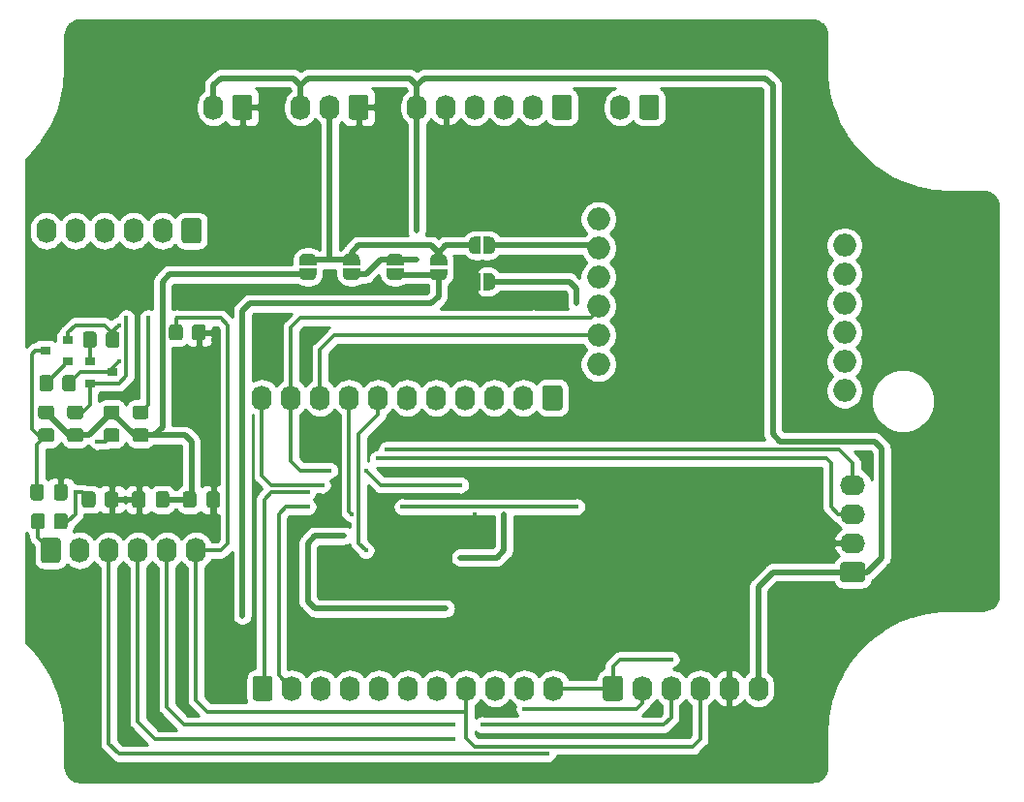
<source format=gbr>
%TF.GenerationSoftware,KiCad,Pcbnew,(5.1.9)-1*%
%TF.CreationDate,2021-09-13T16:04:34+07:00*%
%TF.ProjectId,Nano X ESP V3,4e616e6f-2058-4204-9553-502056332e6b,rev?*%
%TF.SameCoordinates,Original*%
%TF.FileFunction,Copper,L2,Bot*%
%TF.FilePolarity,Positive*%
%FSLAX46Y46*%
G04 Gerber Fmt 4.6, Leading zero omitted, Abs format (unit mm)*
G04 Created by KiCad (PCBNEW (5.1.9)-1) date 2021-09-13 16:04:34*
%MOMM*%
%LPD*%
G01*
G04 APERTURE LIST*
%TA.AperFunction,SMDPad,CuDef*%
%ADD10C,0.100000*%
%TD*%
%TA.AperFunction,SMDPad,CuDef*%
%ADD11R,0.900000X0.800000*%
%TD*%
%TA.AperFunction,ComponentPad*%
%ADD12O,2.000000X2.000000*%
%TD*%
%TA.AperFunction,ComponentPad*%
%ADD13O,1.740000X2.190000*%
%TD*%
%TA.AperFunction,ComponentPad*%
%ADD14O,2.190000X1.740000*%
%TD*%
%TA.AperFunction,ViaPad*%
%ADD15C,0.400000*%
%TD*%
%TA.AperFunction,Conductor*%
%ADD16C,0.350000*%
%TD*%
%TA.AperFunction,Conductor*%
%ADD17C,0.500000*%
%TD*%
%TA.AperFunction,Conductor*%
%ADD18C,0.254000*%
%TD*%
%TA.AperFunction,Conductor*%
%ADD19C,0.100000*%
%TD*%
G04 APERTURE END LIST*
%TA.AperFunction,SMDPad,CuDef*%
D10*
%TO.P,JP6,1*%
%TO.N,+3V3*%
G36*
X147790000Y-104890000D02*
G01*
X147290000Y-104890000D01*
X147290000Y-104889398D01*
X147265466Y-104889398D01*
X147216635Y-104884588D01*
X147168510Y-104875016D01*
X147121555Y-104860772D01*
X147076222Y-104841995D01*
X147032949Y-104818864D01*
X146992150Y-104791604D01*
X146954221Y-104760476D01*
X146919524Y-104725779D01*
X146888396Y-104687850D01*
X146861136Y-104647051D01*
X146838005Y-104603778D01*
X146819228Y-104558445D01*
X146804984Y-104511490D01*
X146795412Y-104463365D01*
X146790602Y-104414534D01*
X146790602Y-104390000D01*
X146790000Y-104390000D01*
X146790000Y-103890000D01*
X146790602Y-103890000D01*
X146790602Y-103865466D01*
X146795412Y-103816635D01*
X146804984Y-103768510D01*
X146819228Y-103721555D01*
X146838005Y-103676222D01*
X146861136Y-103632949D01*
X146888396Y-103592150D01*
X146919524Y-103554221D01*
X146954221Y-103519524D01*
X146992150Y-103488396D01*
X147032949Y-103461136D01*
X147076222Y-103438005D01*
X147121555Y-103419228D01*
X147168510Y-103404984D01*
X147216635Y-103395412D01*
X147265466Y-103390602D01*
X147290000Y-103390602D01*
X147290000Y-103390000D01*
X147790000Y-103390000D01*
X147790000Y-104890000D01*
G37*
%TD.AperFunction*%
%TA.AperFunction,SMDPad,CuDef*%
%TO.P,JP6,2*%
%TO.N,+4V*%
G36*
X148590000Y-103390602D02*
G01*
X148614534Y-103390602D01*
X148663365Y-103395412D01*
X148711490Y-103404984D01*
X148758445Y-103419228D01*
X148803778Y-103438005D01*
X148847051Y-103461136D01*
X148887850Y-103488396D01*
X148925779Y-103519524D01*
X148960476Y-103554221D01*
X148991604Y-103592150D01*
X149018864Y-103632949D01*
X149041995Y-103676222D01*
X149060772Y-103721555D01*
X149075016Y-103768510D01*
X149084588Y-103816635D01*
X149089398Y-103865466D01*
X149089398Y-103890000D01*
X149090000Y-103890000D01*
X149090000Y-104390000D01*
X149089398Y-104390000D01*
X149089398Y-104414534D01*
X149084588Y-104463365D01*
X149075016Y-104511490D01*
X149060772Y-104558445D01*
X149041995Y-104603778D01*
X149018864Y-104647051D01*
X148991604Y-104687850D01*
X148960476Y-104725779D01*
X148925779Y-104760476D01*
X148887850Y-104791604D01*
X148847051Y-104818864D01*
X148803778Y-104841995D01*
X148758445Y-104860772D01*
X148711490Y-104875016D01*
X148663365Y-104884588D01*
X148614534Y-104889398D01*
X148590000Y-104889398D01*
X148590000Y-104890000D01*
X148090000Y-104890000D01*
X148090000Y-103390000D01*
X148590000Y-103390000D01*
X148590000Y-103390602D01*
G37*
%TD.AperFunction*%
%TD*%
%TA.AperFunction,SMDPad,CuDef*%
%TO.P,JP4,2*%
%TO.N,VCC*%
G36*
X144894398Y-106710000D02*
G01*
X144894398Y-106734534D01*
X144889588Y-106783365D01*
X144880016Y-106831490D01*
X144865772Y-106878445D01*
X144846995Y-106923778D01*
X144823864Y-106967051D01*
X144796604Y-107007850D01*
X144765476Y-107045779D01*
X144730779Y-107080476D01*
X144692850Y-107111604D01*
X144652051Y-107138864D01*
X144608778Y-107161995D01*
X144563445Y-107180772D01*
X144516490Y-107195016D01*
X144468365Y-107204588D01*
X144419534Y-107209398D01*
X144395000Y-107209398D01*
X144395000Y-107210000D01*
X143895000Y-107210000D01*
X143895000Y-107209398D01*
X143870466Y-107209398D01*
X143821635Y-107204588D01*
X143773510Y-107195016D01*
X143726555Y-107180772D01*
X143681222Y-107161995D01*
X143637949Y-107138864D01*
X143597150Y-107111604D01*
X143559221Y-107080476D01*
X143524524Y-107045779D01*
X143493396Y-107007850D01*
X143466136Y-106967051D01*
X143443005Y-106923778D01*
X143424228Y-106878445D01*
X143409984Y-106831490D01*
X143400412Y-106783365D01*
X143395602Y-106734534D01*
X143395602Y-106710000D01*
X143395000Y-106710000D01*
X143395000Y-106210000D01*
X144895000Y-106210000D01*
X144895000Y-106710000D01*
X144894398Y-106710000D01*
G37*
%TD.AperFunction*%
%TA.AperFunction,SMDPad,CuDef*%
%TO.P,JP4,1*%
%TO.N,+3V3*%
G36*
X143395000Y-105910000D02*
G01*
X143395000Y-105410000D01*
X143395602Y-105410000D01*
X143395602Y-105385466D01*
X143400412Y-105336635D01*
X143409984Y-105288510D01*
X143424228Y-105241555D01*
X143443005Y-105196222D01*
X143466136Y-105152949D01*
X143493396Y-105112150D01*
X143524524Y-105074221D01*
X143559221Y-105039524D01*
X143597150Y-105008396D01*
X143637949Y-104981136D01*
X143681222Y-104958005D01*
X143726555Y-104939228D01*
X143773510Y-104924984D01*
X143821635Y-104915412D01*
X143870466Y-104910602D01*
X143895000Y-104910602D01*
X143895000Y-104910000D01*
X144395000Y-104910000D01*
X144395000Y-104910602D01*
X144419534Y-104910602D01*
X144468365Y-104915412D01*
X144516490Y-104924984D01*
X144563445Y-104939228D01*
X144608778Y-104958005D01*
X144652051Y-104981136D01*
X144692850Y-105008396D01*
X144730779Y-105039524D01*
X144765476Y-105074221D01*
X144796604Y-105112150D01*
X144823864Y-105152949D01*
X144846995Y-105196222D01*
X144865772Y-105241555D01*
X144880016Y-105288510D01*
X144889588Y-105336635D01*
X144894398Y-105385466D01*
X144894398Y-105410000D01*
X144895000Y-105410000D01*
X144895000Y-105910000D01*
X143395000Y-105910000D01*
G37*
%TD.AperFunction*%
%TD*%
%TA.AperFunction,SMDPad,CuDef*%
%TO.P,JP1,1*%
%TO.N,+3V3*%
G36*
X131965000Y-105880000D02*
G01*
X131965000Y-105380000D01*
X131965602Y-105380000D01*
X131965602Y-105355466D01*
X131970412Y-105306635D01*
X131979984Y-105258510D01*
X131994228Y-105211555D01*
X132013005Y-105166222D01*
X132036136Y-105122949D01*
X132063396Y-105082150D01*
X132094524Y-105044221D01*
X132129221Y-105009524D01*
X132167150Y-104978396D01*
X132207949Y-104951136D01*
X132251222Y-104928005D01*
X132296555Y-104909228D01*
X132343510Y-104894984D01*
X132391635Y-104885412D01*
X132440466Y-104880602D01*
X132465000Y-104880602D01*
X132465000Y-104880000D01*
X132965000Y-104880000D01*
X132965000Y-104880602D01*
X132989534Y-104880602D01*
X133038365Y-104885412D01*
X133086490Y-104894984D01*
X133133445Y-104909228D01*
X133178778Y-104928005D01*
X133222051Y-104951136D01*
X133262850Y-104978396D01*
X133300779Y-105009524D01*
X133335476Y-105044221D01*
X133366604Y-105082150D01*
X133393864Y-105122949D01*
X133416995Y-105166222D01*
X133435772Y-105211555D01*
X133450016Y-105258510D01*
X133459588Y-105306635D01*
X133464398Y-105355466D01*
X133464398Y-105380000D01*
X133465000Y-105380000D01*
X133465000Y-105880000D01*
X131965000Y-105880000D01*
G37*
%TD.AperFunction*%
%TA.AperFunction,SMDPad,CuDef*%
%TO.P,JP1,2*%
%TO.N,VDD*%
G36*
X133464398Y-106680000D02*
G01*
X133464398Y-106704534D01*
X133459588Y-106753365D01*
X133450016Y-106801490D01*
X133435772Y-106848445D01*
X133416995Y-106893778D01*
X133393864Y-106937051D01*
X133366604Y-106977850D01*
X133335476Y-107015779D01*
X133300779Y-107050476D01*
X133262850Y-107081604D01*
X133222051Y-107108864D01*
X133178778Y-107131995D01*
X133133445Y-107150772D01*
X133086490Y-107165016D01*
X133038365Y-107174588D01*
X132989534Y-107179398D01*
X132965000Y-107179398D01*
X132965000Y-107180000D01*
X132465000Y-107180000D01*
X132465000Y-107179398D01*
X132440466Y-107179398D01*
X132391635Y-107174588D01*
X132343510Y-107165016D01*
X132296555Y-107150772D01*
X132251222Y-107131995D01*
X132207949Y-107108864D01*
X132167150Y-107081604D01*
X132129221Y-107050476D01*
X132094524Y-107015779D01*
X132063396Y-106977850D01*
X132036136Y-106937051D01*
X132013005Y-106893778D01*
X131994228Y-106848445D01*
X131979984Y-106801490D01*
X131970412Y-106753365D01*
X131965602Y-106704534D01*
X131965602Y-106680000D01*
X131965000Y-106680000D01*
X131965000Y-106180000D01*
X133465000Y-106180000D01*
X133465000Y-106680000D01*
X133464398Y-106680000D01*
G37*
%TD.AperFunction*%
%TD*%
%TA.AperFunction,SMDPad,CuDef*%
%TO.P,JP3,1*%
%TO.N,+5V*%
G36*
X139585000Y-105880000D02*
G01*
X139585000Y-105380000D01*
X139585602Y-105380000D01*
X139585602Y-105355466D01*
X139590412Y-105306635D01*
X139599984Y-105258510D01*
X139614228Y-105211555D01*
X139633005Y-105166222D01*
X139656136Y-105122949D01*
X139683396Y-105082150D01*
X139714524Y-105044221D01*
X139749221Y-105009524D01*
X139787150Y-104978396D01*
X139827949Y-104951136D01*
X139871222Y-104928005D01*
X139916555Y-104909228D01*
X139963510Y-104894984D01*
X140011635Y-104885412D01*
X140060466Y-104880602D01*
X140085000Y-104880602D01*
X140085000Y-104880000D01*
X140585000Y-104880000D01*
X140585000Y-104880602D01*
X140609534Y-104880602D01*
X140658365Y-104885412D01*
X140706490Y-104894984D01*
X140753445Y-104909228D01*
X140798778Y-104928005D01*
X140842051Y-104951136D01*
X140882850Y-104978396D01*
X140920779Y-105009524D01*
X140955476Y-105044221D01*
X140986604Y-105082150D01*
X141013864Y-105122949D01*
X141036995Y-105166222D01*
X141055772Y-105211555D01*
X141070016Y-105258510D01*
X141079588Y-105306635D01*
X141084398Y-105355466D01*
X141084398Y-105380000D01*
X141085000Y-105380000D01*
X141085000Y-105880000D01*
X139585000Y-105880000D01*
G37*
%TD.AperFunction*%
%TA.AperFunction,SMDPad,CuDef*%
%TO.P,JP3,2*%
%TO.N,VCC*%
G36*
X141084398Y-106680000D02*
G01*
X141084398Y-106704534D01*
X141079588Y-106753365D01*
X141070016Y-106801490D01*
X141055772Y-106848445D01*
X141036995Y-106893778D01*
X141013864Y-106937051D01*
X140986604Y-106977850D01*
X140955476Y-107015779D01*
X140920779Y-107050476D01*
X140882850Y-107081604D01*
X140842051Y-107108864D01*
X140798778Y-107131995D01*
X140753445Y-107150772D01*
X140706490Y-107165016D01*
X140658365Y-107174588D01*
X140609534Y-107179398D01*
X140585000Y-107179398D01*
X140585000Y-107180000D01*
X140085000Y-107180000D01*
X140085000Y-107179398D01*
X140060466Y-107179398D01*
X140011635Y-107174588D01*
X139963510Y-107165016D01*
X139916555Y-107150772D01*
X139871222Y-107131995D01*
X139827949Y-107108864D01*
X139787150Y-107081604D01*
X139749221Y-107050476D01*
X139714524Y-107015779D01*
X139683396Y-106977850D01*
X139656136Y-106937051D01*
X139633005Y-106893778D01*
X139614228Y-106848445D01*
X139599984Y-106801490D01*
X139590412Y-106753365D01*
X139585602Y-106704534D01*
X139585602Y-106680000D01*
X139585000Y-106680000D01*
X139585000Y-106180000D01*
X141085000Y-106180000D01*
X141085000Y-106680000D01*
X141084398Y-106680000D01*
G37*
%TD.AperFunction*%
%TD*%
%TA.AperFunction,SMDPad,CuDef*%
%TO.P,JP5,2*%
%TO.N,GND1*%
G36*
X148605000Y-106565602D02*
G01*
X148629534Y-106565602D01*
X148678365Y-106570412D01*
X148726490Y-106579984D01*
X148773445Y-106594228D01*
X148818778Y-106613005D01*
X148862051Y-106636136D01*
X148902850Y-106663396D01*
X148940779Y-106694524D01*
X148975476Y-106729221D01*
X149006604Y-106767150D01*
X149033864Y-106807949D01*
X149056995Y-106851222D01*
X149075772Y-106896555D01*
X149090016Y-106943510D01*
X149099588Y-106991635D01*
X149104398Y-107040466D01*
X149104398Y-107065000D01*
X149105000Y-107065000D01*
X149105000Y-107565000D01*
X149104398Y-107565000D01*
X149104398Y-107589534D01*
X149099588Y-107638365D01*
X149090016Y-107686490D01*
X149075772Y-107733445D01*
X149056995Y-107778778D01*
X149033864Y-107822051D01*
X149006604Y-107862850D01*
X148975476Y-107900779D01*
X148940779Y-107935476D01*
X148902850Y-107966604D01*
X148862051Y-107993864D01*
X148818778Y-108016995D01*
X148773445Y-108035772D01*
X148726490Y-108050016D01*
X148678365Y-108059588D01*
X148629534Y-108064398D01*
X148605000Y-108064398D01*
X148605000Y-108065000D01*
X148105000Y-108065000D01*
X148105000Y-106565000D01*
X148605000Y-106565000D01*
X148605000Y-106565602D01*
G37*
%TD.AperFunction*%
%TA.AperFunction,SMDPad,CuDef*%
%TO.P,JP5,1*%
%TO.N,GND*%
G36*
X147805000Y-108065000D02*
G01*
X147305000Y-108065000D01*
X147305000Y-108064398D01*
X147280466Y-108064398D01*
X147231635Y-108059588D01*
X147183510Y-108050016D01*
X147136555Y-108035772D01*
X147091222Y-108016995D01*
X147047949Y-107993864D01*
X147007150Y-107966604D01*
X146969221Y-107935476D01*
X146934524Y-107900779D01*
X146903396Y-107862850D01*
X146876136Y-107822051D01*
X146853005Y-107778778D01*
X146834228Y-107733445D01*
X146819984Y-107686490D01*
X146810412Y-107638365D01*
X146805602Y-107589534D01*
X146805602Y-107565000D01*
X146805000Y-107565000D01*
X146805000Y-107065000D01*
X146805602Y-107065000D01*
X146805602Y-107040466D01*
X146810412Y-106991635D01*
X146819984Y-106943510D01*
X146834228Y-106896555D01*
X146853005Y-106851222D01*
X146876136Y-106807949D01*
X146903396Y-106767150D01*
X146934524Y-106729221D01*
X146969221Y-106694524D01*
X147007150Y-106663396D01*
X147047949Y-106636136D01*
X147091222Y-106613005D01*
X147136555Y-106594228D01*
X147183510Y-106579984D01*
X147231635Y-106570412D01*
X147280466Y-106565602D01*
X147305000Y-106565602D01*
X147305000Y-106565000D01*
X147805000Y-106565000D01*
X147805000Y-108065000D01*
G37*
%TD.AperFunction*%
%TD*%
%TO.P,R8,2*%
%TO.N,/DTR*%
%TA.AperFunction,SMDPad,CuDef*%
G36*
G01*
X115065000Y-112845001D02*
X115065000Y-111944999D01*
G75*
G02*
X115314999Y-111695000I249999J0D01*
G01*
X116015001Y-111695000D01*
G75*
G02*
X116265000Y-111944999I0J-249999D01*
G01*
X116265000Y-112845001D01*
G75*
G02*
X116015001Y-113095000I-249999J0D01*
G01*
X115314999Y-113095000D01*
G75*
G02*
X115065000Y-112845001I0J249999D01*
G01*
G37*
%TD.AperFunction*%
%TO.P,R8,1*%
%TO.N,Net-(Q1-Pad2)*%
%TA.AperFunction,SMDPad,CuDef*%
G36*
G01*
X113065000Y-112845001D02*
X113065000Y-111944999D01*
G75*
G02*
X113314999Y-111695000I249999J0D01*
G01*
X114015001Y-111695000D01*
G75*
G02*
X114265000Y-111944999I0J-249999D01*
G01*
X114265000Y-112845001D01*
G75*
G02*
X114015001Y-113095000I-249999J0D01*
G01*
X113314999Y-113095000D01*
G75*
G02*
X113065000Y-112845001I0J249999D01*
G01*
G37*
%TD.AperFunction*%
%TD*%
%TO.P,C9,2*%
%TO.N,/RST*%
%TA.AperFunction,SMDPad,CuDef*%
G36*
G01*
X109637500Y-125255000D02*
X109637500Y-126205000D01*
G75*
G02*
X109387500Y-126455000I-250000J0D01*
G01*
X108712500Y-126455000D01*
G75*
G02*
X108462500Y-126205000I0J250000D01*
G01*
X108462500Y-125255000D01*
G75*
G02*
X108712500Y-125005000I250000J0D01*
G01*
X109387500Y-125005000D01*
G75*
G02*
X109637500Y-125255000I0J-250000D01*
G01*
G37*
%TD.AperFunction*%
%TO.P,C9,1*%
%TO.N,GND*%
%TA.AperFunction,SMDPad,CuDef*%
G36*
G01*
X111712500Y-125255000D02*
X111712500Y-126205000D01*
G75*
G02*
X111462500Y-126455000I-250000J0D01*
G01*
X110787500Y-126455000D01*
G75*
G02*
X110537500Y-126205000I0J250000D01*
G01*
X110537500Y-125255000D01*
G75*
G02*
X110787500Y-125005000I250000J0D01*
G01*
X111462500Y-125005000D01*
G75*
G02*
X111712500Y-125255000I0J-250000D01*
G01*
G37*
%TD.AperFunction*%
%TD*%
%TO.P,C11,2*%
%TO.N,VDD*%
%TA.AperFunction,SMDPad,CuDef*%
G36*
G01*
X122972500Y-125890000D02*
X122972500Y-126840000D01*
G75*
G02*
X122722500Y-127090000I-250000J0D01*
G01*
X122047500Y-127090000D01*
G75*
G02*
X121797500Y-126840000I0J250000D01*
G01*
X121797500Y-125890000D01*
G75*
G02*
X122047500Y-125640000I250000J0D01*
G01*
X122722500Y-125640000D01*
G75*
G02*
X122972500Y-125890000I0J-250000D01*
G01*
G37*
%TD.AperFunction*%
%TO.P,C11,1*%
%TO.N,GND*%
%TA.AperFunction,SMDPad,CuDef*%
G36*
G01*
X125047500Y-125890000D02*
X125047500Y-126840000D01*
G75*
G02*
X124797500Y-127090000I-250000J0D01*
G01*
X124122500Y-127090000D01*
G75*
G02*
X123872500Y-126840000I0J250000D01*
G01*
X123872500Y-125890000D01*
G75*
G02*
X124122500Y-125640000I250000J0D01*
G01*
X124797500Y-125640000D01*
G75*
G02*
X125047500Y-125890000I0J-250000D01*
G01*
G37*
%TD.AperFunction*%
%TD*%
%TA.AperFunction,SMDPad,CuDef*%
%TO.P,JP2,2*%
%TO.N,+5V*%
G36*
X137274398Y-106680000D02*
G01*
X137274398Y-106704534D01*
X137269588Y-106753365D01*
X137260016Y-106801490D01*
X137245772Y-106848445D01*
X137226995Y-106893778D01*
X137203864Y-106937051D01*
X137176604Y-106977850D01*
X137145476Y-107015779D01*
X137110779Y-107050476D01*
X137072850Y-107081604D01*
X137032051Y-107108864D01*
X136988778Y-107131995D01*
X136943445Y-107150772D01*
X136896490Y-107165016D01*
X136848365Y-107174588D01*
X136799534Y-107179398D01*
X136775000Y-107179398D01*
X136775000Y-107180000D01*
X136275000Y-107180000D01*
X136275000Y-107179398D01*
X136250466Y-107179398D01*
X136201635Y-107174588D01*
X136153510Y-107165016D01*
X136106555Y-107150772D01*
X136061222Y-107131995D01*
X136017949Y-107108864D01*
X135977150Y-107081604D01*
X135939221Y-107050476D01*
X135904524Y-107015779D01*
X135873396Y-106977850D01*
X135846136Y-106937051D01*
X135823005Y-106893778D01*
X135804228Y-106848445D01*
X135789984Y-106801490D01*
X135780412Y-106753365D01*
X135775602Y-106704534D01*
X135775602Y-106680000D01*
X135775000Y-106680000D01*
X135775000Y-106180000D01*
X137275000Y-106180000D01*
X137275000Y-106680000D01*
X137274398Y-106680000D01*
G37*
%TD.AperFunction*%
%TA.AperFunction,SMDPad,CuDef*%
%TO.P,JP2,1*%
%TO.N,+3V3*%
G36*
X135775000Y-105880000D02*
G01*
X135775000Y-105380000D01*
X135775602Y-105380000D01*
X135775602Y-105355466D01*
X135780412Y-105306635D01*
X135789984Y-105258510D01*
X135804228Y-105211555D01*
X135823005Y-105166222D01*
X135846136Y-105122949D01*
X135873396Y-105082150D01*
X135904524Y-105044221D01*
X135939221Y-105009524D01*
X135977150Y-104978396D01*
X136017949Y-104951136D01*
X136061222Y-104928005D01*
X136106555Y-104909228D01*
X136153510Y-104894984D01*
X136201635Y-104885412D01*
X136250466Y-104880602D01*
X136275000Y-104880602D01*
X136275000Y-104880000D01*
X136775000Y-104880000D01*
X136775000Y-104880602D01*
X136799534Y-104880602D01*
X136848365Y-104885412D01*
X136896490Y-104894984D01*
X136943445Y-104909228D01*
X136988778Y-104928005D01*
X137032051Y-104951136D01*
X137072850Y-104978396D01*
X137110779Y-105009524D01*
X137145476Y-105044221D01*
X137176604Y-105082150D01*
X137203864Y-105122949D01*
X137226995Y-105166222D01*
X137245772Y-105211555D01*
X137260016Y-105258510D01*
X137269588Y-105306635D01*
X137274398Y-105355466D01*
X137274398Y-105380000D01*
X137275000Y-105380000D01*
X137275000Y-105880000D01*
X135775000Y-105880000D01*
G37*
%TD.AperFunction*%
%TD*%
%TO.P,R2,2*%
%TO.N,VDD*%
%TA.AperFunction,SMDPad,CuDef*%
G36*
G01*
X110305001Y-119345000D02*
X109404999Y-119345000D01*
G75*
G02*
X109155000Y-119095001I0J249999D01*
G01*
X109155000Y-118394999D01*
G75*
G02*
X109404999Y-118145000I249999J0D01*
G01*
X110305001Y-118145000D01*
G75*
G02*
X110555000Y-118394999I0J-249999D01*
G01*
X110555000Y-119095001D01*
G75*
G02*
X110305001Y-119345000I-249999J0D01*
G01*
G37*
%TD.AperFunction*%
%TO.P,R2,1*%
%TO.N,/RST*%
%TA.AperFunction,SMDPad,CuDef*%
G36*
G01*
X110305001Y-121345000D02*
X109404999Y-121345000D01*
G75*
G02*
X109155000Y-121095001I0J249999D01*
G01*
X109155000Y-120394999D01*
G75*
G02*
X109404999Y-120145000I249999J0D01*
G01*
X110305001Y-120145000D01*
G75*
G02*
X110555000Y-120394999I0J-249999D01*
G01*
X110555000Y-121095001D01*
G75*
G02*
X110305001Y-121345000I-249999J0D01*
G01*
G37*
%TD.AperFunction*%
%TD*%
%TO.P,R3,1*%
%TO.N,/EN*%
%TA.AperFunction,SMDPad,CuDef*%
G36*
G01*
X116020001Y-121345000D02*
X115119999Y-121345000D01*
G75*
G02*
X114870000Y-121095001I0J249999D01*
G01*
X114870000Y-120394999D01*
G75*
G02*
X115119999Y-120145000I249999J0D01*
G01*
X116020001Y-120145000D01*
G75*
G02*
X116270000Y-120394999I0J-249999D01*
G01*
X116270000Y-121095001D01*
G75*
G02*
X116020001Y-121345000I-249999J0D01*
G01*
G37*
%TD.AperFunction*%
%TO.P,R3,2*%
%TO.N,VDD*%
%TA.AperFunction,SMDPad,CuDef*%
G36*
G01*
X116020001Y-119345000D02*
X115119999Y-119345000D01*
G75*
G02*
X114870000Y-119095001I0J249999D01*
G01*
X114870000Y-118394999D01*
G75*
G02*
X115119999Y-118145000I249999J0D01*
G01*
X116020001Y-118145000D01*
G75*
G02*
X116270000Y-118394999I0J-249999D01*
G01*
X116270000Y-119095001D01*
G75*
G02*
X116020001Y-119345000I-249999J0D01*
G01*
G37*
%TD.AperFunction*%
%TD*%
%TO.P,R4,1*%
%TO.N,/GPIO0*%
%TA.AperFunction,SMDPad,CuDef*%
G36*
G01*
X111944999Y-118145000D02*
X112845001Y-118145000D01*
G75*
G02*
X113095000Y-118394999I0J-249999D01*
G01*
X113095000Y-119095001D01*
G75*
G02*
X112845001Y-119345000I-249999J0D01*
G01*
X111944999Y-119345000D01*
G75*
G02*
X111695000Y-119095001I0J249999D01*
G01*
X111695000Y-118394999D01*
G75*
G02*
X111944999Y-118145000I249999J0D01*
G01*
G37*
%TD.AperFunction*%
%TO.P,R4,2*%
%TO.N,VDD*%
%TA.AperFunction,SMDPad,CuDef*%
G36*
G01*
X111944999Y-120145000D02*
X112845001Y-120145000D01*
G75*
G02*
X113095000Y-120394999I0J-249999D01*
G01*
X113095000Y-121095001D01*
G75*
G02*
X112845001Y-121345000I-249999J0D01*
G01*
X111944999Y-121345000D01*
G75*
G02*
X111695000Y-121095001I0J249999D01*
G01*
X111695000Y-120394999D01*
G75*
G02*
X111944999Y-120145000I249999J0D01*
G01*
G37*
%TD.AperFunction*%
%TD*%
%TO.P,R5,2*%
%TO.N,VDD*%
%TA.AperFunction,SMDPad,CuDef*%
G36*
G01*
X117659999Y-120145000D02*
X118560001Y-120145000D01*
G75*
G02*
X118810000Y-120394999I0J-249999D01*
G01*
X118810000Y-121095001D01*
G75*
G02*
X118560001Y-121345000I-249999J0D01*
G01*
X117659999Y-121345000D01*
G75*
G02*
X117410000Y-121095001I0J249999D01*
G01*
X117410000Y-120394999D01*
G75*
G02*
X117659999Y-120145000I249999J0D01*
G01*
G37*
%TD.AperFunction*%
%TO.P,R5,1*%
%TO.N,/D2*%
%TA.AperFunction,SMDPad,CuDef*%
G36*
G01*
X117659999Y-118145000D02*
X118560001Y-118145000D01*
G75*
G02*
X118810000Y-118394999I0J-249999D01*
G01*
X118810000Y-119095001D01*
G75*
G02*
X118560001Y-119345000I-249999J0D01*
G01*
X117659999Y-119345000D01*
G75*
G02*
X117410000Y-119095001I0J249999D01*
G01*
X117410000Y-118394999D01*
G75*
G02*
X117659999Y-118145000I249999J0D01*
G01*
G37*
%TD.AperFunction*%
%TD*%
%TO.P,R10,2*%
%TO.N,GND*%
%TA.AperFunction,SMDPad,CuDef*%
G36*
G01*
X114970000Y-126815001D02*
X114970000Y-125914999D01*
G75*
G02*
X115219999Y-125665000I249999J0D01*
G01*
X115920001Y-125665000D01*
G75*
G02*
X116170000Y-125914999I0J-249999D01*
G01*
X116170000Y-126815001D01*
G75*
G02*
X115920001Y-127065000I-249999J0D01*
G01*
X115219999Y-127065000D01*
G75*
G02*
X114970000Y-126815001I0J249999D01*
G01*
G37*
%TD.AperFunction*%
%TO.P,R10,1*%
%TO.N,/ADC*%
%TA.AperFunction,SMDPad,CuDef*%
G36*
G01*
X112970000Y-126815001D02*
X112970000Y-125914999D01*
G75*
G02*
X113219999Y-125665000I249999J0D01*
G01*
X113920001Y-125665000D01*
G75*
G02*
X114170000Y-125914999I0J-249999D01*
G01*
X114170000Y-126815001D01*
G75*
G02*
X113920001Y-127065000I-249999J0D01*
G01*
X113219999Y-127065000D01*
G75*
G02*
X112970000Y-126815001I0J249999D01*
G01*
G37*
%TD.AperFunction*%
%TD*%
%TO.P,R11,1*%
%TO.N,/CS*%
%TA.AperFunction,SMDPad,CuDef*%
G36*
G01*
X120590000Y-112210001D02*
X120590000Y-111309999D01*
G75*
G02*
X120839999Y-111060000I249999J0D01*
G01*
X121540001Y-111060000D01*
G75*
G02*
X121790000Y-111309999I0J-249999D01*
G01*
X121790000Y-112210001D01*
G75*
G02*
X121540001Y-112460000I-249999J0D01*
G01*
X120839999Y-112460000D01*
G75*
G02*
X120590000Y-112210001I0J249999D01*
G01*
G37*
%TD.AperFunction*%
%TO.P,R11,2*%
%TO.N,GND*%
%TA.AperFunction,SMDPad,CuDef*%
G36*
G01*
X122590000Y-112210001D02*
X122590000Y-111309999D01*
G75*
G02*
X122839999Y-111060000I249999J0D01*
G01*
X123540001Y-111060000D01*
G75*
G02*
X123790000Y-111309999I0J-249999D01*
G01*
X123790000Y-112210001D01*
G75*
G02*
X123540001Y-112460000I-249999J0D01*
G01*
X122839999Y-112460000D01*
G75*
G02*
X122590000Y-112210001I0J249999D01*
G01*
G37*
%TD.AperFunction*%
%TD*%
%TO.P,R12,2*%
%TO.N,/ADC*%
%TA.AperFunction,SMDPad,CuDef*%
G36*
G01*
X110525000Y-128720001D02*
X110525000Y-127819999D01*
G75*
G02*
X110774999Y-127570000I249999J0D01*
G01*
X111475001Y-127570000D01*
G75*
G02*
X111725000Y-127819999I0J-249999D01*
G01*
X111725000Y-128720001D01*
G75*
G02*
X111475001Y-128970000I-249999J0D01*
G01*
X110774999Y-128970000D01*
G75*
G02*
X110525000Y-128720001I0J249999D01*
G01*
G37*
%TD.AperFunction*%
%TO.P,R12,1*%
%TO.N,/ADCIN*%
%TA.AperFunction,SMDPad,CuDef*%
G36*
G01*
X108525000Y-128720001D02*
X108525000Y-127819999D01*
G75*
G02*
X108774999Y-127570000I249999J0D01*
G01*
X109475001Y-127570000D01*
G75*
G02*
X109725000Y-127819999I0J-249999D01*
G01*
X109725000Y-128720001D01*
G75*
G02*
X109475001Y-128970000I-249999J0D01*
G01*
X108774999Y-128970000D01*
G75*
G02*
X108525000Y-128720001I0J249999D01*
G01*
G37*
%TD.AperFunction*%
%TD*%
D11*
%TO.P,Q1,3*%
%TO.N,/RTS*%
X115665000Y-115255000D03*
%TO.P,Q1,2*%
%TO.N,Net-(Q1-Pad2)*%
X113665000Y-114305000D03*
%TO.P,Q1,1*%
%TO.N,/GPIO0*%
X113665000Y-116205000D03*
%TD*%
%TO.P,Q2,1*%
%TO.N,/DTR*%
X111760000Y-112400000D03*
%TO.P,Q2,2*%
%TO.N,Net-(Q2-Pad2)*%
X111760000Y-114300000D03*
%TO.P,Q2,3*%
%TO.N,/RST*%
X109760000Y-113350000D03*
%TD*%
%TO.P,R9,1*%
%TO.N,Net-(Q2-Pad2)*%
%TA.AperFunction,SMDPad,CuDef*%
G36*
G01*
X109255000Y-116655001D02*
X109255000Y-115754999D01*
G75*
G02*
X109504999Y-115505000I249999J0D01*
G01*
X110205001Y-115505000D01*
G75*
G02*
X110455000Y-115754999I0J-249999D01*
G01*
X110455000Y-116655001D01*
G75*
G02*
X110205001Y-116905000I-249999J0D01*
G01*
X109504999Y-116905000D01*
G75*
G02*
X109255000Y-116655001I0J249999D01*
G01*
G37*
%TD.AperFunction*%
%TO.P,R9,2*%
%TO.N,/RTS*%
%TA.AperFunction,SMDPad,CuDef*%
G36*
G01*
X111255000Y-116655001D02*
X111255000Y-115754999D01*
G75*
G02*
X111504999Y-115505000I249999J0D01*
G01*
X112205001Y-115505000D01*
G75*
G02*
X112455000Y-115754999I0J-249999D01*
G01*
X112455000Y-116655001D01*
G75*
G02*
X112205001Y-116905000I-249999J0D01*
G01*
X111504999Y-116905000D01*
G75*
G02*
X111255000Y-116655001I0J249999D01*
G01*
G37*
%TD.AperFunction*%
%TD*%
%TO.P,C10,2*%
%TO.N,GND*%
%TA.AperFunction,SMDPad,CuDef*%
G36*
G01*
X118527500Y-125890000D02*
X118527500Y-126840000D01*
G75*
G02*
X118277500Y-127090000I-250000J0D01*
G01*
X117602500Y-127090000D01*
G75*
G02*
X117352500Y-126840000I0J250000D01*
G01*
X117352500Y-125890000D01*
G75*
G02*
X117602500Y-125640000I250000J0D01*
G01*
X118277500Y-125640000D01*
G75*
G02*
X118527500Y-125890000I0J-250000D01*
G01*
G37*
%TD.AperFunction*%
%TO.P,C10,1*%
%TO.N,VDD*%
%TA.AperFunction,SMDPad,CuDef*%
G36*
G01*
X120602500Y-125890000D02*
X120602500Y-126840000D01*
G75*
G02*
X120352500Y-127090000I-250000J0D01*
G01*
X119677500Y-127090000D01*
G75*
G02*
X119427500Y-126840000I0J250000D01*
G01*
X119427500Y-125890000D01*
G75*
G02*
X119677500Y-125640000I250000J0D01*
G01*
X120352500Y-125640000D01*
G75*
G02*
X120602500Y-125890000I0J-250000D01*
G01*
G37*
%TD.AperFunction*%
%TD*%
D12*
%TO.P,U5,6*%
%TO.N,GND1*%
X158115000Y-114540000D03*
%TO.P,U5,5*%
%TO.N,/D0*%
X158115000Y-112000000D03*
%TO.P,U5,4*%
%TO.N,/D1*%
X158115000Y-109460000D03*
%TO.P,U5,3*%
%TO.N,/RST_GSM*%
X158115000Y-106920000D03*
%TO.P,U5,2*%
%TO.N,+4V*%
X158115000Y-104380000D03*
%TO.P,U5,1*%
%TO.N,Net-(U5-Pad1)*%
X158115000Y-101840000D03*
%TO.P,U5,12*%
%TO.N,Net-(U5-Pad12)*%
X179615000Y-116840000D03*
%TO.P,U5,11*%
%TO.N,Net-(U5-Pad11)*%
X179615000Y-114300000D03*
%TO.P,U5,10*%
%TO.N,Net-(U5-Pad10)*%
X179615000Y-111760000D03*
%TO.P,U5,9*%
%TO.N,Net-(U5-Pad9)*%
X179615000Y-109220000D03*
%TO.P,U5,8*%
%TO.N,Net-(U5-Pad8)*%
X179615000Y-106680000D03*
%TO.P,U5,7*%
%TO.N,Net-(U5-Pad7)*%
X179615000Y-104140000D03*
%TD*%
D13*
%TO.P,J1,6*%
%TO.N,/CS*%
X122950000Y-130810000D03*
%TO.P,J1,5*%
%TO.N,/D11*%
X120410000Y-130810000D03*
%TO.P,J1,4*%
%TO.N,/D12*%
X117870000Y-130810000D03*
%TO.P,J1,3*%
%TO.N,/D13*%
X115330000Y-130810000D03*
%TO.P,J1,2*%
%TO.N,/GPIO16*%
X112790000Y-130810000D03*
%TO.P,J1,1*%
%TO.N,/ADCIN*%
%TA.AperFunction,ComponentPad*%
G36*
G01*
X109380000Y-131655001D02*
X109380000Y-129964999D01*
G75*
G02*
X109629999Y-129715000I249999J0D01*
G01*
X110870001Y-129715000D01*
G75*
G02*
X111120000Y-129964999I0J-249999D01*
G01*
X111120000Y-131655001D01*
G75*
G02*
X110870001Y-131905000I-249999J0D01*
G01*
X109629999Y-131905000D01*
G75*
G02*
X109380000Y-131655001I0J249999D01*
G01*
G37*
%TD.AperFunction*%
%TD*%
%TO.P,J3,1*%
%TO.N,/A0*%
%TA.AperFunction,ComponentPad*%
G36*
G01*
X154970000Y-116629999D02*
X154970000Y-118320001D01*
G75*
G02*
X154720001Y-118570000I-249999J0D01*
G01*
X153479999Y-118570000D01*
G75*
G02*
X153230000Y-118320001I0J249999D01*
G01*
X153230000Y-116629999D01*
G75*
G02*
X153479999Y-116380000I249999J0D01*
G01*
X154720001Y-116380000D01*
G75*
G02*
X154970000Y-116629999I0J-249999D01*
G01*
G37*
%TD.AperFunction*%
%TO.P,J3,2*%
%TO.N,/A1*%
X151560000Y-117475000D03*
%TO.P,J3,3*%
%TO.N,/A2*%
X149020000Y-117475000D03*
%TO.P,J3,4*%
%TO.N,/A3*%
X146480000Y-117475000D03*
%TO.P,J3,5*%
%TO.N,/A4*%
X143940000Y-117475000D03*
%TO.P,J3,6*%
%TO.N,/A5*%
X141400000Y-117475000D03*
%TO.P,J3,7*%
%TO.N,/A6*%
X138860000Y-117475000D03*
%TO.P,J3,8*%
%TO.N,/A7*%
X136320000Y-117475000D03*
%TO.P,J3,9*%
%TO.N,/D0*%
X133780000Y-117475000D03*
%TO.P,J3,10*%
%TO.N,/D1*%
X131240000Y-117475000D03*
%TO.P,J3,11*%
%TO.N,/D2*%
X128700000Y-117475000D03*
%TD*%
%TO.P,J2,1*%
%TO.N,/D2*%
%TA.AperFunction,ComponentPad*%
G36*
G01*
X123425000Y-102024999D02*
X123425000Y-103715001D01*
G75*
G02*
X123175001Y-103965000I-249999J0D01*
G01*
X121934999Y-103965000D01*
G75*
G02*
X121685000Y-103715001I0J249999D01*
G01*
X121685000Y-102024999D01*
G75*
G02*
X121934999Y-101775000I249999J0D01*
G01*
X123175001Y-101775000D01*
G75*
G02*
X123425000Y-102024999I0J-249999D01*
G01*
G37*
%TD.AperFunction*%
%TO.P,J2,2*%
%TO.N,/GPIO0*%
X120015000Y-102870000D03*
%TO.P,J2,3*%
%TO.N,/A4*%
X117475000Y-102870000D03*
%TO.P,J2,4*%
%TO.N,/A5*%
X114935000Y-102870000D03*
%TO.P,J2,5*%
%TO.N,/D0*%
X112395000Y-102870000D03*
%TO.P,J2,6*%
%TO.N,/D1*%
X109855000Y-102870000D03*
%TD*%
%TO.P,J4,11*%
%TO.N,/D13*%
X154180000Y-142875000D03*
%TO.P,J4,10*%
%TO.N,/D12*%
X151640000Y-142875000D03*
%TO.P,J4,9*%
%TO.N,/D11*%
X149100000Y-142875000D03*
%TO.P,J4,8*%
%TO.N,/CS*%
X146560000Y-142875000D03*
%TO.P,J4,7*%
%TO.N,/D9*%
X144020000Y-142875000D03*
%TO.P,J4,6*%
%TO.N,/D8*%
X141480000Y-142875000D03*
%TO.P,J4,5*%
%TO.N,/D7*%
X138940000Y-142875000D03*
%TO.P,J4,4*%
%TO.N,/D6*%
X136400000Y-142875000D03*
%TO.P,J4,3*%
%TO.N,/D5*%
X133860000Y-142875000D03*
%TO.P,J4,2*%
%TO.N,/D4*%
X131320000Y-142875000D03*
%TO.P,J4,1*%
%TO.N,/D3*%
%TA.AperFunction,ComponentPad*%
G36*
G01*
X127910000Y-143720001D02*
X127910000Y-142029999D01*
G75*
G02*
X128159999Y-141780000I249999J0D01*
G01*
X129400001Y-141780000D01*
G75*
G02*
X129650000Y-142029999I0J-249999D01*
G01*
X129650000Y-143720001D01*
G75*
G02*
X129400001Y-143970000I-249999J0D01*
G01*
X128159999Y-143970000D01*
G75*
G02*
X127910000Y-143720001I0J249999D01*
G01*
G37*
%TD.AperFunction*%
%TD*%
%TO.P,J5,6*%
%TO.N,+5V*%
X142240000Y-92075000D03*
%TO.P,J5,5*%
%TO.N,GND*%
X144780000Y-92075000D03*
%TO.P,J5,4*%
%TO.N,/DTR*%
X147320000Y-92075000D03*
%TO.P,J5,3*%
%TO.N,/RTS*%
X149860000Y-92075000D03*
%TO.P,J5,2*%
%TO.N,/D1*%
X152400000Y-92075000D03*
%TO.P,J5,1*%
%TO.N,/D0*%
%TA.AperFunction,ComponentPad*%
G36*
G01*
X155810000Y-91229999D02*
X155810000Y-92920001D01*
G75*
G02*
X155560001Y-93170000I-249999J0D01*
G01*
X154319999Y-93170000D01*
G75*
G02*
X154070000Y-92920001I0J249999D01*
G01*
X154070000Y-91229999D01*
G75*
G02*
X154319999Y-90980000I249999J0D01*
G01*
X155560001Y-90980000D01*
G75*
G02*
X155810000Y-91229999I0J-249999D01*
G01*
G37*
%TD.AperFunction*%
%TD*%
%TO.P,J6,1*%
%TO.N,GND1*%
%TA.AperFunction,ComponentPad*%
G36*
G01*
X163430000Y-91229999D02*
X163430000Y-92920001D01*
G75*
G02*
X163180001Y-93170000I-249999J0D01*
G01*
X161939999Y-93170000D01*
G75*
G02*
X161690000Y-92920001I0J249999D01*
G01*
X161690000Y-91229999D01*
G75*
G02*
X161939999Y-90980000I249999J0D01*
G01*
X163180001Y-90980000D01*
G75*
G02*
X163430000Y-91229999I0J-249999D01*
G01*
G37*
%TD.AperFunction*%
%TO.P,J6,2*%
%TO.N,+4V*%
X160020000Y-92075000D03*
%TD*%
%TO.P,J7,2*%
%TO.N,+5V*%
X124460000Y-92075000D03*
%TO.P,J7,1*%
%TO.N,GND*%
%TA.AperFunction,ComponentPad*%
G36*
G01*
X127870000Y-91229999D02*
X127870000Y-92920001D01*
G75*
G02*
X127620001Y-93170000I-249999J0D01*
G01*
X126379999Y-93170000D01*
G75*
G02*
X126130000Y-92920001I0J249999D01*
G01*
X126130000Y-91229999D01*
G75*
G02*
X126379999Y-90980000I249999J0D01*
G01*
X127620001Y-90980000D01*
G75*
G02*
X127870000Y-91229999I0J-249999D01*
G01*
G37*
%TD.AperFunction*%
%TD*%
%TO.P,J8,1*%
%TO.N,/D13*%
%TA.AperFunction,ComponentPad*%
G36*
G01*
X158515000Y-143720001D02*
X158515000Y-142029999D01*
G75*
G02*
X158764999Y-141780000I249999J0D01*
G01*
X160005001Y-141780000D01*
G75*
G02*
X160255000Y-142029999I0J-249999D01*
G01*
X160255000Y-143720001D01*
G75*
G02*
X160005001Y-143970000I-249999J0D01*
G01*
X158764999Y-143970000D01*
G75*
G02*
X158515000Y-143720001I0J249999D01*
G01*
G37*
%TD.AperFunction*%
%TO.P,J8,2*%
%TO.N,/D12*%
X161925000Y-142875000D03*
%TO.P,J8,3*%
%TO.N,/D11*%
X164465000Y-142875000D03*
%TO.P,J8,4*%
%TO.N,/CS*%
X167005000Y-142875000D03*
%TO.P,J8,5*%
%TO.N,GND*%
X169545000Y-142875000D03*
%TO.P,J8,6*%
%TO.N,+5V*%
X172085000Y-142875000D03*
%TD*%
D14*
%TO.P,J9,4*%
%TO.N,/A4*%
X180340000Y-125095000D03*
%TO.P,J9,3*%
%TO.N,/A5*%
X180340000Y-127635000D03*
%TO.P,J9,2*%
%TO.N,GND*%
X180340000Y-130175000D03*
%TO.P,J9,1*%
%TO.N,+5V*%
%TA.AperFunction,ComponentPad*%
G36*
G01*
X181185001Y-133585000D02*
X179494999Y-133585000D01*
G75*
G02*
X179245000Y-133335001I0J249999D01*
G01*
X179245000Y-132094999D01*
G75*
G02*
X179494999Y-131845000I249999J0D01*
G01*
X181185001Y-131845000D01*
G75*
G02*
X181435000Y-132094999I0J-249999D01*
G01*
X181435000Y-133335001D01*
G75*
G02*
X181185001Y-133585000I-249999J0D01*
G01*
G37*
%TD.AperFunction*%
%TD*%
%TO.P,J10,1*%
%TO.N,GND*%
%TA.AperFunction,ComponentPad*%
G36*
G01*
X138030000Y-91229999D02*
X138030000Y-92920001D01*
G75*
G02*
X137780001Y-93170000I-249999J0D01*
G01*
X136539999Y-93170000D01*
G75*
G02*
X136290000Y-92920001I0J249999D01*
G01*
X136290000Y-91229999D01*
G75*
G02*
X136539999Y-90980000I249999J0D01*
G01*
X137780001Y-90980000D01*
G75*
G02*
X138030000Y-91229999I0J-249999D01*
G01*
G37*
%TD.AperFunction*%
D13*
%TO.P,J10,2*%
%TO.N,+3V3*%
X134620000Y-92075000D03*
%TO.P,J10,3*%
%TO.N,+5V*%
X132080000Y-92075000D03*
%TD*%
D15*
%TO.N,GND*%
X119380000Y-128270000D03*
%TO.N,/DTR*%
X116205000Y-111125000D03*
%TO.N,/RESET*%
X146050000Y-125095000D03*
X137800638Y-123824302D03*
%TO.N,GND*%
X146050000Y-107315000D03*
X147320000Y-127635000D03*
X123825000Y-108585000D03*
X124460000Y-139700000D03*
X138430000Y-132080000D03*
X144145000Y-133985000D03*
X153035000Y-140970000D03*
X150495000Y-140970000D03*
X147955000Y-140970000D03*
X145415000Y-140970000D03*
X142875000Y-140970000D03*
X133350000Y-139700000D03*
X165735000Y-140970000D03*
X148590000Y-109220000D03*
X160655000Y-109220000D03*
X129540000Y-112395000D03*
X132715000Y-112395000D03*
X124460000Y-112395000D03*
X123825000Y-117475000D03*
X109855000Y-111760000D03*
X109855000Y-106045000D03*
X111760000Y-106045000D03*
X116205000Y-128270000D03*
X165735000Y-144780000D03*
X147955000Y-144780000D03*
X150495000Y-144780000D03*
X124460000Y-127635000D03*
X113665000Y-128270000D03*
X125730000Y-131445000D03*
X134670000Y-107265000D03*
X121920000Y-135890000D03*
X119380000Y-135890000D03*
X116840000Y-135890000D03*
X163195000Y-144780000D03*
X181610000Y-123190000D03*
X135255000Y-119380000D03*
X145415000Y-119380000D03*
X147955000Y-119380000D03*
X150495000Y-119380000D03*
X153035000Y-119380000D03*
X131445000Y-135890000D03*
X131445000Y-132715000D03*
X157480000Y-97790000D03*
X148590000Y-94615000D03*
%TO.N,VCC*%
X146050000Y-131445000D03*
%TO.N,+5V*%
X142240000Y-105410000D03*
X142240000Y-102870000D03*
%TO.N,+3V3*%
X134620000Y-105410000D03*
%TO.N,VCC*%
X144780000Y-135890000D03*
X135890000Y-129540000D03*
X132715000Y-135255000D03*
X127000000Y-136525000D03*
X149860000Y-127635000D03*
%TO.N,/RST*%
X109050000Y-122090000D03*
%TO.N,VDD*%
X122555000Y-121920000D03*
%TO.N,/D13*%
X153670000Y-148590000D03*
X164465000Y-140335000D03*
%TO.N,/D12*%
X151640000Y-144655000D03*
X145415000Y-147320000D03*
%TO.N,/D11*%
X147955000Y-146050000D03*
X145415000Y-146050000D03*
%TO.N,/CS*%
X121285000Y-110490000D03*
%TO.N,GND1*%
X156210000Y-109220000D03*
%TO.N,/A7*%
X136525000Y-127635000D03*
%TO.N,/A6*%
X137795000Y-130810000D03*
%TO.N,/A5*%
X138830000Y-122790000D03*
%TO.N,/A4*%
X139630000Y-121990000D03*
%TO.N,/GPIO0*%
X116840000Y-110490000D03*
%TO.N,/D2*%
X118745000Y-110490000D03*
X140970000Y-127000000D03*
X156210000Y-127000000D03*
X118745000Y-116205000D03*
X133985000Y-125095000D03*
%TO.N,/D0*%
X154925000Y-112000000D03*
%TO.N,/D1*%
X152400000Y-110490000D03*
X134620000Y-123825000D03*
X131240000Y-119585000D03*
%TO.N,/D4*%
X132715000Y-127000000D03*
%TO.N,/D3*%
X132715000Y-125730000D03*
%TO.N,/RTS*%
X116205000Y-114300000D03*
%TO.N,/EN*%
X114300000Y-121285000D03*
%TO.N,/ADC*%
X112395000Y-125730000D03*
%TD*%
D16*
%TO.N,/DTR*%
X111760000Y-112400000D02*
X111760000Y-111760000D01*
X111760000Y-111760000D02*
X112395000Y-111125000D01*
X112395000Y-111125000D02*
X114935000Y-111125000D01*
X114935000Y-111125000D02*
X115665000Y-111855000D01*
X116205000Y-111125000D02*
X115570000Y-111760000D01*
X115665000Y-111855000D02*
X115665000Y-112395000D01*
X115570000Y-111760000D02*
X115665000Y-111855000D01*
%TO.N,/RESET*%
X139071336Y-125095000D02*
X137800638Y-123824302D01*
X146050000Y-125095000D02*
X139071336Y-125095000D01*
D17*
%TO.N,GND*%
X147320000Y-107315000D02*
X146065000Y-107315000D01*
X147305000Y-107330000D02*
X147320000Y-107315000D01*
X124460000Y-127000000D02*
X124460000Y-127635000D01*
%TO.N,+5V*%
X142240000Y-105410000D02*
X140335000Y-105410000D01*
X140335000Y-105380000D02*
X139095000Y-105380000D01*
X137795000Y-106680000D02*
X136525000Y-106680000D01*
X139095000Y-105380000D02*
X137795000Y-106680000D01*
X142240000Y-102870000D02*
X142240000Y-92075000D01*
X172085000Y-142875000D02*
X172085000Y-133985000D01*
X172085000Y-133985000D02*
X173355000Y-132715000D01*
X181610000Y-132715000D02*
X180340000Y-132715000D01*
X182880000Y-131445000D02*
X181610000Y-132715000D01*
X182245000Y-121285000D02*
X182880000Y-121920000D01*
X173355000Y-120650000D02*
X173990000Y-121285000D01*
X173355000Y-90170000D02*
X173355000Y-120650000D01*
X182880000Y-121920000D02*
X182880000Y-131445000D01*
X173990000Y-121285000D02*
X182245000Y-121285000D01*
X173355000Y-132715000D02*
X180340000Y-132715000D01*
X124460000Y-92075000D02*
X124460000Y-90170000D01*
X124460000Y-90170000D02*
X125095000Y-89535000D01*
X125095000Y-89535000D02*
X131445000Y-89535000D01*
X132080000Y-90170000D02*
X132080000Y-92075000D01*
X131445000Y-89535000D02*
X132080000Y-90170000D01*
X132080000Y-90170000D02*
X132715000Y-89535000D01*
X132715000Y-89535000D02*
X141605000Y-89535000D01*
X141605000Y-89535000D02*
X142240000Y-90170000D01*
X142240000Y-90170000D02*
X142240000Y-92075000D01*
X142240000Y-90170000D02*
X142875000Y-89535000D01*
X142875000Y-89535000D02*
X172720000Y-89535000D01*
X172720000Y-89535000D02*
X173355000Y-90170000D01*
%TO.N,+3V3*%
X136525000Y-105410000D02*
X135255000Y-105410000D01*
X133985000Y-105410000D02*
X132715000Y-105410000D01*
X136525000Y-105380000D02*
X136525000Y-104775000D01*
X136525000Y-104775000D02*
X137160000Y-104140000D01*
X137160000Y-104140000D02*
X143510000Y-104140000D01*
X144145000Y-104775000D02*
X144145000Y-105410000D01*
X143510000Y-104140000D02*
X144145000Y-104775000D01*
X135255000Y-105410000D02*
X133985000Y-105410000D01*
X147290000Y-104140000D02*
X144780000Y-104140000D01*
X144780000Y-104140000D02*
X144145000Y-104775000D01*
X134620000Y-105410000D02*
X134620000Y-92075000D01*
%TO.N,VCC*%
X133350000Y-129540000D02*
X135890000Y-129540000D01*
X132715000Y-130175000D02*
X133350000Y-129540000D01*
X140335000Y-106710000D02*
X144145000Y-106710000D01*
X132715000Y-135255000D02*
X133350000Y-135890000D01*
X133350000Y-135890000D02*
X144780000Y-135890000D01*
X132715000Y-135255000D02*
X132715000Y-130175000D01*
X127000000Y-109855000D02*
X127000000Y-136525000D01*
X127635000Y-109220000D02*
X127000000Y-109855000D01*
X143510000Y-109220000D02*
X127635000Y-109220000D01*
X144145000Y-108585000D02*
X143510000Y-109220000D01*
X144145000Y-106710000D02*
X144145000Y-108585000D01*
X146050000Y-131445000D02*
X149225000Y-131445000D01*
X149860000Y-130810000D02*
X149860000Y-127635000D01*
X149225000Y-131445000D02*
X149860000Y-130810000D01*
D16*
%TO.N,/RST*%
X109855000Y-120745000D02*
X109125000Y-120745000D01*
X109760000Y-113350000D02*
X108900000Y-113350000D01*
X108900000Y-113350000D02*
X108585000Y-113665000D01*
X108585000Y-120205000D02*
X109125000Y-120745000D01*
X108585000Y-113665000D02*
X108585000Y-120205000D01*
X109050000Y-121550000D02*
X109855000Y-120745000D01*
X109050000Y-125730000D02*
X109050000Y-122090000D01*
X109050000Y-122090000D02*
X109050000Y-121550000D01*
D17*
%TO.N,VDD*%
X109855000Y-118745000D02*
X111855000Y-120745000D01*
X112395000Y-120745000D02*
X113570000Y-120745000D01*
X112395000Y-120745000D02*
X111855000Y-120745000D01*
X113570000Y-120745000D02*
X115570000Y-118745000D01*
X120185000Y-126365000D02*
X122555000Y-126365000D01*
X117570000Y-120745000D02*
X115570000Y-118745000D01*
X118110000Y-120745000D02*
X117570000Y-120745000D01*
X122555000Y-126830000D02*
X122555000Y-121920000D01*
X132715000Y-106680000D02*
X120650000Y-106680000D01*
X120650000Y-106680000D02*
X120015000Y-107315000D01*
X120015000Y-107315000D02*
X120015000Y-120015000D01*
X119285000Y-120745000D02*
X118110000Y-120745000D01*
X120015000Y-120015000D02*
X119285000Y-120745000D01*
X118110000Y-120745000D02*
X122015000Y-120745000D01*
X122555000Y-121285000D02*
X122555000Y-121920000D01*
X122015000Y-120745000D02*
X122555000Y-121285000D01*
D16*
%TO.N,/ADCIN*%
X109125000Y-129685000D02*
X110250000Y-130810000D01*
X109125000Y-128270000D02*
X109125000Y-129685000D01*
%TO.N,/D13*%
X159385000Y-142875000D02*
X155450000Y-142875000D01*
X154180000Y-142875000D02*
X155450000Y-142875000D01*
X115330000Y-130810000D02*
X115330000Y-147715000D01*
X116205000Y-148590000D02*
X153670000Y-148590000D01*
X115330000Y-147715000D02*
X116205000Y-148590000D01*
X159385000Y-142875000D02*
X159385000Y-140970000D01*
X159385000Y-140970000D02*
X160020000Y-140335000D01*
X160020000Y-140335000D02*
X164465000Y-140335000D01*
%TO.N,/D12*%
X161925000Y-142875000D02*
X161925000Y-144145000D01*
X161415000Y-144655000D02*
X152910000Y-144655000D01*
X161925000Y-144145000D02*
X161415000Y-144655000D01*
X152910000Y-144655000D02*
X151640000Y-144655000D01*
X117870000Y-130810000D02*
X117870000Y-145810000D01*
X119380000Y-147320000D02*
X145415000Y-147320000D01*
X117870000Y-145810000D02*
X119380000Y-147320000D01*
%TO.N,/D11*%
X163830000Y-146050000D02*
X148590000Y-146050000D01*
X164465000Y-145415000D02*
X163830000Y-146050000D01*
X164465000Y-142875000D02*
X164465000Y-145415000D01*
X145415000Y-146050000D02*
X121920000Y-146050000D01*
X120410000Y-144540000D02*
X120410000Y-130810000D01*
X121920000Y-146050000D02*
X120410000Y-144540000D01*
X148590000Y-146050000D02*
X147955000Y-146050000D01*
%TO.N,/CS*%
X121190000Y-111760000D02*
X121190000Y-110585000D01*
X121190000Y-110585000D02*
X121285000Y-110490000D01*
X167005000Y-142875000D02*
X167005000Y-147320000D01*
X167005000Y-147320000D02*
X166370000Y-147955000D01*
X166370000Y-147955000D02*
X147320000Y-147955000D01*
X146560000Y-147195000D02*
X146560000Y-145925000D01*
X147320000Y-147955000D02*
X146560000Y-147195000D01*
X122950000Y-130810000D02*
X125095000Y-130810000D01*
X125095000Y-130810000D02*
X125730000Y-130175000D01*
X125730000Y-130175000D02*
X125730000Y-111125000D01*
X125095000Y-110490000D02*
X121285000Y-110490000D01*
X125730000Y-111125000D02*
X125095000Y-110490000D01*
X123950000Y-144905000D02*
X146560000Y-144905000D01*
X122950000Y-143905000D02*
X123950000Y-144905000D01*
X146560000Y-144905000D02*
X146560000Y-144270000D01*
X122950000Y-130810000D02*
X122950000Y-143905000D01*
X146560000Y-145925000D02*
X146560000Y-144905000D01*
X146560000Y-144270000D02*
X146560000Y-142875000D01*
D17*
%TO.N,GND1*%
X148590000Y-107315000D02*
X154925000Y-107315000D01*
X156210000Y-109220000D02*
X156210000Y-107950000D01*
X156210000Y-107950000D02*
X155575000Y-107315000D01*
X155575000Y-107315000D02*
X154925000Y-107315000D01*
D16*
%TO.N,/A7*%
X136320000Y-127430000D02*
X136320000Y-117475000D01*
X136525000Y-127635000D02*
X136320000Y-127430000D01*
%TO.N,/A6*%
X138860000Y-118950000D02*
X138860000Y-117475000D01*
X137160000Y-120650000D02*
X138860000Y-118950000D01*
X137160000Y-130175000D02*
X137160000Y-120650000D01*
X137160000Y-130175000D02*
X137795000Y-130810000D01*
%TO.N,/A5*%
X178435000Y-123190000D02*
X178035000Y-122790000D01*
X178435000Y-127000000D02*
X178435000Y-123190000D01*
X179070000Y-127635000D02*
X178435000Y-127000000D01*
X180340000Y-127635000D02*
X179070000Y-127635000D01*
X139935000Y-122790000D02*
X138830000Y-122790000D01*
X178035000Y-122790000D02*
X139935000Y-122790000D01*
%TO.N,/A4*%
X180340000Y-123190000D02*
X180340000Y-125730000D01*
X179140000Y-121990000D02*
X180340000Y-123190000D01*
X139630000Y-121990000D02*
X179140000Y-121990000D01*
%TO.N,/GPIO0*%
X112395000Y-118745000D02*
X113030000Y-118745000D01*
X113030000Y-118745000D02*
X113665000Y-118110000D01*
X113665000Y-117475000D02*
X113665000Y-116205000D01*
X113665000Y-118110000D02*
X113665000Y-117475000D01*
X116840000Y-113030000D02*
X116840000Y-115570000D01*
X116205000Y-116205000D02*
X113665000Y-116205000D01*
X116840000Y-115570000D02*
X116205000Y-116205000D01*
X116840000Y-113030000D02*
X116840000Y-110490000D01*
%TO.N,/D2*%
X118745000Y-113030000D02*
X118745000Y-110490000D01*
X118110000Y-118745000D02*
X118745000Y-118110000D01*
X140970000Y-127000000D02*
X154305000Y-127000000D01*
X118745000Y-117475000D02*
X118745000Y-113030000D01*
X118745000Y-118110000D02*
X118745000Y-117475000D01*
X128700000Y-117475000D02*
X128700000Y-124255000D01*
X129540000Y-125095000D02*
X133985000Y-125095000D01*
X128700000Y-124255000D02*
X129540000Y-125095000D01*
X154305000Y-127000000D02*
X156210000Y-127000000D01*
%TO.N,/D0*%
X133780000Y-113235000D02*
X133780000Y-117475000D01*
X135015000Y-112000000D02*
X133780000Y-113235000D01*
X154065000Y-112000000D02*
X135015000Y-112000000D01*
X158115000Y-112000000D02*
X154065000Y-112000000D01*
%TO.N,/D1*%
X131240000Y-117475000D02*
X131240000Y-111330000D01*
X131240000Y-111330000D02*
X132080000Y-110490000D01*
X157480000Y-110490000D02*
X158510000Y-109460000D01*
X152400000Y-110490000D02*
X157480000Y-110490000D01*
X132080000Y-110490000D02*
X152400000Y-110490000D01*
X134620000Y-123825000D02*
X132080000Y-123825000D01*
X131240000Y-122985000D02*
X131240000Y-119585000D01*
X132080000Y-123825000D02*
X131240000Y-122985000D01*
X131240000Y-119585000D02*
X131240000Y-117475000D01*
%TO.N,/D4*%
X132715000Y-127000000D02*
X130810000Y-127000000D01*
X130810000Y-127000000D02*
X130175000Y-127635000D01*
X130175000Y-141730000D02*
X131320000Y-142875000D01*
X130175000Y-127635000D02*
X130175000Y-141730000D01*
%TO.N,/D3*%
X132715000Y-125730000D02*
X129540000Y-125730000D01*
X128905000Y-126365000D02*
X128905000Y-142240000D01*
X129540000Y-125730000D02*
X128905000Y-126365000D01*
%TO.N,/RTS*%
X112805000Y-115255000D02*
X111855000Y-116205000D01*
X115665000Y-115255000D02*
X112805000Y-115255000D01*
X115665000Y-115255000D02*
X115665000Y-114840000D01*
X115665000Y-114840000D02*
X116205000Y-114300000D01*
D17*
%TO.N,+4V*%
X157875000Y-104140000D02*
X158115000Y-104380000D01*
X148590000Y-104140000D02*
X157875000Y-104140000D01*
D16*
%TO.N,Net-(Q1-Pad2)*%
X113665000Y-114305000D02*
X113665000Y-112395000D01*
%TO.N,Net-(Q2-Pad2)*%
X109855000Y-116205000D02*
X111760000Y-114300000D01*
%TO.N,/EN*%
X115030000Y-121285000D02*
X115570000Y-120745000D01*
X114300000Y-121285000D02*
X115030000Y-121285000D01*
%TO.N,/ADC*%
X113570000Y-126365000D02*
X113570000Y-126270000D01*
X113030000Y-125730000D02*
X112395000Y-125730000D01*
X113570000Y-126270000D02*
X113030000Y-125730000D01*
X111760000Y-128270000D02*
X112395000Y-127635000D01*
X111125000Y-128270000D02*
X111760000Y-128270000D01*
X112395000Y-127635000D02*
X112395000Y-125730000D01*
%TD*%
D18*
%TO.N,GND*%
X177030021Y-84507549D02*
X177265712Y-84578708D01*
X177483089Y-84694291D01*
X177673879Y-84849895D01*
X177830811Y-85039593D01*
X177947906Y-85256157D01*
X178020709Y-85491344D01*
X178050001Y-85770037D01*
X178050000Y-88781104D01*
X178051134Y-88792617D01*
X178070096Y-89395992D01*
X178073355Y-89430469D01*
X178075529Y-89465024D01*
X178232923Y-90710931D01*
X178232923Y-90710933D01*
X178250218Y-90801600D01*
X178562527Y-92017957D01*
X178591049Y-92105741D01*
X179053343Y-93273364D01*
X179063281Y-93294482D01*
X179092644Y-93356882D01*
X179697636Y-94457358D01*
X179747094Y-94535291D01*
X179747100Y-94535298D01*
X180485241Y-95551263D01*
X180511878Y-95583461D01*
X180544076Y-95622382D01*
X181403737Y-96537828D01*
X181471022Y-96601013D01*
X182438640Y-97401497D01*
X182513314Y-97455751D01*
X183573623Y-98128643D01*
X183573630Y-98128648D01*
X183654515Y-98173115D01*
X184790806Y-98707813D01*
X184876626Y-98741792D01*
X186070974Y-99129859D01*
X186160376Y-99152813D01*
X187393943Y-99388128D01*
X187485517Y-99399697D01*
X188725903Y-99477736D01*
X188748895Y-99480000D01*
X191749053Y-99480000D01*
X192030021Y-99507549D01*
X192265712Y-99578708D01*
X192483089Y-99694291D01*
X192673879Y-99849895D01*
X192830811Y-100039593D01*
X192947906Y-100256157D01*
X193020709Y-100491344D01*
X193050001Y-100770037D01*
X193050000Y-134709053D01*
X193022451Y-134990021D01*
X192951291Y-135225712D01*
X192835711Y-135443088D01*
X192680104Y-135633879D01*
X192490408Y-135790811D01*
X192273843Y-135907906D01*
X192038656Y-135980709D01*
X191759972Y-136010000D01*
X188748895Y-136010000D01*
X188737382Y-136011134D01*
X188134008Y-136030096D01*
X188099533Y-136033355D01*
X188064975Y-136035529D01*
X186819069Y-136192923D01*
X186819067Y-136192923D01*
X186728400Y-136210218D01*
X185512043Y-136522526D01*
X185466024Y-136537479D01*
X185424259Y-136551049D01*
X184256636Y-137013343D01*
X184179551Y-137049617D01*
X184173118Y-137052644D01*
X183072643Y-137657636D01*
X183042387Y-137676837D01*
X182994710Y-137707093D01*
X181978738Y-138445241D01*
X181907618Y-138504076D01*
X180992172Y-139363737D01*
X180928987Y-139431022D01*
X180128504Y-140398639D01*
X180128503Y-140398640D01*
X180074249Y-140473314D01*
X179401352Y-141533630D01*
X179376379Y-141579056D01*
X179356885Y-141614515D01*
X178822187Y-142750806D01*
X178797846Y-142812285D01*
X178788209Y-142836626D01*
X178400141Y-144030973D01*
X178379540Y-144111212D01*
X178377187Y-144120376D01*
X178141872Y-145353943D01*
X178130303Y-145445517D01*
X178052263Y-146685931D01*
X178050001Y-146708895D01*
X178050000Y-149709053D01*
X178022451Y-149990021D01*
X177951291Y-150225712D01*
X177835711Y-150443088D01*
X177680104Y-150633879D01*
X177490408Y-150790811D01*
X177273843Y-150907906D01*
X177038656Y-150980709D01*
X176759972Y-151010000D01*
X112820947Y-151010000D01*
X112539979Y-150982451D01*
X112304288Y-150911291D01*
X112086912Y-150795711D01*
X111896121Y-150640104D01*
X111739189Y-150450408D01*
X111622094Y-150233843D01*
X111549291Y-149998656D01*
X111520000Y-149719972D01*
X111520000Y-146708895D01*
X111518866Y-146697382D01*
X111499904Y-146094008D01*
X111496645Y-146059533D01*
X111494471Y-146024975D01*
X111337077Y-144779068D01*
X111333910Y-144762464D01*
X111319782Y-144688400D01*
X111007474Y-143472043D01*
X110982451Y-143395032D01*
X110978951Y-143384259D01*
X110516657Y-142216636D01*
X110477356Y-142133118D01*
X109872364Y-141032643D01*
X109841232Y-140983587D01*
X109822907Y-140954710D01*
X109084759Y-139938738D01*
X109025924Y-139867618D01*
X108166263Y-138952172D01*
X108137756Y-138925402D01*
X108098978Y-138888987D01*
X108077000Y-138870805D01*
X108077000Y-129262621D01*
X108147038Y-129347962D01*
X108281613Y-129458405D01*
X108315001Y-129476251D01*
X108315001Y-129645202D01*
X108311081Y-129685000D01*
X108326721Y-129843787D01*
X108373038Y-129996473D01*
X108448251Y-130137189D01*
X108490433Y-130188587D01*
X108549473Y-130260528D01*
X108580383Y-130285895D01*
X108741928Y-130447440D01*
X108741928Y-131655001D01*
X108758992Y-131828255D01*
X108809528Y-131994851D01*
X108891595Y-132148387D01*
X109002038Y-132282962D01*
X109136613Y-132393405D01*
X109290149Y-132475472D01*
X109456745Y-132526008D01*
X109629999Y-132543072D01*
X110870001Y-132543072D01*
X111043255Y-132526008D01*
X111209851Y-132475472D01*
X111363387Y-132393405D01*
X111497962Y-132282962D01*
X111608405Y-132148387D01*
X111666934Y-132038886D01*
X111720655Y-132104345D01*
X111949822Y-132292417D01*
X112211276Y-132432166D01*
X112494969Y-132518224D01*
X112790000Y-132547282D01*
X113085032Y-132518224D01*
X113368725Y-132432166D01*
X113630179Y-132292417D01*
X113859345Y-132104345D01*
X114047417Y-131875179D01*
X114060000Y-131851638D01*
X114072583Y-131875179D01*
X114260655Y-132104345D01*
X114489822Y-132292417D01*
X114520000Y-132308547D01*
X114520001Y-147675202D01*
X114516081Y-147715000D01*
X114528200Y-147838037D01*
X114531721Y-147873788D01*
X114578038Y-148026473D01*
X114653251Y-148167189D01*
X114675648Y-148194479D01*
X114754473Y-148290528D01*
X114785383Y-148315895D01*
X115604105Y-149134618D01*
X115629472Y-149165528D01*
X115660380Y-149190893D01*
X115752810Y-149266749D01*
X115828024Y-149306951D01*
X115893527Y-149341963D01*
X116046212Y-149388280D01*
X116165209Y-149400000D01*
X116165212Y-149400000D01*
X116205000Y-149403919D01*
X116244788Y-149400000D01*
X153462078Y-149400000D01*
X153587760Y-149425000D01*
X153752240Y-149425000D01*
X153913560Y-149392911D01*
X154065521Y-149329967D01*
X154202281Y-149238587D01*
X154318587Y-149122281D01*
X154409967Y-148985521D01*
X154472911Y-148833560D01*
X154486549Y-148765000D01*
X166330212Y-148765000D01*
X166370000Y-148768919D01*
X166409788Y-148765000D01*
X166409791Y-148765000D01*
X166528788Y-148753280D01*
X166681473Y-148706963D01*
X166822189Y-148631749D01*
X166945528Y-148530528D01*
X166970899Y-148499613D01*
X167549618Y-147920895D01*
X167580528Y-147895528D01*
X167681749Y-147772189D01*
X167691048Y-147754791D01*
X167756963Y-147631474D01*
X167779793Y-147556213D01*
X167803280Y-147478788D01*
X167815000Y-147359791D01*
X167815000Y-147359788D01*
X167818919Y-147320000D01*
X167815000Y-147280212D01*
X167815000Y-144373548D01*
X167845179Y-144357417D01*
X168074345Y-144169345D01*
X168262417Y-143940179D01*
X168277560Y-143911848D01*
X168370292Y-144052433D01*
X168578674Y-144263306D01*
X168824191Y-144429474D01*
X169097409Y-144544551D01*
X169184969Y-144561302D01*
X169418000Y-144440246D01*
X169418000Y-143002000D01*
X169398000Y-143002000D01*
X169398000Y-142748000D01*
X169418000Y-142748000D01*
X169418000Y-141309754D01*
X169184969Y-141188698D01*
X169097409Y-141205449D01*
X168824191Y-141320526D01*
X168578674Y-141486694D01*
X168370292Y-141697567D01*
X168277560Y-141838152D01*
X168262417Y-141809821D01*
X168074345Y-141580655D01*
X167845178Y-141392583D01*
X167583724Y-141252834D01*
X167300031Y-141166776D01*
X167005000Y-141137718D01*
X166709968Y-141166776D01*
X166426275Y-141252834D01*
X166164821Y-141392583D01*
X165935655Y-141580655D01*
X165747583Y-141809822D01*
X165735000Y-141833363D01*
X165722417Y-141809821D01*
X165534345Y-141580655D01*
X165305178Y-141392583D01*
X165043724Y-141252834D01*
X164760031Y-141166776D01*
X164628550Y-141153826D01*
X164708560Y-141137911D01*
X164860521Y-141074967D01*
X164997281Y-140983587D01*
X165113587Y-140867281D01*
X165204967Y-140730521D01*
X165267911Y-140578560D01*
X165300000Y-140417240D01*
X165300000Y-140252760D01*
X165267911Y-140091440D01*
X165204967Y-139939479D01*
X165113587Y-139802719D01*
X164997281Y-139686413D01*
X164860521Y-139595033D01*
X164708560Y-139532089D01*
X164547240Y-139500000D01*
X164382760Y-139500000D01*
X164257078Y-139525000D01*
X160059788Y-139525000D01*
X160020000Y-139521081D01*
X159980212Y-139525000D01*
X159980209Y-139525000D01*
X159861212Y-139536720D01*
X159744063Y-139572257D01*
X159708526Y-139583037D01*
X159607176Y-139637210D01*
X159567811Y-139658251D01*
X159444472Y-139759472D01*
X159419105Y-139790382D01*
X158840383Y-140369105D01*
X158809473Y-140394472D01*
X158763852Y-140450061D01*
X158708251Y-140517811D01*
X158648963Y-140628733D01*
X158633038Y-140658527D01*
X158589279Y-140802782D01*
X158586721Y-140811213D01*
X158571081Y-140970000D01*
X158575001Y-141009798D01*
X158575001Y-141164071D01*
X158425149Y-141209528D01*
X158271613Y-141291595D01*
X158137038Y-141402038D01*
X158026595Y-141536613D01*
X157944528Y-141690149D01*
X157893992Y-141856745D01*
X157876928Y-142029999D01*
X157876928Y-142065000D01*
X155573812Y-142065000D01*
X155437417Y-141809821D01*
X155249345Y-141580655D01*
X155020178Y-141392583D01*
X154758724Y-141252834D01*
X154475031Y-141166776D01*
X154180000Y-141137718D01*
X153884968Y-141166776D01*
X153601275Y-141252834D01*
X153339821Y-141392583D01*
X153110655Y-141580655D01*
X152922583Y-141809822D01*
X152910000Y-141833363D01*
X152897417Y-141809821D01*
X152709345Y-141580655D01*
X152480178Y-141392583D01*
X152218724Y-141252834D01*
X151935031Y-141166776D01*
X151640000Y-141137718D01*
X151344968Y-141166776D01*
X151061275Y-141252834D01*
X150799821Y-141392583D01*
X150570655Y-141580655D01*
X150382583Y-141809822D01*
X150370000Y-141833363D01*
X150357417Y-141809821D01*
X150169345Y-141580655D01*
X149940178Y-141392583D01*
X149678724Y-141252834D01*
X149395031Y-141166776D01*
X149100000Y-141137718D01*
X148804968Y-141166776D01*
X148521275Y-141252834D01*
X148259821Y-141392583D01*
X148030655Y-141580655D01*
X147842583Y-141809822D01*
X147830000Y-141833363D01*
X147817417Y-141809821D01*
X147629345Y-141580655D01*
X147400178Y-141392583D01*
X147138724Y-141252834D01*
X146855031Y-141166776D01*
X146560000Y-141137718D01*
X146264968Y-141166776D01*
X145981275Y-141252834D01*
X145719821Y-141392583D01*
X145490655Y-141580655D01*
X145302583Y-141809822D01*
X145290000Y-141833363D01*
X145277417Y-141809821D01*
X145089345Y-141580655D01*
X144860178Y-141392583D01*
X144598724Y-141252834D01*
X144315031Y-141166776D01*
X144020000Y-141137718D01*
X143724968Y-141166776D01*
X143441275Y-141252834D01*
X143179821Y-141392583D01*
X142950655Y-141580655D01*
X142762583Y-141809822D01*
X142750000Y-141833363D01*
X142737417Y-141809821D01*
X142549345Y-141580655D01*
X142320178Y-141392583D01*
X142058724Y-141252834D01*
X141775031Y-141166776D01*
X141480000Y-141137718D01*
X141184968Y-141166776D01*
X140901275Y-141252834D01*
X140639821Y-141392583D01*
X140410655Y-141580655D01*
X140222583Y-141809822D01*
X140210000Y-141833363D01*
X140197417Y-141809821D01*
X140009345Y-141580655D01*
X139780178Y-141392583D01*
X139518724Y-141252834D01*
X139235031Y-141166776D01*
X138940000Y-141137718D01*
X138644968Y-141166776D01*
X138361275Y-141252834D01*
X138099821Y-141392583D01*
X137870655Y-141580655D01*
X137682583Y-141809822D01*
X137670000Y-141833363D01*
X137657417Y-141809821D01*
X137469345Y-141580655D01*
X137240178Y-141392583D01*
X136978724Y-141252834D01*
X136695031Y-141166776D01*
X136400000Y-141137718D01*
X136104968Y-141166776D01*
X135821275Y-141252834D01*
X135559821Y-141392583D01*
X135330655Y-141580655D01*
X135142583Y-141809822D01*
X135130000Y-141833363D01*
X135117417Y-141809821D01*
X134929345Y-141580655D01*
X134700178Y-141392583D01*
X134438724Y-141252834D01*
X134155031Y-141166776D01*
X133860000Y-141137718D01*
X133564968Y-141166776D01*
X133281275Y-141252834D01*
X133019821Y-141392583D01*
X132790655Y-141580655D01*
X132602583Y-141809822D01*
X132590000Y-141833363D01*
X132577417Y-141809821D01*
X132389345Y-141580655D01*
X132160178Y-141392583D01*
X131898724Y-141252834D01*
X131615031Y-141166776D01*
X131320000Y-141137718D01*
X131024968Y-141166776D01*
X130985000Y-141178900D01*
X130985000Y-127970512D01*
X131145513Y-127810000D01*
X132507078Y-127810000D01*
X132632760Y-127835000D01*
X132797240Y-127835000D01*
X132958560Y-127802911D01*
X133110521Y-127739967D01*
X133247281Y-127648587D01*
X133363587Y-127532281D01*
X133454967Y-127395521D01*
X133517911Y-127243560D01*
X133550000Y-127082240D01*
X133550000Y-126917760D01*
X133517911Y-126756440D01*
X133454967Y-126604479D01*
X133363587Y-126467719D01*
X133260868Y-126365000D01*
X133363587Y-126262281D01*
X133454967Y-126125521D01*
X133517911Y-125973560D01*
X133531549Y-125905000D01*
X133777078Y-125905000D01*
X133902760Y-125930000D01*
X134067240Y-125930000D01*
X134228560Y-125897911D01*
X134380521Y-125834967D01*
X134517281Y-125743587D01*
X134633587Y-125627281D01*
X134724967Y-125490521D01*
X134787911Y-125338560D01*
X134820000Y-125177240D01*
X134820000Y-125012760D01*
X134787911Y-124851440D01*
X134724967Y-124699479D01*
X134698588Y-124660000D01*
X134702240Y-124660000D01*
X134863560Y-124627911D01*
X135015521Y-124564967D01*
X135152281Y-124473587D01*
X135268587Y-124357281D01*
X135359967Y-124220521D01*
X135422911Y-124068560D01*
X135455000Y-123907240D01*
X135455000Y-123742760D01*
X135422911Y-123581440D01*
X135359967Y-123429479D01*
X135268587Y-123292719D01*
X135152281Y-123176413D01*
X135015521Y-123085033D01*
X134863560Y-123022089D01*
X134702240Y-122990000D01*
X134537760Y-122990000D01*
X134412078Y-123015000D01*
X132415513Y-123015000D01*
X132050000Y-122649488D01*
X132050000Y-119792922D01*
X132075000Y-119667240D01*
X132075000Y-119502760D01*
X132050000Y-119377078D01*
X132050000Y-118973547D01*
X132080178Y-118957417D01*
X132309345Y-118769345D01*
X132497417Y-118540179D01*
X132510000Y-118516637D01*
X132522583Y-118540178D01*
X132710655Y-118769345D01*
X132939821Y-118957417D01*
X133201275Y-119097166D01*
X133484968Y-119183224D01*
X133780000Y-119212282D01*
X134075031Y-119183224D01*
X134358724Y-119097166D01*
X134620178Y-118957417D01*
X134849345Y-118769345D01*
X135037417Y-118540179D01*
X135050000Y-118516637D01*
X135062583Y-118540178D01*
X135250655Y-118769345D01*
X135479821Y-118957417D01*
X135510001Y-118973548D01*
X135510000Y-127390212D01*
X135506081Y-127430000D01*
X135510000Y-127469788D01*
X135510000Y-127469790D01*
X135521720Y-127588787D01*
X135568037Y-127741472D01*
X135568038Y-127741473D01*
X135643251Y-127882189D01*
X135674703Y-127920513D01*
X135744472Y-128005528D01*
X135775388Y-128030900D01*
X135805218Y-128060730D01*
X135876413Y-128167281D01*
X135992719Y-128283587D01*
X136129479Y-128374967D01*
X136281440Y-128437911D01*
X136350000Y-128451549D01*
X136350000Y-128782384D01*
X136230313Y-128718411D01*
X136063490Y-128667805D01*
X135933477Y-128655000D01*
X133393469Y-128655000D01*
X133350000Y-128650719D01*
X133306531Y-128655000D01*
X133306523Y-128655000D01*
X133176510Y-128667805D01*
X133009686Y-128718411D01*
X132855941Y-128800589D01*
X132754953Y-128883468D01*
X132754951Y-128883470D01*
X132721183Y-128911183D01*
X132693470Y-128944951D01*
X132119951Y-129518471D01*
X132086184Y-129546183D01*
X132058471Y-129579951D01*
X132058468Y-129579954D01*
X131975590Y-129680941D01*
X131893412Y-129834687D01*
X131842805Y-130001510D01*
X131825719Y-130175000D01*
X131830001Y-130218479D01*
X131830000Y-135211531D01*
X131825719Y-135255000D01*
X131830000Y-135298469D01*
X131830000Y-135298476D01*
X131838743Y-135387242D01*
X131842805Y-135428490D01*
X131852519Y-135460511D01*
X131893411Y-135595312D01*
X131975589Y-135749058D01*
X132086183Y-135883817D01*
X132119956Y-135911534D01*
X132693470Y-136485049D01*
X132721183Y-136518817D01*
X132754951Y-136546530D01*
X132754953Y-136546532D01*
X132855941Y-136629411D01*
X133009686Y-136711589D01*
X133130405Y-136748209D01*
X133176510Y-136762195D01*
X133306523Y-136775000D01*
X133306531Y-136775000D01*
X133350000Y-136779281D01*
X133393469Y-136775000D01*
X144823477Y-136775000D01*
X144953490Y-136762195D01*
X145120313Y-136711589D01*
X145274059Y-136629411D01*
X145408817Y-136518817D01*
X145519411Y-136384059D01*
X145601589Y-136230313D01*
X145652195Y-136063490D01*
X145669282Y-135890000D01*
X145652195Y-135716510D01*
X145601589Y-135549687D01*
X145519411Y-135395941D01*
X145408817Y-135261183D01*
X145274059Y-135150589D01*
X145120313Y-135068411D01*
X144953490Y-135017805D01*
X144823477Y-135005000D01*
X133716579Y-135005000D01*
X133600000Y-134888422D01*
X133600000Y-130541578D01*
X133716579Y-130425000D01*
X135933477Y-130425000D01*
X136063490Y-130412195D01*
X136230313Y-130361589D01*
X136357750Y-130293474D01*
X136361720Y-130333787D01*
X136408037Y-130486472D01*
X136414480Y-130498526D01*
X136483251Y-130627189D01*
X136514703Y-130665513D01*
X136584472Y-130750528D01*
X136615387Y-130775899D01*
X137075219Y-131235732D01*
X137146413Y-131342281D01*
X137262719Y-131458587D01*
X137399479Y-131549967D01*
X137551440Y-131612911D01*
X137712760Y-131645000D01*
X137877240Y-131645000D01*
X138038560Y-131612911D01*
X138190521Y-131549967D01*
X138327281Y-131458587D01*
X138443587Y-131342281D01*
X138534967Y-131205521D01*
X138597911Y-131053560D01*
X138630000Y-130892240D01*
X138630000Y-130727760D01*
X138597911Y-130566440D01*
X138534967Y-130414479D01*
X138443587Y-130277719D01*
X138327281Y-130161413D01*
X138220732Y-130090219D01*
X137970000Y-129839488D01*
X137970000Y-126917760D01*
X140135000Y-126917760D01*
X140135000Y-127082240D01*
X140167089Y-127243560D01*
X140230033Y-127395521D01*
X140321413Y-127532281D01*
X140437719Y-127648587D01*
X140574479Y-127739967D01*
X140726440Y-127802911D01*
X140887760Y-127835000D01*
X141052240Y-127835000D01*
X141177922Y-127810000D01*
X148975001Y-127810000D01*
X148975000Y-130443421D01*
X148858422Y-130560000D01*
X146006523Y-130560000D01*
X145876510Y-130572805D01*
X145709687Y-130623411D01*
X145555941Y-130705589D01*
X145421183Y-130816183D01*
X145310589Y-130950941D01*
X145228411Y-131104687D01*
X145177805Y-131271510D01*
X145160718Y-131445000D01*
X145177805Y-131618490D01*
X145228411Y-131785313D01*
X145310589Y-131939059D01*
X145421183Y-132073817D01*
X145555941Y-132184411D01*
X145709687Y-132266589D01*
X145876510Y-132317195D01*
X146006523Y-132330000D01*
X149181531Y-132330000D01*
X149225000Y-132334281D01*
X149268469Y-132330000D01*
X149268477Y-132330000D01*
X149398490Y-132317195D01*
X149565313Y-132266589D01*
X149719059Y-132184411D01*
X149853817Y-132073817D01*
X149881534Y-132040044D01*
X150455050Y-131466529D01*
X150488817Y-131438817D01*
X150532552Y-131385527D01*
X150599411Y-131304059D01*
X150681589Y-131150314D01*
X150732195Y-130983490D01*
X150733643Y-130968787D01*
X150745000Y-130853477D01*
X150745000Y-130853469D01*
X150749281Y-130810000D01*
X150745000Y-130766531D01*
X150745000Y-127810000D01*
X156002078Y-127810000D01*
X156127760Y-127835000D01*
X156292240Y-127835000D01*
X156453560Y-127802911D01*
X156605521Y-127739967D01*
X156742281Y-127648587D01*
X156858587Y-127532281D01*
X156949967Y-127395521D01*
X157012911Y-127243560D01*
X157045000Y-127082240D01*
X157045000Y-126917760D01*
X157012911Y-126756440D01*
X156949967Y-126604479D01*
X156858587Y-126467719D01*
X156742281Y-126351413D01*
X156605521Y-126260033D01*
X156453560Y-126197089D01*
X156292240Y-126165000D01*
X156127760Y-126165000D01*
X156002078Y-126190000D01*
X141177922Y-126190000D01*
X141052240Y-126165000D01*
X140887760Y-126165000D01*
X140726440Y-126197089D01*
X140574479Y-126260033D01*
X140437719Y-126351413D01*
X140321413Y-126467719D01*
X140230033Y-126604479D01*
X140167089Y-126756440D01*
X140135000Y-126917760D01*
X137970000Y-126917760D01*
X137970000Y-125139177D01*
X138470441Y-125639618D01*
X138495808Y-125670528D01*
X138552125Y-125716746D01*
X138619146Y-125771749D01*
X138694360Y-125811951D01*
X138759863Y-125846963D01*
X138912548Y-125893280D01*
X139031545Y-125905000D01*
X139031547Y-125905000D01*
X139071335Y-125908919D01*
X139111123Y-125905000D01*
X145842078Y-125905000D01*
X145967760Y-125930000D01*
X146132240Y-125930000D01*
X146293560Y-125897911D01*
X146445521Y-125834967D01*
X146582281Y-125743587D01*
X146698587Y-125627281D01*
X146789967Y-125490521D01*
X146852911Y-125338560D01*
X146885000Y-125177240D01*
X146885000Y-125012760D01*
X146852911Y-124851440D01*
X146789967Y-124699479D01*
X146698587Y-124562719D01*
X146582281Y-124446413D01*
X146445521Y-124355033D01*
X146293560Y-124292089D01*
X146132240Y-124260000D01*
X145967760Y-124260000D01*
X145842078Y-124285000D01*
X139406849Y-124285000D01*
X138746622Y-123624774D01*
X138747760Y-123625000D01*
X138912240Y-123625000D01*
X139037922Y-123600000D01*
X177625001Y-123600000D01*
X177625000Y-126960212D01*
X177621081Y-127000000D01*
X177625000Y-127039788D01*
X177625000Y-127039790D01*
X177636720Y-127158787D01*
X177683037Y-127311472D01*
X177718049Y-127376975D01*
X177758251Y-127452189D01*
X177789703Y-127490513D01*
X177859472Y-127575528D01*
X177890387Y-127600899D01*
X178469105Y-128179618D01*
X178494472Y-128210528D01*
X178583495Y-128283587D01*
X178617811Y-128311749D01*
X178758526Y-128386963D01*
X178794063Y-128397743D01*
X178820475Y-128405755D01*
X178857583Y-128475179D01*
X179045655Y-128704345D01*
X179274821Y-128892417D01*
X179303152Y-128907560D01*
X179162567Y-129000292D01*
X178951694Y-129208674D01*
X178785526Y-129454191D01*
X178670449Y-129727409D01*
X178653698Y-129814969D01*
X178774754Y-130048000D01*
X180213000Y-130048000D01*
X180213000Y-130028000D01*
X180467000Y-130028000D01*
X180467000Y-130048000D01*
X180487000Y-130048000D01*
X180487000Y-130302000D01*
X180467000Y-130302000D01*
X180467000Y-130322000D01*
X180213000Y-130322000D01*
X180213000Y-130302000D01*
X178774754Y-130302000D01*
X178653698Y-130535031D01*
X178670449Y-130622591D01*
X178785526Y-130895809D01*
X178951694Y-131141326D01*
X179110590Y-131298345D01*
X179001613Y-131356595D01*
X178867038Y-131467038D01*
X178756595Y-131601613D01*
X178674528Y-131755149D01*
X178651822Y-131830000D01*
X173398465Y-131830000D01*
X173354999Y-131825719D01*
X173311533Y-131830000D01*
X173311523Y-131830000D01*
X173181510Y-131842805D01*
X173014687Y-131893411D01*
X172860941Y-131975589D01*
X172837470Y-131994851D01*
X172759953Y-132058468D01*
X172759951Y-132058470D01*
X172726183Y-132086183D01*
X172698470Y-132119951D01*
X171489951Y-133328471D01*
X171456184Y-133356183D01*
X171428471Y-133389951D01*
X171428468Y-133389954D01*
X171345590Y-133490941D01*
X171263412Y-133644687D01*
X171212805Y-133811510D01*
X171195719Y-133985000D01*
X171200001Y-134028479D01*
X171200000Y-141429367D01*
X171015655Y-141580655D01*
X170827583Y-141809822D01*
X170812440Y-141838152D01*
X170719708Y-141697567D01*
X170511326Y-141486694D01*
X170265809Y-141320526D01*
X169992591Y-141205449D01*
X169905031Y-141188698D01*
X169672000Y-141309754D01*
X169672000Y-142748000D01*
X169692000Y-142748000D01*
X169692000Y-143002000D01*
X169672000Y-143002000D01*
X169672000Y-144440246D01*
X169905031Y-144561302D01*
X169992591Y-144544551D01*
X170265809Y-144429474D01*
X170511326Y-144263306D01*
X170719708Y-144052433D01*
X170812440Y-143911848D01*
X170827583Y-143940179D01*
X171015655Y-144169345D01*
X171244822Y-144357417D01*
X171506276Y-144497166D01*
X171789969Y-144583224D01*
X172085000Y-144612282D01*
X172380032Y-144583224D01*
X172663725Y-144497166D01*
X172925179Y-144357417D01*
X173154345Y-144169345D01*
X173342417Y-143940179D01*
X173482166Y-143678724D01*
X173568224Y-143395031D01*
X173590000Y-143173935D01*
X173590000Y-142576064D01*
X173568224Y-142354968D01*
X173482166Y-142071275D01*
X173342417Y-141809821D01*
X173154345Y-141580655D01*
X172970000Y-141429367D01*
X172970000Y-134351578D01*
X173721579Y-133600000D01*
X178651822Y-133600000D01*
X178674528Y-133674851D01*
X178756595Y-133828387D01*
X178867038Y-133962962D01*
X179001613Y-134073405D01*
X179155149Y-134155472D01*
X179321745Y-134206008D01*
X179494999Y-134223072D01*
X181185001Y-134223072D01*
X181358255Y-134206008D01*
X181524851Y-134155472D01*
X181678387Y-134073405D01*
X181812962Y-133962962D01*
X181923405Y-133828387D01*
X182005472Y-133674851D01*
X182056008Y-133508255D01*
X182058936Y-133478530D01*
X182104059Y-133454411D01*
X182238817Y-133343817D01*
X182266534Y-133310044D01*
X183475049Y-132101530D01*
X183508817Y-132073817D01*
X183619411Y-131939059D01*
X183701589Y-131785313D01*
X183752195Y-131618490D01*
X183765000Y-131488477D01*
X183765000Y-131488467D01*
X183769281Y-131445001D01*
X183765000Y-131401535D01*
X183765000Y-121963469D01*
X183769281Y-121920000D01*
X183765000Y-121876531D01*
X183765000Y-121876523D01*
X183752195Y-121746510D01*
X183704228Y-121588387D01*
X183701589Y-121579686D01*
X183619411Y-121425941D01*
X183536532Y-121324953D01*
X183536530Y-121324951D01*
X183508817Y-121291183D01*
X183475050Y-121263471D01*
X182901532Y-120689954D01*
X182873817Y-120656183D01*
X182739059Y-120545589D01*
X182585313Y-120463411D01*
X182418490Y-120412805D01*
X182288477Y-120400000D01*
X182288469Y-120400000D01*
X182245000Y-120395719D01*
X182201531Y-120400000D01*
X174356579Y-120400000D01*
X174240000Y-120283422D01*
X174240000Y-103978967D01*
X177980000Y-103978967D01*
X177980000Y-104301033D01*
X178042832Y-104616912D01*
X178166082Y-104914463D01*
X178345013Y-105182252D01*
X178572748Y-105409987D01*
X178572767Y-105410000D01*
X178572748Y-105410013D01*
X178345013Y-105637748D01*
X178166082Y-105905537D01*
X178042832Y-106203088D01*
X177980000Y-106518967D01*
X177980000Y-106841033D01*
X178042832Y-107156912D01*
X178166082Y-107454463D01*
X178345013Y-107722252D01*
X178572748Y-107949987D01*
X178572767Y-107950000D01*
X178572748Y-107950013D01*
X178345013Y-108177748D01*
X178166082Y-108445537D01*
X178042832Y-108743088D01*
X177980000Y-109058967D01*
X177980000Y-109381033D01*
X178042832Y-109696912D01*
X178166082Y-109994463D01*
X178345013Y-110262252D01*
X178572748Y-110489987D01*
X178572767Y-110490000D01*
X178572748Y-110490013D01*
X178345013Y-110717748D01*
X178166082Y-110985537D01*
X178042832Y-111283088D01*
X177980000Y-111598967D01*
X177980000Y-111921033D01*
X178042832Y-112236912D01*
X178166082Y-112534463D01*
X178345013Y-112802252D01*
X178572748Y-113029987D01*
X178572767Y-113030000D01*
X178572748Y-113030013D01*
X178345013Y-113257748D01*
X178166082Y-113525537D01*
X178042832Y-113823088D01*
X177980000Y-114138967D01*
X177980000Y-114461033D01*
X178042832Y-114776912D01*
X178166082Y-115074463D01*
X178345013Y-115342252D01*
X178572748Y-115569987D01*
X178572767Y-115570000D01*
X178572748Y-115570013D01*
X178345013Y-115797748D01*
X178166082Y-116065537D01*
X178042832Y-116363088D01*
X177980000Y-116678967D01*
X177980000Y-117001033D01*
X178042832Y-117316912D01*
X178166082Y-117614463D01*
X178345013Y-117882252D01*
X178572748Y-118109987D01*
X178840537Y-118288918D01*
X179138088Y-118412168D01*
X179453967Y-118475000D01*
X179776033Y-118475000D01*
X180091912Y-118412168D01*
X180389463Y-118288918D01*
X180657252Y-118109987D01*
X180884987Y-117882252D01*
X181063918Y-117614463D01*
X181121395Y-117475701D01*
X181940000Y-117475701D01*
X181940000Y-118024299D01*
X182047026Y-118562354D01*
X182256965Y-119069192D01*
X182561750Y-119525334D01*
X182949666Y-119913250D01*
X183405808Y-120218035D01*
X183912646Y-120427974D01*
X184450701Y-120535000D01*
X184999299Y-120535000D01*
X185537354Y-120427974D01*
X186044192Y-120218035D01*
X186500334Y-119913250D01*
X186888250Y-119525334D01*
X187193035Y-119069192D01*
X187402974Y-118562354D01*
X187510000Y-118024299D01*
X187510000Y-117475701D01*
X187402974Y-116937646D01*
X187193035Y-116430808D01*
X186888250Y-115974666D01*
X186500334Y-115586750D01*
X186044192Y-115281965D01*
X185537354Y-115072026D01*
X184999299Y-114965000D01*
X184450701Y-114965000D01*
X183912646Y-115072026D01*
X183405808Y-115281965D01*
X182949666Y-115586750D01*
X182561750Y-115974666D01*
X182256965Y-116430808D01*
X182047026Y-116937646D01*
X181940000Y-117475701D01*
X181121395Y-117475701D01*
X181187168Y-117316912D01*
X181250000Y-117001033D01*
X181250000Y-116678967D01*
X181187168Y-116363088D01*
X181063918Y-116065537D01*
X180884987Y-115797748D01*
X180657252Y-115570013D01*
X180657233Y-115570000D01*
X180657252Y-115569987D01*
X180884987Y-115342252D01*
X181063918Y-115074463D01*
X181187168Y-114776912D01*
X181250000Y-114461033D01*
X181250000Y-114138967D01*
X181187168Y-113823088D01*
X181063918Y-113525537D01*
X180884987Y-113257748D01*
X180657252Y-113030013D01*
X180657233Y-113030000D01*
X180657252Y-113029987D01*
X180884987Y-112802252D01*
X181063918Y-112534463D01*
X181187168Y-112236912D01*
X181250000Y-111921033D01*
X181250000Y-111598967D01*
X181187168Y-111283088D01*
X181063918Y-110985537D01*
X180884987Y-110717748D01*
X180657252Y-110490013D01*
X180657233Y-110490000D01*
X180657252Y-110489987D01*
X180884987Y-110262252D01*
X181063918Y-109994463D01*
X181187168Y-109696912D01*
X181250000Y-109381033D01*
X181250000Y-109058967D01*
X181187168Y-108743088D01*
X181063918Y-108445537D01*
X180884987Y-108177748D01*
X180657252Y-107950013D01*
X180657233Y-107950000D01*
X180657252Y-107949987D01*
X180884987Y-107722252D01*
X181063918Y-107454463D01*
X181187168Y-107156912D01*
X181250000Y-106841033D01*
X181250000Y-106518967D01*
X181187168Y-106203088D01*
X181063918Y-105905537D01*
X180884987Y-105637748D01*
X180657252Y-105410013D01*
X180657233Y-105410000D01*
X180657252Y-105409987D01*
X180884987Y-105182252D01*
X181063918Y-104914463D01*
X181187168Y-104616912D01*
X181250000Y-104301033D01*
X181250000Y-103978967D01*
X181187168Y-103663088D01*
X181063918Y-103365537D01*
X180884987Y-103097748D01*
X180657252Y-102870013D01*
X180389463Y-102691082D01*
X180091912Y-102567832D01*
X179776033Y-102505000D01*
X179453967Y-102505000D01*
X179138088Y-102567832D01*
X178840537Y-102691082D01*
X178572748Y-102870013D01*
X178345013Y-103097748D01*
X178166082Y-103365537D01*
X178042832Y-103663088D01*
X177980000Y-103978967D01*
X174240000Y-103978967D01*
X174240000Y-90213469D01*
X174244281Y-90170000D01*
X174240000Y-90126531D01*
X174240000Y-90126523D01*
X174227195Y-89996510D01*
X174195683Y-89892629D01*
X174176589Y-89829686D01*
X174094411Y-89675941D01*
X174011532Y-89574953D01*
X174011530Y-89574951D01*
X173983817Y-89541183D01*
X173950050Y-89513471D01*
X173376534Y-88939956D01*
X173348817Y-88906183D01*
X173214059Y-88795589D01*
X173060313Y-88713411D01*
X172893490Y-88662805D01*
X172763477Y-88650000D01*
X172763469Y-88650000D01*
X172720000Y-88645719D01*
X172676531Y-88650000D01*
X142918469Y-88650000D01*
X142875000Y-88645719D01*
X142831531Y-88650000D01*
X142831523Y-88650000D01*
X142701510Y-88662805D01*
X142534686Y-88713411D01*
X142380941Y-88795589D01*
X142279953Y-88878468D01*
X142279951Y-88878470D01*
X142246183Y-88906183D01*
X142240000Y-88913717D01*
X142233817Y-88906183D01*
X142099059Y-88795589D01*
X141945313Y-88713411D01*
X141778490Y-88662805D01*
X141648477Y-88650000D01*
X141648469Y-88650000D01*
X141605000Y-88645719D01*
X141561531Y-88650000D01*
X132758469Y-88650000D01*
X132715000Y-88645719D01*
X132671531Y-88650000D01*
X132671523Y-88650000D01*
X132541510Y-88662805D01*
X132374686Y-88713411D01*
X132220941Y-88795589D01*
X132119953Y-88878468D01*
X132119951Y-88878470D01*
X132086183Y-88906183D01*
X132080000Y-88913717D01*
X132073817Y-88906183D01*
X131939059Y-88795589D01*
X131785313Y-88713411D01*
X131618490Y-88662805D01*
X131488477Y-88650000D01*
X131488469Y-88650000D01*
X131445000Y-88645719D01*
X131401531Y-88650000D01*
X125138469Y-88650000D01*
X125095000Y-88645719D01*
X125051531Y-88650000D01*
X125051523Y-88650000D01*
X124921510Y-88662805D01*
X124754686Y-88713411D01*
X124600941Y-88795589D01*
X124499953Y-88878468D01*
X124499951Y-88878470D01*
X124466183Y-88906183D01*
X124438470Y-88939951D01*
X123864951Y-89513471D01*
X123831184Y-89541183D01*
X123803471Y-89574951D01*
X123803468Y-89574954D01*
X123720590Y-89675941D01*
X123638412Y-89829687D01*
X123587805Y-89996510D01*
X123570719Y-90170000D01*
X123575001Y-90213479D01*
X123575001Y-90629367D01*
X123390655Y-90780655D01*
X123202583Y-91009821D01*
X123062834Y-91271275D01*
X122976776Y-91554968D01*
X122955000Y-91776064D01*
X122955000Y-92373935D01*
X122976776Y-92595031D01*
X123062834Y-92878724D01*
X123202583Y-93140178D01*
X123390655Y-93369345D01*
X123619821Y-93557417D01*
X123881275Y-93697166D01*
X124164968Y-93783224D01*
X124460000Y-93812282D01*
X124755031Y-93783224D01*
X125038724Y-93697166D01*
X125300178Y-93557417D01*
X125527385Y-93370953D01*
X125540498Y-93414180D01*
X125599463Y-93524494D01*
X125678815Y-93621185D01*
X125775506Y-93700537D01*
X125885820Y-93759502D01*
X126005518Y-93795812D01*
X126130000Y-93808072D01*
X126714250Y-93805000D01*
X126873000Y-93646250D01*
X126873000Y-92202000D01*
X127127000Y-92202000D01*
X127127000Y-93646250D01*
X127285750Y-93805000D01*
X127870000Y-93808072D01*
X127994482Y-93795812D01*
X128114180Y-93759502D01*
X128224494Y-93700537D01*
X128321185Y-93621185D01*
X128400537Y-93524494D01*
X128459502Y-93414180D01*
X128495812Y-93294482D01*
X128508072Y-93170000D01*
X128505000Y-92360750D01*
X128346250Y-92202000D01*
X127127000Y-92202000D01*
X126873000Y-92202000D01*
X126853000Y-92202000D01*
X126853000Y-91948000D01*
X126873000Y-91948000D01*
X126873000Y-91928000D01*
X127127000Y-91928000D01*
X127127000Y-91948000D01*
X128346250Y-91948000D01*
X128505000Y-91789250D01*
X128508072Y-90980000D01*
X128495812Y-90855518D01*
X128459502Y-90735820D01*
X128400537Y-90625506D01*
X128321185Y-90528815D01*
X128224494Y-90449463D01*
X128169373Y-90420000D01*
X131078422Y-90420000D01*
X131195000Y-90536579D01*
X131195000Y-90629367D01*
X131010655Y-90780655D01*
X130822583Y-91009821D01*
X130682834Y-91271275D01*
X130596776Y-91554968D01*
X130575000Y-91776064D01*
X130575000Y-92373935D01*
X130596776Y-92595031D01*
X130682834Y-92878724D01*
X130822583Y-93140178D01*
X131010655Y-93369345D01*
X131239821Y-93557417D01*
X131501275Y-93697166D01*
X131784968Y-93783224D01*
X132080000Y-93812282D01*
X132375031Y-93783224D01*
X132658724Y-93697166D01*
X132920178Y-93557417D01*
X133149345Y-93369345D01*
X133337417Y-93140179D01*
X133350000Y-93116637D01*
X133362583Y-93140178D01*
X133550655Y-93369345D01*
X133735001Y-93520634D01*
X133735000Y-104525000D01*
X133712290Y-104525000D01*
X133636691Y-104462958D01*
X133555192Y-104408502D01*
X133444875Y-104349536D01*
X133354319Y-104312027D01*
X133234623Y-104275718D01*
X133138490Y-104256596D01*
X133014009Y-104244336D01*
X132989450Y-104244336D01*
X132965000Y-104241928D01*
X132465000Y-104241928D01*
X132440550Y-104244336D01*
X132415991Y-104244336D01*
X132291510Y-104256596D01*
X132195377Y-104275718D01*
X132075681Y-104312027D01*
X131985125Y-104349536D01*
X131874808Y-104408502D01*
X131793309Y-104462958D01*
X131696618Y-104542310D01*
X131627310Y-104611618D01*
X131547958Y-104708309D01*
X131493502Y-104789808D01*
X131434536Y-104900125D01*
X131397027Y-104990681D01*
X131360718Y-105110377D01*
X131341596Y-105206510D01*
X131329336Y-105330991D01*
X131329336Y-105355550D01*
X131326928Y-105380000D01*
X131326928Y-105795000D01*
X120693469Y-105795000D01*
X120650000Y-105790719D01*
X120606531Y-105795000D01*
X120606523Y-105795000D01*
X120476510Y-105807805D01*
X120309686Y-105858411D01*
X120155941Y-105940589D01*
X120054953Y-106023468D01*
X120054951Y-106023470D01*
X120021183Y-106051183D01*
X119993470Y-106084951D01*
X119419956Y-106658466D01*
X119386183Y-106686183D01*
X119275589Y-106820942D01*
X119193411Y-106974688D01*
X119142805Y-107141511D01*
X119130000Y-107271524D01*
X119130000Y-107271531D01*
X119125719Y-107315000D01*
X119130000Y-107358469D01*
X119130000Y-109745675D01*
X118988560Y-109687089D01*
X118827240Y-109655000D01*
X118662760Y-109655000D01*
X118501440Y-109687089D01*
X118349479Y-109750033D01*
X118212719Y-109841413D01*
X118096413Y-109957719D01*
X118005033Y-110094479D01*
X117942089Y-110246440D01*
X117910000Y-110407760D01*
X117910000Y-110572240D01*
X117935001Y-110697926D01*
X117935000Y-113069790D01*
X117935001Y-113069800D01*
X117935000Y-115997077D01*
X117910000Y-116122760D01*
X117910000Y-116287240D01*
X117935000Y-116412923D01*
X117935000Y-117506928D01*
X117659999Y-117506928D01*
X117486745Y-117523992D01*
X117320149Y-117574528D01*
X117166613Y-117656595D01*
X117032038Y-117767038D01*
X116921595Y-117901613D01*
X116840000Y-118054266D01*
X116758405Y-117901613D01*
X116647962Y-117767038D01*
X116513387Y-117656595D01*
X116359851Y-117574528D01*
X116193255Y-117523992D01*
X116020001Y-117506928D01*
X115119999Y-117506928D01*
X114946745Y-117523992D01*
X114780149Y-117574528D01*
X114626613Y-117656595D01*
X114492038Y-117767038D01*
X114475000Y-117787799D01*
X114475000Y-117131018D01*
X114566185Y-117056185D01*
X114599985Y-117015000D01*
X116165212Y-117015000D01*
X116205000Y-117018919D01*
X116244788Y-117015000D01*
X116244791Y-117015000D01*
X116363788Y-117003280D01*
X116516473Y-116956963D01*
X116657189Y-116881749D01*
X116780528Y-116780528D01*
X116805899Y-116749613D01*
X117384618Y-116170895D01*
X117415528Y-116145528D01*
X117516749Y-116022189D01*
X117534533Y-115988918D01*
X117591963Y-115881474D01*
X117613648Y-115809987D01*
X117638280Y-115728788D01*
X117650000Y-115609791D01*
X117650000Y-115609788D01*
X117653919Y-115570000D01*
X117650000Y-115530212D01*
X117650000Y-110697922D01*
X117675000Y-110572240D01*
X117675000Y-110407760D01*
X117642911Y-110246440D01*
X117579967Y-110094479D01*
X117488587Y-109957719D01*
X117372281Y-109841413D01*
X117235521Y-109750033D01*
X117083560Y-109687089D01*
X116922240Y-109655000D01*
X116757760Y-109655000D01*
X116596440Y-109687089D01*
X116444479Y-109750033D01*
X116307719Y-109841413D01*
X116191413Y-109957719D01*
X116100033Y-110094479D01*
X116037089Y-110246440D01*
X116024538Y-110309538D01*
X115961440Y-110322089D01*
X115809479Y-110385033D01*
X115672719Y-110476413D01*
X115556413Y-110592719D01*
X115553136Y-110597624D01*
X115535899Y-110580387D01*
X115510528Y-110549472D01*
X115387189Y-110448251D01*
X115246473Y-110373037D01*
X115093788Y-110326720D01*
X114974791Y-110315000D01*
X114974788Y-110315000D01*
X114935000Y-110311081D01*
X114895212Y-110315000D01*
X112434788Y-110315000D01*
X112395000Y-110311081D01*
X112355212Y-110315000D01*
X112355209Y-110315000D01*
X112236212Y-110326720D01*
X112119063Y-110362257D01*
X112083526Y-110373037D01*
X111984043Y-110426212D01*
X111942811Y-110448251D01*
X111819472Y-110549472D01*
X111794107Y-110580380D01*
X111215383Y-111159105D01*
X111184473Y-111184472D01*
X111138852Y-111240061D01*
X111083251Y-111307811D01*
X111020895Y-111424473D01*
X111013383Y-111438526D01*
X110955506Y-111469463D01*
X110858815Y-111548815D01*
X110779463Y-111645506D01*
X110720498Y-111755820D01*
X110684188Y-111875518D01*
X110671928Y-112000000D01*
X110671928Y-112511905D01*
X110661185Y-112498815D01*
X110564494Y-112419463D01*
X110454180Y-112360498D01*
X110334482Y-112324188D01*
X110210000Y-112311928D01*
X109310000Y-112311928D01*
X109185518Y-112324188D01*
X109065820Y-112360498D01*
X108955506Y-112419463D01*
X108858815Y-112498815D01*
X108821921Y-112543771D01*
X108741212Y-112551720D01*
X108588527Y-112598037D01*
X108447811Y-112673251D01*
X108324472Y-112774472D01*
X108299100Y-112805388D01*
X108077000Y-113027488D01*
X108077000Y-102571064D01*
X108350000Y-102571064D01*
X108350000Y-103168935D01*
X108371776Y-103390031D01*
X108457834Y-103673724D01*
X108597583Y-103935178D01*
X108785655Y-104164345D01*
X109014821Y-104352417D01*
X109276275Y-104492166D01*
X109559968Y-104578224D01*
X109855000Y-104607282D01*
X110150031Y-104578224D01*
X110433724Y-104492166D01*
X110695178Y-104352417D01*
X110924345Y-104164345D01*
X111112417Y-103935179D01*
X111125000Y-103911637D01*
X111137583Y-103935178D01*
X111325655Y-104164345D01*
X111554821Y-104352417D01*
X111816275Y-104492166D01*
X112099968Y-104578224D01*
X112395000Y-104607282D01*
X112690031Y-104578224D01*
X112973724Y-104492166D01*
X113235178Y-104352417D01*
X113464345Y-104164345D01*
X113652417Y-103935179D01*
X113665000Y-103911637D01*
X113677583Y-103935178D01*
X113865655Y-104164345D01*
X114094821Y-104352417D01*
X114356275Y-104492166D01*
X114639968Y-104578224D01*
X114935000Y-104607282D01*
X115230031Y-104578224D01*
X115513724Y-104492166D01*
X115775178Y-104352417D01*
X116004345Y-104164345D01*
X116192417Y-103935179D01*
X116205000Y-103911637D01*
X116217583Y-103935178D01*
X116405655Y-104164345D01*
X116634821Y-104352417D01*
X116896275Y-104492166D01*
X117179968Y-104578224D01*
X117475000Y-104607282D01*
X117770031Y-104578224D01*
X118053724Y-104492166D01*
X118315178Y-104352417D01*
X118544345Y-104164345D01*
X118732417Y-103935179D01*
X118745000Y-103911637D01*
X118757583Y-103935178D01*
X118945655Y-104164345D01*
X119174821Y-104352417D01*
X119436275Y-104492166D01*
X119719968Y-104578224D01*
X120015000Y-104607282D01*
X120310031Y-104578224D01*
X120593724Y-104492166D01*
X120855178Y-104352417D01*
X121084345Y-104164345D01*
X121138066Y-104098886D01*
X121196595Y-104208387D01*
X121307038Y-104342962D01*
X121441613Y-104453405D01*
X121595149Y-104535472D01*
X121761745Y-104586008D01*
X121934999Y-104603072D01*
X123175001Y-104603072D01*
X123348255Y-104586008D01*
X123514851Y-104535472D01*
X123668387Y-104453405D01*
X123802962Y-104342962D01*
X123913405Y-104208387D01*
X123995472Y-104054851D01*
X124046008Y-103888255D01*
X124063072Y-103715001D01*
X124063072Y-102024999D01*
X124046008Y-101851745D01*
X123995472Y-101685149D01*
X123913405Y-101531613D01*
X123802962Y-101397038D01*
X123668387Y-101286595D01*
X123514851Y-101204528D01*
X123348255Y-101153992D01*
X123175001Y-101136928D01*
X121934999Y-101136928D01*
X121761745Y-101153992D01*
X121595149Y-101204528D01*
X121441613Y-101286595D01*
X121307038Y-101397038D01*
X121196595Y-101531613D01*
X121138066Y-101641114D01*
X121084345Y-101575655D01*
X120855179Y-101387583D01*
X120593725Y-101247834D01*
X120310032Y-101161776D01*
X120015000Y-101132718D01*
X119719969Y-101161776D01*
X119436276Y-101247834D01*
X119174822Y-101387583D01*
X118945655Y-101575655D01*
X118757583Y-101804821D01*
X118745000Y-101828362D01*
X118732417Y-101804821D01*
X118544345Y-101575655D01*
X118315179Y-101387583D01*
X118053725Y-101247834D01*
X117770032Y-101161776D01*
X117475000Y-101132718D01*
X117179969Y-101161776D01*
X116896276Y-101247834D01*
X116634822Y-101387583D01*
X116405655Y-101575655D01*
X116217583Y-101804821D01*
X116205000Y-101828362D01*
X116192417Y-101804821D01*
X116004345Y-101575655D01*
X115775179Y-101387583D01*
X115513725Y-101247834D01*
X115230032Y-101161776D01*
X114935000Y-101132718D01*
X114639969Y-101161776D01*
X114356276Y-101247834D01*
X114094822Y-101387583D01*
X113865655Y-101575655D01*
X113677583Y-101804821D01*
X113665000Y-101828362D01*
X113652417Y-101804821D01*
X113464345Y-101575655D01*
X113235179Y-101387583D01*
X112973725Y-101247834D01*
X112690032Y-101161776D01*
X112395000Y-101132718D01*
X112099969Y-101161776D01*
X111816276Y-101247834D01*
X111554822Y-101387583D01*
X111325655Y-101575655D01*
X111137583Y-101804821D01*
X111125000Y-101828362D01*
X111112417Y-101804821D01*
X110924345Y-101575655D01*
X110695179Y-101387583D01*
X110433725Y-101247834D01*
X110150032Y-101161776D01*
X109855000Y-101132718D01*
X109559969Y-101161776D01*
X109276276Y-101247834D01*
X109014822Y-101387583D01*
X108785655Y-101575655D01*
X108597583Y-101804821D01*
X108457834Y-102066275D01*
X108371776Y-102349968D01*
X108350000Y-102571064D01*
X108077000Y-102571064D01*
X108077000Y-96596572D01*
X108577828Y-96126263D01*
X108600968Y-96101621D01*
X108641013Y-96058978D01*
X109441497Y-95091360D01*
X109495751Y-95016686D01*
X110168643Y-93956377D01*
X110168648Y-93956370D01*
X110213115Y-93875485D01*
X110747813Y-92739194D01*
X110751298Y-92730392D01*
X110781792Y-92653374D01*
X111169859Y-91459026D01*
X111192813Y-91369624D01*
X111428128Y-90136057D01*
X111431730Y-90107543D01*
X111439697Y-90044483D01*
X111517736Y-88804097D01*
X111520000Y-88781105D01*
X111520000Y-85780947D01*
X111547549Y-85499979D01*
X111618708Y-85264288D01*
X111734291Y-85046911D01*
X111889895Y-84856121D01*
X112079593Y-84699189D01*
X112296157Y-84582094D01*
X112531344Y-84509291D01*
X112810028Y-84480000D01*
X176749053Y-84480000D01*
X177030021Y-84507549D01*
%TA.AperFunction,Conductor*%
D19*
G36*
X177030021Y-84507549D02*
G01*
X177265712Y-84578708D01*
X177483089Y-84694291D01*
X177673879Y-84849895D01*
X177830811Y-85039593D01*
X177947906Y-85256157D01*
X178020709Y-85491344D01*
X178050001Y-85770037D01*
X178050000Y-88781104D01*
X178051134Y-88792617D01*
X178070096Y-89395992D01*
X178073355Y-89430469D01*
X178075529Y-89465024D01*
X178232923Y-90710931D01*
X178232923Y-90710933D01*
X178250218Y-90801600D01*
X178562527Y-92017957D01*
X178591049Y-92105741D01*
X179053343Y-93273364D01*
X179063281Y-93294482D01*
X179092644Y-93356882D01*
X179697636Y-94457358D01*
X179747094Y-94535291D01*
X179747100Y-94535298D01*
X180485241Y-95551263D01*
X180511878Y-95583461D01*
X180544076Y-95622382D01*
X181403737Y-96537828D01*
X181471022Y-96601013D01*
X182438640Y-97401497D01*
X182513314Y-97455751D01*
X183573623Y-98128643D01*
X183573630Y-98128648D01*
X183654515Y-98173115D01*
X184790806Y-98707813D01*
X184876626Y-98741792D01*
X186070974Y-99129859D01*
X186160376Y-99152813D01*
X187393943Y-99388128D01*
X187485517Y-99399697D01*
X188725903Y-99477736D01*
X188748895Y-99480000D01*
X191749053Y-99480000D01*
X192030021Y-99507549D01*
X192265712Y-99578708D01*
X192483089Y-99694291D01*
X192673879Y-99849895D01*
X192830811Y-100039593D01*
X192947906Y-100256157D01*
X193020709Y-100491344D01*
X193050001Y-100770037D01*
X193050000Y-134709053D01*
X193022451Y-134990021D01*
X192951291Y-135225712D01*
X192835711Y-135443088D01*
X192680104Y-135633879D01*
X192490408Y-135790811D01*
X192273843Y-135907906D01*
X192038656Y-135980709D01*
X191759972Y-136010000D01*
X188748895Y-136010000D01*
X188737382Y-136011134D01*
X188134008Y-136030096D01*
X188099533Y-136033355D01*
X188064975Y-136035529D01*
X186819069Y-136192923D01*
X186819067Y-136192923D01*
X186728400Y-136210218D01*
X185512043Y-136522526D01*
X185466024Y-136537479D01*
X185424259Y-136551049D01*
X184256636Y-137013343D01*
X184179551Y-137049617D01*
X184173118Y-137052644D01*
X183072643Y-137657636D01*
X183042387Y-137676837D01*
X182994710Y-137707093D01*
X181978738Y-138445241D01*
X181907618Y-138504076D01*
X180992172Y-139363737D01*
X180928987Y-139431022D01*
X180128504Y-140398639D01*
X180128503Y-140398640D01*
X180074249Y-140473314D01*
X179401352Y-141533630D01*
X179376379Y-141579056D01*
X179356885Y-141614515D01*
X178822187Y-142750806D01*
X178797846Y-142812285D01*
X178788209Y-142836626D01*
X178400141Y-144030973D01*
X178379540Y-144111212D01*
X178377187Y-144120376D01*
X178141872Y-145353943D01*
X178130303Y-145445517D01*
X178052263Y-146685931D01*
X178050001Y-146708895D01*
X178050000Y-149709053D01*
X178022451Y-149990021D01*
X177951291Y-150225712D01*
X177835711Y-150443088D01*
X177680104Y-150633879D01*
X177490408Y-150790811D01*
X177273843Y-150907906D01*
X177038656Y-150980709D01*
X176759972Y-151010000D01*
X112820947Y-151010000D01*
X112539979Y-150982451D01*
X112304288Y-150911291D01*
X112086912Y-150795711D01*
X111896121Y-150640104D01*
X111739189Y-150450408D01*
X111622094Y-150233843D01*
X111549291Y-149998656D01*
X111520000Y-149719972D01*
X111520000Y-146708895D01*
X111518866Y-146697382D01*
X111499904Y-146094008D01*
X111496645Y-146059533D01*
X111494471Y-146024975D01*
X111337077Y-144779068D01*
X111333910Y-144762464D01*
X111319782Y-144688400D01*
X111007474Y-143472043D01*
X110982451Y-143395032D01*
X110978951Y-143384259D01*
X110516657Y-142216636D01*
X110477356Y-142133118D01*
X109872364Y-141032643D01*
X109841232Y-140983587D01*
X109822907Y-140954710D01*
X109084759Y-139938738D01*
X109025924Y-139867618D01*
X108166263Y-138952172D01*
X108137756Y-138925402D01*
X108098978Y-138888987D01*
X108077000Y-138870805D01*
X108077000Y-129262621D01*
X108147038Y-129347962D01*
X108281613Y-129458405D01*
X108315001Y-129476251D01*
X108315001Y-129645202D01*
X108311081Y-129685000D01*
X108326721Y-129843787D01*
X108373038Y-129996473D01*
X108448251Y-130137189D01*
X108490433Y-130188587D01*
X108549473Y-130260528D01*
X108580383Y-130285895D01*
X108741928Y-130447440D01*
X108741928Y-131655001D01*
X108758992Y-131828255D01*
X108809528Y-131994851D01*
X108891595Y-132148387D01*
X109002038Y-132282962D01*
X109136613Y-132393405D01*
X109290149Y-132475472D01*
X109456745Y-132526008D01*
X109629999Y-132543072D01*
X110870001Y-132543072D01*
X111043255Y-132526008D01*
X111209851Y-132475472D01*
X111363387Y-132393405D01*
X111497962Y-132282962D01*
X111608405Y-132148387D01*
X111666934Y-132038886D01*
X111720655Y-132104345D01*
X111949822Y-132292417D01*
X112211276Y-132432166D01*
X112494969Y-132518224D01*
X112790000Y-132547282D01*
X113085032Y-132518224D01*
X113368725Y-132432166D01*
X113630179Y-132292417D01*
X113859345Y-132104345D01*
X114047417Y-131875179D01*
X114060000Y-131851638D01*
X114072583Y-131875179D01*
X114260655Y-132104345D01*
X114489822Y-132292417D01*
X114520000Y-132308547D01*
X114520001Y-147675202D01*
X114516081Y-147715000D01*
X114528200Y-147838037D01*
X114531721Y-147873788D01*
X114578038Y-148026473D01*
X114653251Y-148167189D01*
X114675648Y-148194479D01*
X114754473Y-148290528D01*
X114785383Y-148315895D01*
X115604105Y-149134618D01*
X115629472Y-149165528D01*
X115660380Y-149190893D01*
X115752810Y-149266749D01*
X115828024Y-149306951D01*
X115893527Y-149341963D01*
X116046212Y-149388280D01*
X116165209Y-149400000D01*
X116165212Y-149400000D01*
X116205000Y-149403919D01*
X116244788Y-149400000D01*
X153462078Y-149400000D01*
X153587760Y-149425000D01*
X153752240Y-149425000D01*
X153913560Y-149392911D01*
X154065521Y-149329967D01*
X154202281Y-149238587D01*
X154318587Y-149122281D01*
X154409967Y-148985521D01*
X154472911Y-148833560D01*
X154486549Y-148765000D01*
X166330212Y-148765000D01*
X166370000Y-148768919D01*
X166409788Y-148765000D01*
X166409791Y-148765000D01*
X166528788Y-148753280D01*
X166681473Y-148706963D01*
X166822189Y-148631749D01*
X166945528Y-148530528D01*
X166970899Y-148499613D01*
X167549618Y-147920895D01*
X167580528Y-147895528D01*
X167681749Y-147772189D01*
X167691048Y-147754791D01*
X167756963Y-147631474D01*
X167779793Y-147556213D01*
X167803280Y-147478788D01*
X167815000Y-147359791D01*
X167815000Y-147359788D01*
X167818919Y-147320000D01*
X167815000Y-147280212D01*
X167815000Y-144373548D01*
X167845179Y-144357417D01*
X168074345Y-144169345D01*
X168262417Y-143940179D01*
X168277560Y-143911848D01*
X168370292Y-144052433D01*
X168578674Y-144263306D01*
X168824191Y-144429474D01*
X169097409Y-144544551D01*
X169184969Y-144561302D01*
X169418000Y-144440246D01*
X169418000Y-143002000D01*
X169398000Y-143002000D01*
X169398000Y-142748000D01*
X169418000Y-142748000D01*
X169418000Y-141309754D01*
X169184969Y-141188698D01*
X169097409Y-141205449D01*
X168824191Y-141320526D01*
X168578674Y-141486694D01*
X168370292Y-141697567D01*
X168277560Y-141838152D01*
X168262417Y-141809821D01*
X168074345Y-141580655D01*
X167845178Y-141392583D01*
X167583724Y-141252834D01*
X167300031Y-141166776D01*
X167005000Y-141137718D01*
X166709968Y-141166776D01*
X166426275Y-141252834D01*
X166164821Y-141392583D01*
X165935655Y-141580655D01*
X165747583Y-141809822D01*
X165735000Y-141833363D01*
X165722417Y-141809821D01*
X165534345Y-141580655D01*
X165305178Y-141392583D01*
X165043724Y-141252834D01*
X164760031Y-141166776D01*
X164628550Y-141153826D01*
X164708560Y-141137911D01*
X164860521Y-141074967D01*
X164997281Y-140983587D01*
X165113587Y-140867281D01*
X165204967Y-140730521D01*
X165267911Y-140578560D01*
X165300000Y-140417240D01*
X165300000Y-140252760D01*
X165267911Y-140091440D01*
X165204967Y-139939479D01*
X165113587Y-139802719D01*
X164997281Y-139686413D01*
X164860521Y-139595033D01*
X164708560Y-139532089D01*
X164547240Y-139500000D01*
X164382760Y-139500000D01*
X164257078Y-139525000D01*
X160059788Y-139525000D01*
X160020000Y-139521081D01*
X159980212Y-139525000D01*
X159980209Y-139525000D01*
X159861212Y-139536720D01*
X159744063Y-139572257D01*
X159708526Y-139583037D01*
X159607176Y-139637210D01*
X159567811Y-139658251D01*
X159444472Y-139759472D01*
X159419105Y-139790382D01*
X158840383Y-140369105D01*
X158809473Y-140394472D01*
X158763852Y-140450061D01*
X158708251Y-140517811D01*
X158648963Y-140628733D01*
X158633038Y-140658527D01*
X158589279Y-140802782D01*
X158586721Y-140811213D01*
X158571081Y-140970000D01*
X158575001Y-141009798D01*
X158575001Y-141164071D01*
X158425149Y-141209528D01*
X158271613Y-141291595D01*
X158137038Y-141402038D01*
X158026595Y-141536613D01*
X157944528Y-141690149D01*
X157893992Y-141856745D01*
X157876928Y-142029999D01*
X157876928Y-142065000D01*
X155573812Y-142065000D01*
X155437417Y-141809821D01*
X155249345Y-141580655D01*
X155020178Y-141392583D01*
X154758724Y-141252834D01*
X154475031Y-141166776D01*
X154180000Y-141137718D01*
X153884968Y-141166776D01*
X153601275Y-141252834D01*
X153339821Y-141392583D01*
X153110655Y-141580655D01*
X152922583Y-141809822D01*
X152910000Y-141833363D01*
X152897417Y-141809821D01*
X152709345Y-141580655D01*
X152480178Y-141392583D01*
X152218724Y-141252834D01*
X151935031Y-141166776D01*
X151640000Y-141137718D01*
X151344968Y-141166776D01*
X151061275Y-141252834D01*
X150799821Y-141392583D01*
X150570655Y-141580655D01*
X150382583Y-141809822D01*
X150370000Y-141833363D01*
X150357417Y-141809821D01*
X150169345Y-141580655D01*
X149940178Y-141392583D01*
X149678724Y-141252834D01*
X149395031Y-141166776D01*
X149100000Y-141137718D01*
X148804968Y-141166776D01*
X148521275Y-141252834D01*
X148259821Y-141392583D01*
X148030655Y-141580655D01*
X147842583Y-141809822D01*
X147830000Y-141833363D01*
X147817417Y-141809821D01*
X147629345Y-141580655D01*
X147400178Y-141392583D01*
X147138724Y-141252834D01*
X146855031Y-141166776D01*
X146560000Y-141137718D01*
X146264968Y-141166776D01*
X145981275Y-141252834D01*
X145719821Y-141392583D01*
X145490655Y-141580655D01*
X145302583Y-141809822D01*
X145290000Y-141833363D01*
X145277417Y-141809821D01*
X145089345Y-141580655D01*
X144860178Y-141392583D01*
X144598724Y-141252834D01*
X144315031Y-141166776D01*
X144020000Y-141137718D01*
X143724968Y-141166776D01*
X143441275Y-141252834D01*
X143179821Y-141392583D01*
X142950655Y-141580655D01*
X142762583Y-141809822D01*
X142750000Y-141833363D01*
X142737417Y-141809821D01*
X142549345Y-141580655D01*
X142320178Y-141392583D01*
X142058724Y-141252834D01*
X141775031Y-141166776D01*
X141480000Y-141137718D01*
X141184968Y-141166776D01*
X140901275Y-141252834D01*
X140639821Y-141392583D01*
X140410655Y-141580655D01*
X140222583Y-141809822D01*
X140210000Y-141833363D01*
X140197417Y-141809821D01*
X140009345Y-141580655D01*
X139780178Y-141392583D01*
X139518724Y-141252834D01*
X139235031Y-141166776D01*
X138940000Y-141137718D01*
X138644968Y-141166776D01*
X138361275Y-141252834D01*
X138099821Y-141392583D01*
X137870655Y-141580655D01*
X137682583Y-141809822D01*
X137670000Y-141833363D01*
X137657417Y-141809821D01*
X137469345Y-141580655D01*
X137240178Y-141392583D01*
X136978724Y-141252834D01*
X136695031Y-141166776D01*
X136400000Y-141137718D01*
X136104968Y-141166776D01*
X135821275Y-141252834D01*
X135559821Y-141392583D01*
X135330655Y-141580655D01*
X135142583Y-141809822D01*
X135130000Y-141833363D01*
X135117417Y-141809821D01*
X134929345Y-141580655D01*
X134700178Y-141392583D01*
X134438724Y-141252834D01*
X134155031Y-141166776D01*
X133860000Y-141137718D01*
X133564968Y-141166776D01*
X133281275Y-141252834D01*
X133019821Y-141392583D01*
X132790655Y-141580655D01*
X132602583Y-141809822D01*
X132590000Y-141833363D01*
X132577417Y-141809821D01*
X132389345Y-141580655D01*
X132160178Y-141392583D01*
X131898724Y-141252834D01*
X131615031Y-141166776D01*
X131320000Y-141137718D01*
X131024968Y-141166776D01*
X130985000Y-141178900D01*
X130985000Y-127970512D01*
X131145513Y-127810000D01*
X132507078Y-127810000D01*
X132632760Y-127835000D01*
X132797240Y-127835000D01*
X132958560Y-127802911D01*
X133110521Y-127739967D01*
X133247281Y-127648587D01*
X133363587Y-127532281D01*
X133454967Y-127395521D01*
X133517911Y-127243560D01*
X133550000Y-127082240D01*
X133550000Y-126917760D01*
X133517911Y-126756440D01*
X133454967Y-126604479D01*
X133363587Y-126467719D01*
X133260868Y-126365000D01*
X133363587Y-126262281D01*
X133454967Y-126125521D01*
X133517911Y-125973560D01*
X133531549Y-125905000D01*
X133777078Y-125905000D01*
X133902760Y-125930000D01*
X134067240Y-125930000D01*
X134228560Y-125897911D01*
X134380521Y-125834967D01*
X134517281Y-125743587D01*
X134633587Y-125627281D01*
X134724967Y-125490521D01*
X134787911Y-125338560D01*
X134820000Y-125177240D01*
X134820000Y-125012760D01*
X134787911Y-124851440D01*
X134724967Y-124699479D01*
X134698588Y-124660000D01*
X134702240Y-124660000D01*
X134863560Y-124627911D01*
X135015521Y-124564967D01*
X135152281Y-124473587D01*
X135268587Y-124357281D01*
X135359967Y-124220521D01*
X135422911Y-124068560D01*
X135455000Y-123907240D01*
X135455000Y-123742760D01*
X135422911Y-123581440D01*
X135359967Y-123429479D01*
X135268587Y-123292719D01*
X135152281Y-123176413D01*
X135015521Y-123085033D01*
X134863560Y-123022089D01*
X134702240Y-122990000D01*
X134537760Y-122990000D01*
X134412078Y-123015000D01*
X132415513Y-123015000D01*
X132050000Y-122649488D01*
X132050000Y-119792922D01*
X132075000Y-119667240D01*
X132075000Y-119502760D01*
X132050000Y-119377078D01*
X132050000Y-118973547D01*
X132080178Y-118957417D01*
X132309345Y-118769345D01*
X132497417Y-118540179D01*
X132510000Y-118516637D01*
X132522583Y-118540178D01*
X132710655Y-118769345D01*
X132939821Y-118957417D01*
X133201275Y-119097166D01*
X133484968Y-119183224D01*
X133780000Y-119212282D01*
X134075031Y-119183224D01*
X134358724Y-119097166D01*
X134620178Y-118957417D01*
X134849345Y-118769345D01*
X135037417Y-118540179D01*
X135050000Y-118516637D01*
X135062583Y-118540178D01*
X135250655Y-118769345D01*
X135479821Y-118957417D01*
X135510001Y-118973548D01*
X135510000Y-127390212D01*
X135506081Y-127430000D01*
X135510000Y-127469788D01*
X135510000Y-127469790D01*
X135521720Y-127588787D01*
X135568037Y-127741472D01*
X135568038Y-127741473D01*
X135643251Y-127882189D01*
X135674703Y-127920513D01*
X135744472Y-128005528D01*
X135775388Y-128030900D01*
X135805218Y-128060730D01*
X135876413Y-128167281D01*
X135992719Y-128283587D01*
X136129479Y-128374967D01*
X136281440Y-128437911D01*
X136350000Y-128451549D01*
X136350000Y-128782384D01*
X136230313Y-128718411D01*
X136063490Y-128667805D01*
X135933477Y-128655000D01*
X133393469Y-128655000D01*
X133350000Y-128650719D01*
X133306531Y-128655000D01*
X133306523Y-128655000D01*
X133176510Y-128667805D01*
X133009686Y-128718411D01*
X132855941Y-128800589D01*
X132754953Y-128883468D01*
X132754951Y-128883470D01*
X132721183Y-128911183D01*
X132693470Y-128944951D01*
X132119951Y-129518471D01*
X132086184Y-129546183D01*
X132058471Y-129579951D01*
X132058468Y-129579954D01*
X131975590Y-129680941D01*
X131893412Y-129834687D01*
X131842805Y-130001510D01*
X131825719Y-130175000D01*
X131830001Y-130218479D01*
X131830000Y-135211531D01*
X131825719Y-135255000D01*
X131830000Y-135298469D01*
X131830000Y-135298476D01*
X131838743Y-135387242D01*
X131842805Y-135428490D01*
X131852519Y-135460511D01*
X131893411Y-135595312D01*
X131975589Y-135749058D01*
X132086183Y-135883817D01*
X132119956Y-135911534D01*
X132693470Y-136485049D01*
X132721183Y-136518817D01*
X132754951Y-136546530D01*
X132754953Y-136546532D01*
X132855941Y-136629411D01*
X133009686Y-136711589D01*
X133130405Y-136748209D01*
X133176510Y-136762195D01*
X133306523Y-136775000D01*
X133306531Y-136775000D01*
X133350000Y-136779281D01*
X133393469Y-136775000D01*
X144823477Y-136775000D01*
X144953490Y-136762195D01*
X145120313Y-136711589D01*
X145274059Y-136629411D01*
X145408817Y-136518817D01*
X145519411Y-136384059D01*
X145601589Y-136230313D01*
X145652195Y-136063490D01*
X145669282Y-135890000D01*
X145652195Y-135716510D01*
X145601589Y-135549687D01*
X145519411Y-135395941D01*
X145408817Y-135261183D01*
X145274059Y-135150589D01*
X145120313Y-135068411D01*
X144953490Y-135017805D01*
X144823477Y-135005000D01*
X133716579Y-135005000D01*
X133600000Y-134888422D01*
X133600000Y-130541578D01*
X133716579Y-130425000D01*
X135933477Y-130425000D01*
X136063490Y-130412195D01*
X136230313Y-130361589D01*
X136357750Y-130293474D01*
X136361720Y-130333787D01*
X136408037Y-130486472D01*
X136414480Y-130498526D01*
X136483251Y-130627189D01*
X136514703Y-130665513D01*
X136584472Y-130750528D01*
X136615387Y-130775899D01*
X137075219Y-131235732D01*
X137146413Y-131342281D01*
X137262719Y-131458587D01*
X137399479Y-131549967D01*
X137551440Y-131612911D01*
X137712760Y-131645000D01*
X137877240Y-131645000D01*
X138038560Y-131612911D01*
X138190521Y-131549967D01*
X138327281Y-131458587D01*
X138443587Y-131342281D01*
X138534967Y-131205521D01*
X138597911Y-131053560D01*
X138630000Y-130892240D01*
X138630000Y-130727760D01*
X138597911Y-130566440D01*
X138534967Y-130414479D01*
X138443587Y-130277719D01*
X138327281Y-130161413D01*
X138220732Y-130090219D01*
X137970000Y-129839488D01*
X137970000Y-126917760D01*
X140135000Y-126917760D01*
X140135000Y-127082240D01*
X140167089Y-127243560D01*
X140230033Y-127395521D01*
X140321413Y-127532281D01*
X140437719Y-127648587D01*
X140574479Y-127739967D01*
X140726440Y-127802911D01*
X140887760Y-127835000D01*
X141052240Y-127835000D01*
X141177922Y-127810000D01*
X148975001Y-127810000D01*
X148975000Y-130443421D01*
X148858422Y-130560000D01*
X146006523Y-130560000D01*
X145876510Y-130572805D01*
X145709687Y-130623411D01*
X145555941Y-130705589D01*
X145421183Y-130816183D01*
X145310589Y-130950941D01*
X145228411Y-131104687D01*
X145177805Y-131271510D01*
X145160718Y-131445000D01*
X145177805Y-131618490D01*
X145228411Y-131785313D01*
X145310589Y-131939059D01*
X145421183Y-132073817D01*
X145555941Y-132184411D01*
X145709687Y-132266589D01*
X145876510Y-132317195D01*
X146006523Y-132330000D01*
X149181531Y-132330000D01*
X149225000Y-132334281D01*
X149268469Y-132330000D01*
X149268477Y-132330000D01*
X149398490Y-132317195D01*
X149565313Y-132266589D01*
X149719059Y-132184411D01*
X149853817Y-132073817D01*
X149881534Y-132040044D01*
X150455050Y-131466529D01*
X150488817Y-131438817D01*
X150532552Y-131385527D01*
X150599411Y-131304059D01*
X150681589Y-131150314D01*
X150732195Y-130983490D01*
X150733643Y-130968787D01*
X150745000Y-130853477D01*
X150745000Y-130853469D01*
X150749281Y-130810000D01*
X150745000Y-130766531D01*
X150745000Y-127810000D01*
X156002078Y-127810000D01*
X156127760Y-127835000D01*
X156292240Y-127835000D01*
X156453560Y-127802911D01*
X156605521Y-127739967D01*
X156742281Y-127648587D01*
X156858587Y-127532281D01*
X156949967Y-127395521D01*
X157012911Y-127243560D01*
X157045000Y-127082240D01*
X157045000Y-126917760D01*
X157012911Y-126756440D01*
X156949967Y-126604479D01*
X156858587Y-126467719D01*
X156742281Y-126351413D01*
X156605521Y-126260033D01*
X156453560Y-126197089D01*
X156292240Y-126165000D01*
X156127760Y-126165000D01*
X156002078Y-126190000D01*
X141177922Y-126190000D01*
X141052240Y-126165000D01*
X140887760Y-126165000D01*
X140726440Y-126197089D01*
X140574479Y-126260033D01*
X140437719Y-126351413D01*
X140321413Y-126467719D01*
X140230033Y-126604479D01*
X140167089Y-126756440D01*
X140135000Y-126917760D01*
X137970000Y-126917760D01*
X137970000Y-125139177D01*
X138470441Y-125639618D01*
X138495808Y-125670528D01*
X138552125Y-125716746D01*
X138619146Y-125771749D01*
X138694360Y-125811951D01*
X138759863Y-125846963D01*
X138912548Y-125893280D01*
X139031545Y-125905000D01*
X139031547Y-125905000D01*
X139071335Y-125908919D01*
X139111123Y-125905000D01*
X145842078Y-125905000D01*
X145967760Y-125930000D01*
X146132240Y-125930000D01*
X146293560Y-125897911D01*
X146445521Y-125834967D01*
X146582281Y-125743587D01*
X146698587Y-125627281D01*
X146789967Y-125490521D01*
X146852911Y-125338560D01*
X146885000Y-125177240D01*
X146885000Y-125012760D01*
X146852911Y-124851440D01*
X146789967Y-124699479D01*
X146698587Y-124562719D01*
X146582281Y-124446413D01*
X146445521Y-124355033D01*
X146293560Y-124292089D01*
X146132240Y-124260000D01*
X145967760Y-124260000D01*
X145842078Y-124285000D01*
X139406849Y-124285000D01*
X138746622Y-123624774D01*
X138747760Y-123625000D01*
X138912240Y-123625000D01*
X139037922Y-123600000D01*
X177625001Y-123600000D01*
X177625000Y-126960212D01*
X177621081Y-127000000D01*
X177625000Y-127039788D01*
X177625000Y-127039790D01*
X177636720Y-127158787D01*
X177683037Y-127311472D01*
X177718049Y-127376975D01*
X177758251Y-127452189D01*
X177789703Y-127490513D01*
X177859472Y-127575528D01*
X177890387Y-127600899D01*
X178469105Y-128179618D01*
X178494472Y-128210528D01*
X178583495Y-128283587D01*
X178617811Y-128311749D01*
X178758526Y-128386963D01*
X178794063Y-128397743D01*
X178820475Y-128405755D01*
X178857583Y-128475179D01*
X179045655Y-128704345D01*
X179274821Y-128892417D01*
X179303152Y-128907560D01*
X179162567Y-129000292D01*
X178951694Y-129208674D01*
X178785526Y-129454191D01*
X178670449Y-129727409D01*
X178653698Y-129814969D01*
X178774754Y-130048000D01*
X180213000Y-130048000D01*
X180213000Y-130028000D01*
X180467000Y-130028000D01*
X180467000Y-130048000D01*
X180487000Y-130048000D01*
X180487000Y-130302000D01*
X180467000Y-130302000D01*
X180467000Y-130322000D01*
X180213000Y-130322000D01*
X180213000Y-130302000D01*
X178774754Y-130302000D01*
X178653698Y-130535031D01*
X178670449Y-130622591D01*
X178785526Y-130895809D01*
X178951694Y-131141326D01*
X179110590Y-131298345D01*
X179001613Y-131356595D01*
X178867038Y-131467038D01*
X178756595Y-131601613D01*
X178674528Y-131755149D01*
X178651822Y-131830000D01*
X173398465Y-131830000D01*
X173354999Y-131825719D01*
X173311533Y-131830000D01*
X173311523Y-131830000D01*
X173181510Y-131842805D01*
X173014687Y-131893411D01*
X172860941Y-131975589D01*
X172837470Y-131994851D01*
X172759953Y-132058468D01*
X172759951Y-132058470D01*
X172726183Y-132086183D01*
X172698470Y-132119951D01*
X171489951Y-133328471D01*
X171456184Y-133356183D01*
X171428471Y-133389951D01*
X171428468Y-133389954D01*
X171345590Y-133490941D01*
X171263412Y-133644687D01*
X171212805Y-133811510D01*
X171195719Y-133985000D01*
X171200001Y-134028479D01*
X171200000Y-141429367D01*
X171015655Y-141580655D01*
X170827583Y-141809822D01*
X170812440Y-141838152D01*
X170719708Y-141697567D01*
X170511326Y-141486694D01*
X170265809Y-141320526D01*
X169992591Y-141205449D01*
X169905031Y-141188698D01*
X169672000Y-141309754D01*
X169672000Y-142748000D01*
X169692000Y-142748000D01*
X169692000Y-143002000D01*
X169672000Y-143002000D01*
X169672000Y-144440246D01*
X169905031Y-144561302D01*
X169992591Y-144544551D01*
X170265809Y-144429474D01*
X170511326Y-144263306D01*
X170719708Y-144052433D01*
X170812440Y-143911848D01*
X170827583Y-143940179D01*
X171015655Y-144169345D01*
X171244822Y-144357417D01*
X171506276Y-144497166D01*
X171789969Y-144583224D01*
X172085000Y-144612282D01*
X172380032Y-144583224D01*
X172663725Y-144497166D01*
X172925179Y-144357417D01*
X173154345Y-144169345D01*
X173342417Y-143940179D01*
X173482166Y-143678724D01*
X173568224Y-143395031D01*
X173590000Y-143173935D01*
X173590000Y-142576064D01*
X173568224Y-142354968D01*
X173482166Y-142071275D01*
X173342417Y-141809821D01*
X173154345Y-141580655D01*
X172970000Y-141429367D01*
X172970000Y-134351578D01*
X173721579Y-133600000D01*
X178651822Y-133600000D01*
X178674528Y-133674851D01*
X178756595Y-133828387D01*
X178867038Y-133962962D01*
X179001613Y-134073405D01*
X179155149Y-134155472D01*
X179321745Y-134206008D01*
X179494999Y-134223072D01*
X181185001Y-134223072D01*
X181358255Y-134206008D01*
X181524851Y-134155472D01*
X181678387Y-134073405D01*
X181812962Y-133962962D01*
X181923405Y-133828387D01*
X182005472Y-133674851D01*
X182056008Y-133508255D01*
X182058936Y-133478530D01*
X182104059Y-133454411D01*
X182238817Y-133343817D01*
X182266534Y-133310044D01*
X183475049Y-132101530D01*
X183508817Y-132073817D01*
X183619411Y-131939059D01*
X183701589Y-131785313D01*
X183752195Y-131618490D01*
X183765000Y-131488477D01*
X183765000Y-131488467D01*
X183769281Y-131445001D01*
X183765000Y-131401535D01*
X183765000Y-121963469D01*
X183769281Y-121920000D01*
X183765000Y-121876531D01*
X183765000Y-121876523D01*
X183752195Y-121746510D01*
X183704228Y-121588387D01*
X183701589Y-121579686D01*
X183619411Y-121425941D01*
X183536532Y-121324953D01*
X183536530Y-121324951D01*
X183508817Y-121291183D01*
X183475050Y-121263471D01*
X182901532Y-120689954D01*
X182873817Y-120656183D01*
X182739059Y-120545589D01*
X182585313Y-120463411D01*
X182418490Y-120412805D01*
X182288477Y-120400000D01*
X182288469Y-120400000D01*
X182245000Y-120395719D01*
X182201531Y-120400000D01*
X174356579Y-120400000D01*
X174240000Y-120283422D01*
X174240000Y-103978967D01*
X177980000Y-103978967D01*
X177980000Y-104301033D01*
X178042832Y-104616912D01*
X178166082Y-104914463D01*
X178345013Y-105182252D01*
X178572748Y-105409987D01*
X178572767Y-105410000D01*
X178572748Y-105410013D01*
X178345013Y-105637748D01*
X178166082Y-105905537D01*
X178042832Y-106203088D01*
X177980000Y-106518967D01*
X177980000Y-106841033D01*
X178042832Y-107156912D01*
X178166082Y-107454463D01*
X178345013Y-107722252D01*
X178572748Y-107949987D01*
X178572767Y-107950000D01*
X178572748Y-107950013D01*
X178345013Y-108177748D01*
X178166082Y-108445537D01*
X178042832Y-108743088D01*
X177980000Y-109058967D01*
X177980000Y-109381033D01*
X178042832Y-109696912D01*
X178166082Y-109994463D01*
X178345013Y-110262252D01*
X178572748Y-110489987D01*
X178572767Y-110490000D01*
X178572748Y-110490013D01*
X178345013Y-110717748D01*
X178166082Y-110985537D01*
X178042832Y-111283088D01*
X177980000Y-111598967D01*
X177980000Y-111921033D01*
X178042832Y-112236912D01*
X178166082Y-112534463D01*
X178345013Y-112802252D01*
X178572748Y-113029987D01*
X178572767Y-113030000D01*
X178572748Y-113030013D01*
X178345013Y-113257748D01*
X178166082Y-113525537D01*
X178042832Y-113823088D01*
X177980000Y-114138967D01*
X177980000Y-114461033D01*
X178042832Y-114776912D01*
X178166082Y-115074463D01*
X178345013Y-115342252D01*
X178572748Y-115569987D01*
X178572767Y-115570000D01*
X178572748Y-115570013D01*
X178345013Y-115797748D01*
X178166082Y-116065537D01*
X178042832Y-116363088D01*
X177980000Y-116678967D01*
X177980000Y-117001033D01*
X178042832Y-117316912D01*
X178166082Y-117614463D01*
X178345013Y-117882252D01*
X178572748Y-118109987D01*
X178840537Y-118288918D01*
X179138088Y-118412168D01*
X179453967Y-118475000D01*
X179776033Y-118475000D01*
X180091912Y-118412168D01*
X180389463Y-118288918D01*
X180657252Y-118109987D01*
X180884987Y-117882252D01*
X181063918Y-117614463D01*
X181121395Y-117475701D01*
X181940000Y-117475701D01*
X181940000Y-118024299D01*
X182047026Y-118562354D01*
X182256965Y-119069192D01*
X182561750Y-119525334D01*
X182949666Y-119913250D01*
X183405808Y-120218035D01*
X183912646Y-120427974D01*
X184450701Y-120535000D01*
X184999299Y-120535000D01*
X185537354Y-120427974D01*
X186044192Y-120218035D01*
X186500334Y-119913250D01*
X186888250Y-119525334D01*
X187193035Y-119069192D01*
X187402974Y-118562354D01*
X187510000Y-118024299D01*
X187510000Y-117475701D01*
X187402974Y-116937646D01*
X187193035Y-116430808D01*
X186888250Y-115974666D01*
X186500334Y-115586750D01*
X186044192Y-115281965D01*
X185537354Y-115072026D01*
X184999299Y-114965000D01*
X184450701Y-114965000D01*
X183912646Y-115072026D01*
X183405808Y-115281965D01*
X182949666Y-115586750D01*
X182561750Y-115974666D01*
X182256965Y-116430808D01*
X182047026Y-116937646D01*
X181940000Y-117475701D01*
X181121395Y-117475701D01*
X181187168Y-117316912D01*
X181250000Y-117001033D01*
X181250000Y-116678967D01*
X181187168Y-116363088D01*
X181063918Y-116065537D01*
X180884987Y-115797748D01*
X180657252Y-115570013D01*
X180657233Y-115570000D01*
X180657252Y-115569987D01*
X180884987Y-115342252D01*
X181063918Y-115074463D01*
X181187168Y-114776912D01*
X181250000Y-114461033D01*
X181250000Y-114138967D01*
X181187168Y-113823088D01*
X181063918Y-113525537D01*
X180884987Y-113257748D01*
X180657252Y-113030013D01*
X180657233Y-113030000D01*
X180657252Y-113029987D01*
X180884987Y-112802252D01*
X181063918Y-112534463D01*
X181187168Y-112236912D01*
X181250000Y-111921033D01*
X181250000Y-111598967D01*
X181187168Y-111283088D01*
X181063918Y-110985537D01*
X180884987Y-110717748D01*
X180657252Y-110490013D01*
X180657233Y-110490000D01*
X180657252Y-110489987D01*
X180884987Y-110262252D01*
X181063918Y-109994463D01*
X181187168Y-109696912D01*
X181250000Y-109381033D01*
X181250000Y-109058967D01*
X181187168Y-108743088D01*
X181063918Y-108445537D01*
X180884987Y-108177748D01*
X180657252Y-107950013D01*
X180657233Y-107950000D01*
X180657252Y-107949987D01*
X180884987Y-107722252D01*
X181063918Y-107454463D01*
X181187168Y-107156912D01*
X181250000Y-106841033D01*
X181250000Y-106518967D01*
X181187168Y-106203088D01*
X181063918Y-105905537D01*
X180884987Y-105637748D01*
X180657252Y-105410013D01*
X180657233Y-105410000D01*
X180657252Y-105409987D01*
X180884987Y-105182252D01*
X181063918Y-104914463D01*
X181187168Y-104616912D01*
X181250000Y-104301033D01*
X181250000Y-103978967D01*
X181187168Y-103663088D01*
X181063918Y-103365537D01*
X180884987Y-103097748D01*
X180657252Y-102870013D01*
X180389463Y-102691082D01*
X180091912Y-102567832D01*
X179776033Y-102505000D01*
X179453967Y-102505000D01*
X179138088Y-102567832D01*
X178840537Y-102691082D01*
X178572748Y-102870013D01*
X178345013Y-103097748D01*
X178166082Y-103365537D01*
X178042832Y-103663088D01*
X177980000Y-103978967D01*
X174240000Y-103978967D01*
X174240000Y-90213469D01*
X174244281Y-90170000D01*
X174240000Y-90126531D01*
X174240000Y-90126523D01*
X174227195Y-89996510D01*
X174195683Y-89892629D01*
X174176589Y-89829686D01*
X174094411Y-89675941D01*
X174011532Y-89574953D01*
X174011530Y-89574951D01*
X173983817Y-89541183D01*
X173950050Y-89513471D01*
X173376534Y-88939956D01*
X173348817Y-88906183D01*
X173214059Y-88795589D01*
X173060313Y-88713411D01*
X172893490Y-88662805D01*
X172763477Y-88650000D01*
X172763469Y-88650000D01*
X172720000Y-88645719D01*
X172676531Y-88650000D01*
X142918469Y-88650000D01*
X142875000Y-88645719D01*
X142831531Y-88650000D01*
X142831523Y-88650000D01*
X142701510Y-88662805D01*
X142534686Y-88713411D01*
X142380941Y-88795589D01*
X142279953Y-88878468D01*
X142279951Y-88878470D01*
X142246183Y-88906183D01*
X142240000Y-88913717D01*
X142233817Y-88906183D01*
X142099059Y-88795589D01*
X141945313Y-88713411D01*
X141778490Y-88662805D01*
X141648477Y-88650000D01*
X141648469Y-88650000D01*
X141605000Y-88645719D01*
X141561531Y-88650000D01*
X132758469Y-88650000D01*
X132715000Y-88645719D01*
X132671531Y-88650000D01*
X132671523Y-88650000D01*
X132541510Y-88662805D01*
X132374686Y-88713411D01*
X132220941Y-88795589D01*
X132119953Y-88878468D01*
X132119951Y-88878470D01*
X132086183Y-88906183D01*
X132080000Y-88913717D01*
X132073817Y-88906183D01*
X131939059Y-88795589D01*
X131785313Y-88713411D01*
X131618490Y-88662805D01*
X131488477Y-88650000D01*
X131488469Y-88650000D01*
X131445000Y-88645719D01*
X131401531Y-88650000D01*
X125138469Y-88650000D01*
X125095000Y-88645719D01*
X125051531Y-88650000D01*
X125051523Y-88650000D01*
X124921510Y-88662805D01*
X124754686Y-88713411D01*
X124600941Y-88795589D01*
X124499953Y-88878468D01*
X124499951Y-88878470D01*
X124466183Y-88906183D01*
X124438470Y-88939951D01*
X123864951Y-89513471D01*
X123831184Y-89541183D01*
X123803471Y-89574951D01*
X123803468Y-89574954D01*
X123720590Y-89675941D01*
X123638412Y-89829687D01*
X123587805Y-89996510D01*
X123570719Y-90170000D01*
X123575001Y-90213479D01*
X123575001Y-90629367D01*
X123390655Y-90780655D01*
X123202583Y-91009821D01*
X123062834Y-91271275D01*
X122976776Y-91554968D01*
X122955000Y-91776064D01*
X122955000Y-92373935D01*
X122976776Y-92595031D01*
X123062834Y-92878724D01*
X123202583Y-93140178D01*
X123390655Y-93369345D01*
X123619821Y-93557417D01*
X123881275Y-93697166D01*
X124164968Y-93783224D01*
X124460000Y-93812282D01*
X124755031Y-93783224D01*
X125038724Y-93697166D01*
X125300178Y-93557417D01*
X125527385Y-93370953D01*
X125540498Y-93414180D01*
X125599463Y-93524494D01*
X125678815Y-93621185D01*
X125775506Y-93700537D01*
X125885820Y-93759502D01*
X126005518Y-93795812D01*
X126130000Y-93808072D01*
X126714250Y-93805000D01*
X126873000Y-93646250D01*
X126873000Y-92202000D01*
X127127000Y-92202000D01*
X127127000Y-93646250D01*
X127285750Y-93805000D01*
X127870000Y-93808072D01*
X127994482Y-93795812D01*
X128114180Y-93759502D01*
X128224494Y-93700537D01*
X128321185Y-93621185D01*
X128400537Y-93524494D01*
X128459502Y-93414180D01*
X128495812Y-93294482D01*
X128508072Y-93170000D01*
X128505000Y-92360750D01*
X128346250Y-92202000D01*
X127127000Y-92202000D01*
X126873000Y-92202000D01*
X126853000Y-92202000D01*
X126853000Y-91948000D01*
X126873000Y-91948000D01*
X126873000Y-91928000D01*
X127127000Y-91928000D01*
X127127000Y-91948000D01*
X128346250Y-91948000D01*
X128505000Y-91789250D01*
X128508072Y-90980000D01*
X128495812Y-90855518D01*
X128459502Y-90735820D01*
X128400537Y-90625506D01*
X128321185Y-90528815D01*
X128224494Y-90449463D01*
X128169373Y-90420000D01*
X131078422Y-90420000D01*
X131195000Y-90536579D01*
X131195000Y-90629367D01*
X131010655Y-90780655D01*
X130822583Y-91009821D01*
X130682834Y-91271275D01*
X130596776Y-91554968D01*
X130575000Y-91776064D01*
X130575000Y-92373935D01*
X130596776Y-92595031D01*
X130682834Y-92878724D01*
X130822583Y-93140178D01*
X131010655Y-93369345D01*
X131239821Y-93557417D01*
X131501275Y-93697166D01*
X131784968Y-93783224D01*
X132080000Y-93812282D01*
X132375031Y-93783224D01*
X132658724Y-93697166D01*
X132920178Y-93557417D01*
X133149345Y-93369345D01*
X133337417Y-93140179D01*
X133350000Y-93116637D01*
X133362583Y-93140178D01*
X133550655Y-93369345D01*
X133735001Y-93520634D01*
X133735000Y-104525000D01*
X133712290Y-104525000D01*
X133636691Y-104462958D01*
X133555192Y-104408502D01*
X133444875Y-104349536D01*
X133354319Y-104312027D01*
X133234623Y-104275718D01*
X133138490Y-104256596D01*
X133014009Y-104244336D01*
X132989450Y-104244336D01*
X132965000Y-104241928D01*
X132465000Y-104241928D01*
X132440550Y-104244336D01*
X132415991Y-104244336D01*
X132291510Y-104256596D01*
X132195377Y-104275718D01*
X132075681Y-104312027D01*
X131985125Y-104349536D01*
X131874808Y-104408502D01*
X131793309Y-104462958D01*
X131696618Y-104542310D01*
X131627310Y-104611618D01*
X131547958Y-104708309D01*
X131493502Y-104789808D01*
X131434536Y-104900125D01*
X131397027Y-104990681D01*
X131360718Y-105110377D01*
X131341596Y-105206510D01*
X131329336Y-105330991D01*
X131329336Y-105355550D01*
X131326928Y-105380000D01*
X131326928Y-105795000D01*
X120693469Y-105795000D01*
X120650000Y-105790719D01*
X120606531Y-105795000D01*
X120606523Y-105795000D01*
X120476510Y-105807805D01*
X120309686Y-105858411D01*
X120155941Y-105940589D01*
X120054953Y-106023468D01*
X120054951Y-106023470D01*
X120021183Y-106051183D01*
X119993470Y-106084951D01*
X119419956Y-106658466D01*
X119386183Y-106686183D01*
X119275589Y-106820942D01*
X119193411Y-106974688D01*
X119142805Y-107141511D01*
X119130000Y-107271524D01*
X119130000Y-107271531D01*
X119125719Y-107315000D01*
X119130000Y-107358469D01*
X119130000Y-109745675D01*
X118988560Y-109687089D01*
X118827240Y-109655000D01*
X118662760Y-109655000D01*
X118501440Y-109687089D01*
X118349479Y-109750033D01*
X118212719Y-109841413D01*
X118096413Y-109957719D01*
X118005033Y-110094479D01*
X117942089Y-110246440D01*
X117910000Y-110407760D01*
X117910000Y-110572240D01*
X117935001Y-110697926D01*
X117935000Y-113069790D01*
X117935001Y-113069800D01*
X117935000Y-115997077D01*
X117910000Y-116122760D01*
X117910000Y-116287240D01*
X117935000Y-116412923D01*
X117935000Y-117506928D01*
X117659999Y-117506928D01*
X117486745Y-117523992D01*
X117320149Y-117574528D01*
X117166613Y-117656595D01*
X117032038Y-117767038D01*
X116921595Y-117901613D01*
X116840000Y-118054266D01*
X116758405Y-117901613D01*
X116647962Y-117767038D01*
X116513387Y-117656595D01*
X116359851Y-117574528D01*
X116193255Y-117523992D01*
X116020001Y-117506928D01*
X115119999Y-117506928D01*
X114946745Y-117523992D01*
X114780149Y-117574528D01*
X114626613Y-117656595D01*
X114492038Y-117767038D01*
X114475000Y-117787799D01*
X114475000Y-117131018D01*
X114566185Y-117056185D01*
X114599985Y-117015000D01*
X116165212Y-117015000D01*
X116205000Y-117018919D01*
X116244788Y-117015000D01*
X116244791Y-117015000D01*
X116363788Y-117003280D01*
X116516473Y-116956963D01*
X116657189Y-116881749D01*
X116780528Y-116780528D01*
X116805899Y-116749613D01*
X117384618Y-116170895D01*
X117415528Y-116145528D01*
X117516749Y-116022189D01*
X117534533Y-115988918D01*
X117591963Y-115881474D01*
X117613648Y-115809987D01*
X117638280Y-115728788D01*
X117650000Y-115609791D01*
X117650000Y-115609788D01*
X117653919Y-115570000D01*
X117650000Y-115530212D01*
X117650000Y-110697922D01*
X117675000Y-110572240D01*
X117675000Y-110407760D01*
X117642911Y-110246440D01*
X117579967Y-110094479D01*
X117488587Y-109957719D01*
X117372281Y-109841413D01*
X117235521Y-109750033D01*
X117083560Y-109687089D01*
X116922240Y-109655000D01*
X116757760Y-109655000D01*
X116596440Y-109687089D01*
X116444479Y-109750033D01*
X116307719Y-109841413D01*
X116191413Y-109957719D01*
X116100033Y-110094479D01*
X116037089Y-110246440D01*
X116024538Y-110309538D01*
X115961440Y-110322089D01*
X115809479Y-110385033D01*
X115672719Y-110476413D01*
X115556413Y-110592719D01*
X115553136Y-110597624D01*
X115535899Y-110580387D01*
X115510528Y-110549472D01*
X115387189Y-110448251D01*
X115246473Y-110373037D01*
X115093788Y-110326720D01*
X114974791Y-110315000D01*
X114974788Y-110315000D01*
X114935000Y-110311081D01*
X114895212Y-110315000D01*
X112434788Y-110315000D01*
X112395000Y-110311081D01*
X112355212Y-110315000D01*
X112355209Y-110315000D01*
X112236212Y-110326720D01*
X112119063Y-110362257D01*
X112083526Y-110373037D01*
X111984043Y-110426212D01*
X111942811Y-110448251D01*
X111819472Y-110549472D01*
X111794107Y-110580380D01*
X111215383Y-111159105D01*
X111184473Y-111184472D01*
X111138852Y-111240061D01*
X111083251Y-111307811D01*
X111020895Y-111424473D01*
X111013383Y-111438526D01*
X110955506Y-111469463D01*
X110858815Y-111548815D01*
X110779463Y-111645506D01*
X110720498Y-111755820D01*
X110684188Y-111875518D01*
X110671928Y-112000000D01*
X110671928Y-112511905D01*
X110661185Y-112498815D01*
X110564494Y-112419463D01*
X110454180Y-112360498D01*
X110334482Y-112324188D01*
X110210000Y-112311928D01*
X109310000Y-112311928D01*
X109185518Y-112324188D01*
X109065820Y-112360498D01*
X108955506Y-112419463D01*
X108858815Y-112498815D01*
X108821921Y-112543771D01*
X108741212Y-112551720D01*
X108588527Y-112598037D01*
X108447811Y-112673251D01*
X108324472Y-112774472D01*
X108299100Y-112805388D01*
X108077000Y-113027488D01*
X108077000Y-102571064D01*
X108350000Y-102571064D01*
X108350000Y-103168935D01*
X108371776Y-103390031D01*
X108457834Y-103673724D01*
X108597583Y-103935178D01*
X108785655Y-104164345D01*
X109014821Y-104352417D01*
X109276275Y-104492166D01*
X109559968Y-104578224D01*
X109855000Y-104607282D01*
X110150031Y-104578224D01*
X110433724Y-104492166D01*
X110695178Y-104352417D01*
X110924345Y-104164345D01*
X111112417Y-103935179D01*
X111125000Y-103911637D01*
X111137583Y-103935178D01*
X111325655Y-104164345D01*
X111554821Y-104352417D01*
X111816275Y-104492166D01*
X112099968Y-104578224D01*
X112395000Y-104607282D01*
X112690031Y-104578224D01*
X112973724Y-104492166D01*
X113235178Y-104352417D01*
X113464345Y-104164345D01*
X113652417Y-103935179D01*
X113665000Y-103911637D01*
X113677583Y-103935178D01*
X113865655Y-104164345D01*
X114094821Y-104352417D01*
X114356275Y-104492166D01*
X114639968Y-104578224D01*
X114935000Y-104607282D01*
X115230031Y-104578224D01*
X115513724Y-104492166D01*
X115775178Y-104352417D01*
X116004345Y-104164345D01*
X116192417Y-103935179D01*
X116205000Y-103911637D01*
X116217583Y-103935178D01*
X116405655Y-104164345D01*
X116634821Y-104352417D01*
X116896275Y-104492166D01*
X117179968Y-104578224D01*
X117475000Y-104607282D01*
X117770031Y-104578224D01*
X118053724Y-104492166D01*
X118315178Y-104352417D01*
X118544345Y-104164345D01*
X118732417Y-103935179D01*
X118745000Y-103911637D01*
X118757583Y-103935178D01*
X118945655Y-104164345D01*
X119174821Y-104352417D01*
X119436275Y-104492166D01*
X119719968Y-104578224D01*
X120015000Y-104607282D01*
X120310031Y-104578224D01*
X120593724Y-104492166D01*
X120855178Y-104352417D01*
X121084345Y-104164345D01*
X121138066Y-104098886D01*
X121196595Y-104208387D01*
X121307038Y-104342962D01*
X121441613Y-104453405D01*
X121595149Y-104535472D01*
X121761745Y-104586008D01*
X121934999Y-104603072D01*
X123175001Y-104603072D01*
X123348255Y-104586008D01*
X123514851Y-104535472D01*
X123668387Y-104453405D01*
X123802962Y-104342962D01*
X123913405Y-104208387D01*
X123995472Y-104054851D01*
X124046008Y-103888255D01*
X124063072Y-103715001D01*
X124063072Y-102024999D01*
X124046008Y-101851745D01*
X123995472Y-101685149D01*
X123913405Y-101531613D01*
X123802962Y-101397038D01*
X123668387Y-101286595D01*
X123514851Y-101204528D01*
X123348255Y-101153992D01*
X123175001Y-101136928D01*
X121934999Y-101136928D01*
X121761745Y-101153992D01*
X121595149Y-101204528D01*
X121441613Y-101286595D01*
X121307038Y-101397038D01*
X121196595Y-101531613D01*
X121138066Y-101641114D01*
X121084345Y-101575655D01*
X120855179Y-101387583D01*
X120593725Y-101247834D01*
X120310032Y-101161776D01*
X120015000Y-101132718D01*
X119719969Y-101161776D01*
X119436276Y-101247834D01*
X119174822Y-101387583D01*
X118945655Y-101575655D01*
X118757583Y-101804821D01*
X118745000Y-101828362D01*
X118732417Y-101804821D01*
X118544345Y-101575655D01*
X118315179Y-101387583D01*
X118053725Y-101247834D01*
X117770032Y-101161776D01*
X117475000Y-101132718D01*
X117179969Y-101161776D01*
X116896276Y-101247834D01*
X116634822Y-101387583D01*
X116405655Y-101575655D01*
X116217583Y-101804821D01*
X116205000Y-101828362D01*
X116192417Y-101804821D01*
X116004345Y-101575655D01*
X115775179Y-101387583D01*
X115513725Y-101247834D01*
X115230032Y-101161776D01*
X114935000Y-101132718D01*
X114639969Y-101161776D01*
X114356276Y-101247834D01*
X114094822Y-101387583D01*
X113865655Y-101575655D01*
X113677583Y-101804821D01*
X113665000Y-101828362D01*
X113652417Y-101804821D01*
X113464345Y-101575655D01*
X113235179Y-101387583D01*
X112973725Y-101247834D01*
X112690032Y-101161776D01*
X112395000Y-101132718D01*
X112099969Y-101161776D01*
X111816276Y-101247834D01*
X111554822Y-101387583D01*
X111325655Y-101575655D01*
X111137583Y-101804821D01*
X111125000Y-101828362D01*
X111112417Y-101804821D01*
X110924345Y-101575655D01*
X110695179Y-101387583D01*
X110433725Y-101247834D01*
X110150032Y-101161776D01*
X109855000Y-101132718D01*
X109559969Y-101161776D01*
X109276276Y-101247834D01*
X109014822Y-101387583D01*
X108785655Y-101575655D01*
X108597583Y-101804821D01*
X108457834Y-102066275D01*
X108371776Y-102349968D01*
X108350000Y-102571064D01*
X108077000Y-102571064D01*
X108077000Y-96596572D01*
X108577828Y-96126263D01*
X108600968Y-96101621D01*
X108641013Y-96058978D01*
X109441497Y-95091360D01*
X109495751Y-95016686D01*
X110168643Y-93956377D01*
X110168648Y-93956370D01*
X110213115Y-93875485D01*
X110747813Y-92739194D01*
X110751298Y-92730392D01*
X110781792Y-92653374D01*
X111169859Y-91459026D01*
X111192813Y-91369624D01*
X111428128Y-90136057D01*
X111431730Y-90107543D01*
X111439697Y-90044483D01*
X111517736Y-88804097D01*
X111520000Y-88781105D01*
X111520000Y-85780947D01*
X111547549Y-85499979D01*
X111618708Y-85264288D01*
X111734291Y-85046911D01*
X111889895Y-84856121D01*
X112079593Y-84699189D01*
X112296157Y-84582094D01*
X112531344Y-84509291D01*
X112810028Y-84480000D01*
X176749053Y-84480000D01*
X177030021Y-84507549D01*
G37*
%TD.AperFunction*%
D18*
X116612583Y-131875179D02*
X116800655Y-132104345D01*
X117029822Y-132292417D01*
X117060000Y-132308547D01*
X117060001Y-145770202D01*
X117056081Y-145810000D01*
X117070305Y-145954410D01*
X117071721Y-145968788D01*
X117116710Y-146117095D01*
X117118038Y-146121473D01*
X117193251Y-146262189D01*
X117224186Y-146299883D01*
X117294473Y-146385528D01*
X117325383Y-146410895D01*
X118694487Y-147780000D01*
X116540513Y-147780000D01*
X116140000Y-147379488D01*
X116140000Y-132308548D01*
X116170179Y-132292417D01*
X116399345Y-132104345D01*
X116587417Y-131875179D01*
X116600000Y-131851638D01*
X116612583Y-131875179D01*
%TA.AperFunction,Conductor*%
D19*
G36*
X116612583Y-131875179D02*
G01*
X116800655Y-132104345D01*
X117029822Y-132292417D01*
X117060000Y-132308547D01*
X117060001Y-145770202D01*
X117056081Y-145810000D01*
X117070305Y-145954410D01*
X117071721Y-145968788D01*
X117116710Y-146117095D01*
X117118038Y-146121473D01*
X117193251Y-146262189D01*
X117224186Y-146299883D01*
X117294473Y-146385528D01*
X117325383Y-146410895D01*
X118694487Y-147780000D01*
X116540513Y-147780000D01*
X116140000Y-147379488D01*
X116140000Y-132308548D01*
X116170179Y-132292417D01*
X116399345Y-132104345D01*
X116587417Y-131875179D01*
X116600000Y-131851638D01*
X116612583Y-131875179D01*
G37*
%TD.AperFunction*%
D18*
X165747583Y-143940179D02*
X165935655Y-144169345D01*
X166164822Y-144357417D01*
X166195000Y-144373548D01*
X166195001Y-146984486D01*
X166034488Y-147145000D01*
X147655513Y-147145000D01*
X147370000Y-146859488D01*
X147370000Y-146645868D01*
X147422719Y-146698587D01*
X147559479Y-146789967D01*
X147711440Y-146852911D01*
X147872760Y-146885000D01*
X148037240Y-146885000D01*
X148162922Y-146860000D01*
X163790212Y-146860000D01*
X163830000Y-146863919D01*
X163869788Y-146860000D01*
X163869791Y-146860000D01*
X163988788Y-146848280D01*
X164141473Y-146801963D01*
X164282189Y-146726749D01*
X164405528Y-146625528D01*
X164430899Y-146594613D01*
X165009618Y-146015895D01*
X165040528Y-145990528D01*
X165141749Y-145867189D01*
X165186529Y-145783412D01*
X165216963Y-145726474D01*
X165245915Y-145631031D01*
X165263280Y-145573788D01*
X165275000Y-145454791D01*
X165275000Y-145454788D01*
X165278919Y-145415000D01*
X165275000Y-145375212D01*
X165275000Y-144373548D01*
X165305179Y-144357417D01*
X165534345Y-144169345D01*
X165722417Y-143940179D01*
X165735000Y-143916638D01*
X165747583Y-143940179D01*
%TA.AperFunction,Conductor*%
D19*
G36*
X165747583Y-143940179D02*
G01*
X165935655Y-144169345D01*
X166164822Y-144357417D01*
X166195000Y-144373548D01*
X166195001Y-146984486D01*
X166034488Y-147145000D01*
X147655513Y-147145000D01*
X147370000Y-146859488D01*
X147370000Y-146645868D01*
X147422719Y-146698587D01*
X147559479Y-146789967D01*
X147711440Y-146852911D01*
X147872760Y-146885000D01*
X148037240Y-146885000D01*
X148162922Y-146860000D01*
X163790212Y-146860000D01*
X163830000Y-146863919D01*
X163869788Y-146860000D01*
X163869791Y-146860000D01*
X163988788Y-146848280D01*
X164141473Y-146801963D01*
X164282189Y-146726749D01*
X164405528Y-146625528D01*
X164430899Y-146594613D01*
X165009618Y-146015895D01*
X165040528Y-145990528D01*
X165141749Y-145867189D01*
X165186529Y-145783412D01*
X165216963Y-145726474D01*
X165245915Y-145631031D01*
X165263280Y-145573788D01*
X165275000Y-145454791D01*
X165275000Y-145454788D01*
X165278919Y-145415000D01*
X165275000Y-145375212D01*
X165275000Y-144373548D01*
X165305179Y-144357417D01*
X165534345Y-144169345D01*
X165722417Y-143940179D01*
X165735000Y-143916638D01*
X165747583Y-143940179D01*
G37*
%TD.AperFunction*%
D18*
X119152583Y-131875179D02*
X119340655Y-132104345D01*
X119569822Y-132292417D01*
X119600001Y-132308548D01*
X119600000Y-144500212D01*
X119596081Y-144540000D01*
X119600000Y-144579788D01*
X119600000Y-144579790D01*
X119611720Y-144698787D01*
X119658037Y-144851472D01*
X119682394Y-144897041D01*
X119733251Y-144992189D01*
X119749281Y-145011721D01*
X119834472Y-145115528D01*
X119865387Y-145140899D01*
X121234487Y-146510000D01*
X119715513Y-146510000D01*
X118680000Y-145474488D01*
X118680000Y-132308548D01*
X118710179Y-132292417D01*
X118939345Y-132104345D01*
X119127417Y-131875179D01*
X119140000Y-131851638D01*
X119152583Y-131875179D01*
%TA.AperFunction,Conductor*%
D19*
G36*
X119152583Y-131875179D02*
G01*
X119340655Y-132104345D01*
X119569822Y-132292417D01*
X119600001Y-132308548D01*
X119600000Y-144500212D01*
X119596081Y-144540000D01*
X119600000Y-144579788D01*
X119600000Y-144579790D01*
X119611720Y-144698787D01*
X119658037Y-144851472D01*
X119682394Y-144897041D01*
X119733251Y-144992189D01*
X119749281Y-145011721D01*
X119834472Y-145115528D01*
X119865387Y-145140899D01*
X121234487Y-146510000D01*
X119715513Y-146510000D01*
X118680000Y-145474488D01*
X118680000Y-132308548D01*
X118710179Y-132292417D01*
X118939345Y-132104345D01*
X119127417Y-131875179D01*
X119140000Y-131851638D01*
X119152583Y-131875179D01*
G37*
%TD.AperFunction*%
D18*
X150382583Y-143940179D02*
X150570655Y-144169345D01*
X150799822Y-144357417D01*
X150848654Y-144383518D01*
X150837089Y-144411440D01*
X150805000Y-144572760D01*
X150805000Y-144737240D01*
X150837089Y-144898560D01*
X150900033Y-145050521D01*
X150991413Y-145187281D01*
X151044132Y-145240000D01*
X148162922Y-145240000D01*
X148037240Y-145215000D01*
X147872760Y-145215000D01*
X147711440Y-145247089D01*
X147559479Y-145310033D01*
X147422719Y-145401413D01*
X147370000Y-145454132D01*
X147370000Y-144944790D01*
X147373919Y-144905000D01*
X147370000Y-144865209D01*
X147370000Y-144373548D01*
X147400179Y-144357417D01*
X147629345Y-144169345D01*
X147817417Y-143940179D01*
X147830000Y-143916638D01*
X147842583Y-143940179D01*
X148030655Y-144169345D01*
X148259822Y-144357417D01*
X148521276Y-144497166D01*
X148804969Y-144583224D01*
X149100000Y-144612282D01*
X149395032Y-144583224D01*
X149678725Y-144497166D01*
X149940179Y-144357417D01*
X150169345Y-144169345D01*
X150357417Y-143940179D01*
X150370000Y-143916638D01*
X150382583Y-143940179D01*
%TA.AperFunction,Conductor*%
D19*
G36*
X150382583Y-143940179D02*
G01*
X150570655Y-144169345D01*
X150799822Y-144357417D01*
X150848654Y-144383518D01*
X150837089Y-144411440D01*
X150805000Y-144572760D01*
X150805000Y-144737240D01*
X150837089Y-144898560D01*
X150900033Y-145050521D01*
X150991413Y-145187281D01*
X151044132Y-145240000D01*
X148162922Y-145240000D01*
X148037240Y-145215000D01*
X147872760Y-145215000D01*
X147711440Y-145247089D01*
X147559479Y-145310033D01*
X147422719Y-145401413D01*
X147370000Y-145454132D01*
X147370000Y-144944790D01*
X147373919Y-144905000D01*
X147370000Y-144865209D01*
X147370000Y-144373548D01*
X147400179Y-144357417D01*
X147629345Y-144169345D01*
X147817417Y-143940179D01*
X147830000Y-143916638D01*
X147842583Y-143940179D01*
X148030655Y-144169345D01*
X148259822Y-144357417D01*
X148521276Y-144497166D01*
X148804969Y-144583224D01*
X149100000Y-144612282D01*
X149395032Y-144583224D01*
X149678725Y-144497166D01*
X149940179Y-144357417D01*
X150169345Y-144169345D01*
X150357417Y-143940179D01*
X150370000Y-143916638D01*
X150382583Y-143940179D01*
G37*
%TD.AperFunction*%
D18*
X121692583Y-131875179D02*
X121880655Y-132104345D01*
X122109822Y-132292417D01*
X122140000Y-132308547D01*
X122140001Y-143865202D01*
X122136081Y-143905000D01*
X122146070Y-144006413D01*
X122151721Y-144063788D01*
X122176357Y-144145000D01*
X122198038Y-144216473D01*
X122273251Y-144357189D01*
X122304960Y-144395826D01*
X122374473Y-144480528D01*
X122405383Y-144505895D01*
X123139487Y-145240000D01*
X122255513Y-145240000D01*
X121220000Y-144204488D01*
X121220000Y-132308548D01*
X121250179Y-132292417D01*
X121479345Y-132104345D01*
X121667417Y-131875179D01*
X121680000Y-131851638D01*
X121692583Y-131875179D01*
%TA.AperFunction,Conductor*%
D19*
G36*
X121692583Y-131875179D02*
G01*
X121880655Y-132104345D01*
X122109822Y-132292417D01*
X122140000Y-132308547D01*
X122140001Y-143865202D01*
X122136081Y-143905000D01*
X122146070Y-144006413D01*
X122151721Y-144063788D01*
X122176357Y-144145000D01*
X122198038Y-144216473D01*
X122273251Y-144357189D01*
X122304960Y-144395826D01*
X122374473Y-144480528D01*
X122405383Y-144505895D01*
X123139487Y-145240000D01*
X122255513Y-145240000D01*
X121220000Y-144204488D01*
X121220000Y-132308548D01*
X121250179Y-132292417D01*
X121479345Y-132104345D01*
X121667417Y-131875179D01*
X121680000Y-131851638D01*
X121692583Y-131875179D01*
G37*
%TD.AperFunction*%
D18*
X163207583Y-143940179D02*
X163395655Y-144169345D01*
X163624822Y-144357417D01*
X163655001Y-144373548D01*
X163655001Y-145079487D01*
X163494488Y-145240000D01*
X161978986Y-145240000D01*
X161990528Y-145230528D01*
X162015900Y-145199612D01*
X162469612Y-144745900D01*
X162500528Y-144720528D01*
X162592818Y-144608072D01*
X162601749Y-144597190D01*
X162655212Y-144497166D01*
X162676963Y-144456473D01*
X162695755Y-144394525D01*
X162765179Y-144357417D01*
X162994345Y-144169345D01*
X163182417Y-143940179D01*
X163195000Y-143916638D01*
X163207583Y-143940179D01*
%TA.AperFunction,Conductor*%
D19*
G36*
X163207583Y-143940179D02*
G01*
X163395655Y-144169345D01*
X163624822Y-144357417D01*
X163655001Y-144373548D01*
X163655001Y-145079487D01*
X163494488Y-145240000D01*
X161978986Y-145240000D01*
X161990528Y-145230528D01*
X162015900Y-145199612D01*
X162469612Y-144745900D01*
X162500528Y-144720528D01*
X162592818Y-144608072D01*
X162601749Y-144597190D01*
X162655212Y-144497166D01*
X162676963Y-144456473D01*
X162695755Y-144394525D01*
X162765179Y-144357417D01*
X162994345Y-144169345D01*
X163182417Y-143940179D01*
X163195000Y-143916638D01*
X163207583Y-143940179D01*
G37*
%TD.AperFunction*%
D18*
X127890000Y-118973548D02*
X127890001Y-124215202D01*
X127886081Y-124255000D01*
X127897106Y-124366928D01*
X127901721Y-124413788D01*
X127932908Y-124516595D01*
X127948038Y-124566473D01*
X128023251Y-124707189D01*
X128067917Y-124761614D01*
X128124473Y-124830528D01*
X128155383Y-124855895D01*
X128711987Y-125412500D01*
X128360387Y-125764101D01*
X128329472Y-125789472D01*
X128274054Y-125857000D01*
X128228251Y-125912811D01*
X128203816Y-125958526D01*
X128153037Y-126053528D01*
X128106720Y-126206213D01*
X128095193Y-126323251D01*
X128091081Y-126365000D01*
X128095000Y-126404788D01*
X128095001Y-141148330D01*
X127986745Y-141158992D01*
X127820149Y-141209528D01*
X127666613Y-141291595D01*
X127532038Y-141402038D01*
X127421595Y-141536613D01*
X127339528Y-141690149D01*
X127288992Y-141856745D01*
X127271928Y-142029999D01*
X127271928Y-143720001D01*
X127288992Y-143893255D01*
X127339528Y-144059851D01*
X127358316Y-144095000D01*
X124285513Y-144095000D01*
X123760000Y-143569488D01*
X123760000Y-132308548D01*
X123790179Y-132292417D01*
X124019345Y-132104345D01*
X124207417Y-131875179D01*
X124343811Y-131620000D01*
X125055212Y-131620000D01*
X125095000Y-131623919D01*
X125134788Y-131620000D01*
X125134791Y-131620000D01*
X125253788Y-131608280D01*
X125406473Y-131561963D01*
X125547189Y-131486749D01*
X125670528Y-131385528D01*
X125695899Y-131354613D01*
X126115001Y-130935512D01*
X126115001Y-136568477D01*
X126127806Y-136698490D01*
X126178412Y-136865313D01*
X126260590Y-137019059D01*
X126371184Y-137153817D01*
X126505942Y-137264411D01*
X126659688Y-137346589D01*
X126826511Y-137397195D01*
X127000000Y-137414282D01*
X127173490Y-137397195D01*
X127340313Y-137346589D01*
X127494059Y-137264411D01*
X127628817Y-137153817D01*
X127739411Y-137019059D01*
X127821589Y-136865313D01*
X127872195Y-136698490D01*
X127885000Y-136568477D01*
X127885000Y-118970875D01*
X127890000Y-118973548D01*
%TA.AperFunction,Conductor*%
D19*
G36*
X127890000Y-118973548D02*
G01*
X127890001Y-124215202D01*
X127886081Y-124255000D01*
X127897106Y-124366928D01*
X127901721Y-124413788D01*
X127932908Y-124516595D01*
X127948038Y-124566473D01*
X128023251Y-124707189D01*
X128067917Y-124761614D01*
X128124473Y-124830528D01*
X128155383Y-124855895D01*
X128711987Y-125412500D01*
X128360387Y-125764101D01*
X128329472Y-125789472D01*
X128274054Y-125857000D01*
X128228251Y-125912811D01*
X128203816Y-125958526D01*
X128153037Y-126053528D01*
X128106720Y-126206213D01*
X128095193Y-126323251D01*
X128091081Y-126365000D01*
X128095000Y-126404788D01*
X128095001Y-141148330D01*
X127986745Y-141158992D01*
X127820149Y-141209528D01*
X127666613Y-141291595D01*
X127532038Y-141402038D01*
X127421595Y-141536613D01*
X127339528Y-141690149D01*
X127288992Y-141856745D01*
X127271928Y-142029999D01*
X127271928Y-143720001D01*
X127288992Y-143893255D01*
X127339528Y-144059851D01*
X127358316Y-144095000D01*
X124285513Y-144095000D01*
X123760000Y-143569488D01*
X123760000Y-132308548D01*
X123790179Y-132292417D01*
X124019345Y-132104345D01*
X124207417Y-131875179D01*
X124343811Y-131620000D01*
X125055212Y-131620000D01*
X125095000Y-131623919D01*
X125134788Y-131620000D01*
X125134791Y-131620000D01*
X125253788Y-131608280D01*
X125406473Y-131561963D01*
X125547189Y-131486749D01*
X125670528Y-131385528D01*
X125695899Y-131354613D01*
X126115001Y-130935512D01*
X126115001Y-136568477D01*
X126127806Y-136698490D01*
X126178412Y-136865313D01*
X126260590Y-137019059D01*
X126371184Y-137153817D01*
X126505942Y-137264411D01*
X126659688Y-137346589D01*
X126826511Y-137397195D01*
X127000000Y-137414282D01*
X127173490Y-137397195D01*
X127340313Y-137346589D01*
X127494059Y-137264411D01*
X127628817Y-137153817D01*
X127739411Y-137019059D01*
X127821589Y-136865313D01*
X127872195Y-136698490D01*
X127885000Y-136568477D01*
X127885000Y-118970875D01*
X127890000Y-118973548D01*
G37*
%TD.AperFunction*%
D18*
X124920001Y-111460514D02*
X124920000Y-125003226D01*
X124745750Y-125005000D01*
X124587000Y-125163750D01*
X124587000Y-126238000D01*
X124607000Y-126238000D01*
X124607000Y-126492000D01*
X124587000Y-126492000D01*
X124587000Y-127566250D01*
X124745750Y-127725000D01*
X124920000Y-127726774D01*
X124920000Y-129839487D01*
X124759488Y-130000000D01*
X124343812Y-130000000D01*
X124207417Y-129744821D01*
X124019345Y-129515655D01*
X123790178Y-129327583D01*
X123528724Y-129187834D01*
X123245031Y-129101776D01*
X122950000Y-129072718D01*
X122654968Y-129101776D01*
X122371275Y-129187834D01*
X122109821Y-129327583D01*
X121880655Y-129515655D01*
X121692583Y-129744822D01*
X121680000Y-129768363D01*
X121667417Y-129744821D01*
X121479345Y-129515655D01*
X121250178Y-129327583D01*
X120988724Y-129187834D01*
X120705031Y-129101776D01*
X120410000Y-129072718D01*
X120114968Y-129101776D01*
X119831275Y-129187834D01*
X119569821Y-129327583D01*
X119340655Y-129515655D01*
X119152583Y-129744822D01*
X119140000Y-129768363D01*
X119127417Y-129744821D01*
X118939345Y-129515655D01*
X118710178Y-129327583D01*
X118448724Y-129187834D01*
X118165031Y-129101776D01*
X117870000Y-129072718D01*
X117574968Y-129101776D01*
X117291275Y-129187834D01*
X117029821Y-129327583D01*
X116800655Y-129515655D01*
X116612583Y-129744822D01*
X116600000Y-129768363D01*
X116587417Y-129744821D01*
X116399345Y-129515655D01*
X116170178Y-129327583D01*
X115908724Y-129187834D01*
X115625031Y-129101776D01*
X115330000Y-129072718D01*
X115034968Y-129101776D01*
X114751275Y-129187834D01*
X114489821Y-129327583D01*
X114260655Y-129515655D01*
X114072583Y-129744822D01*
X114060000Y-129768363D01*
X114047417Y-129744821D01*
X113859345Y-129515655D01*
X113630178Y-129327583D01*
X113368724Y-129187834D01*
X113085031Y-129101776D01*
X112790000Y-129072718D01*
X112494968Y-129101776D01*
X112230119Y-129182118D01*
X112295472Y-129059851D01*
X112346008Y-128893255D01*
X112352779Y-128824507D01*
X112360899Y-128814613D01*
X112939621Y-128235892D01*
X112970528Y-128210528D01*
X113071749Y-128087189D01*
X113115398Y-128005528D01*
X113146963Y-127946474D01*
X113157743Y-127910937D01*
X113193280Y-127793788D01*
X113202385Y-127701337D01*
X113219999Y-127703072D01*
X113920001Y-127703072D01*
X114093255Y-127686008D01*
X114259851Y-127635472D01*
X114413387Y-127553405D01*
X114494637Y-127486724D01*
X114518815Y-127516185D01*
X114615506Y-127595537D01*
X114725820Y-127654502D01*
X114845518Y-127690812D01*
X114970000Y-127703072D01*
X115284250Y-127700000D01*
X115443000Y-127541250D01*
X115443000Y-126492000D01*
X115697000Y-126492000D01*
X115697000Y-127541250D01*
X115855750Y-127700000D01*
X116170000Y-127703072D01*
X116294482Y-127690812D01*
X116414180Y-127654502D01*
X116524494Y-127595537D01*
X116621185Y-127516185D01*
X116700537Y-127419494D01*
X116756894Y-127314059D01*
X116762998Y-127334180D01*
X116821963Y-127444494D01*
X116901315Y-127541185D01*
X116998006Y-127620537D01*
X117108320Y-127679502D01*
X117228018Y-127715812D01*
X117352500Y-127728072D01*
X117654250Y-127725000D01*
X117813000Y-127566250D01*
X117813000Y-126492000D01*
X116876250Y-126492000D01*
X116761250Y-126607000D01*
X116646250Y-126492000D01*
X115697000Y-126492000D01*
X115443000Y-126492000D01*
X115423000Y-126492000D01*
X115423000Y-126238000D01*
X115443000Y-126238000D01*
X115443000Y-125188750D01*
X115697000Y-125188750D01*
X115697000Y-126238000D01*
X116646250Y-126238000D01*
X116761250Y-126123000D01*
X116876250Y-126238000D01*
X117813000Y-126238000D01*
X117813000Y-125163750D01*
X117654250Y-125005000D01*
X117352500Y-125001928D01*
X117228018Y-125014188D01*
X117108320Y-125050498D01*
X116998006Y-125109463D01*
X116901315Y-125188815D01*
X116821963Y-125285506D01*
X116762998Y-125395820D01*
X116756894Y-125415941D01*
X116700537Y-125310506D01*
X116621185Y-125213815D01*
X116524494Y-125134463D01*
X116414180Y-125075498D01*
X116294482Y-125039188D01*
X116170000Y-125026928D01*
X115855750Y-125030000D01*
X115697000Y-125188750D01*
X115443000Y-125188750D01*
X115284250Y-125030000D01*
X114970000Y-125026928D01*
X114845518Y-125039188D01*
X114725820Y-125075498D01*
X114615506Y-125134463D01*
X114518815Y-125213815D01*
X114494637Y-125243276D01*
X114413387Y-125176595D01*
X114259851Y-125094528D01*
X114093255Y-125043992D01*
X113920001Y-125026928D01*
X113432942Y-125026928D01*
X113341473Y-124978037D01*
X113188788Y-124931720D01*
X113069791Y-124920000D01*
X113069788Y-124920000D01*
X113030000Y-124916081D01*
X112990212Y-124920000D01*
X112602922Y-124920000D01*
X112477240Y-124895000D01*
X112339738Y-124895000D01*
X112338312Y-124880518D01*
X112302002Y-124760820D01*
X112243037Y-124650506D01*
X112163685Y-124553815D01*
X112066994Y-124474463D01*
X111956680Y-124415498D01*
X111836982Y-124379188D01*
X111712500Y-124366928D01*
X111410750Y-124370000D01*
X111252000Y-124528750D01*
X111252000Y-125603000D01*
X111272000Y-125603000D01*
X111272000Y-125857000D01*
X111252000Y-125857000D01*
X111252000Y-125877000D01*
X110998000Y-125877000D01*
X110998000Y-125857000D01*
X110978000Y-125857000D01*
X110978000Y-125603000D01*
X110998000Y-125603000D01*
X110998000Y-124528750D01*
X110839250Y-124370000D01*
X110537500Y-124366928D01*
X110413018Y-124379188D01*
X110293320Y-124415498D01*
X110183006Y-124474463D01*
X110086315Y-124553815D01*
X110020842Y-124633594D01*
X110015462Y-124627038D01*
X109880886Y-124516595D01*
X109860000Y-124505431D01*
X109860000Y-122297922D01*
X109885000Y-122172240D01*
X109885000Y-122007760D01*
X109880089Y-121983072D01*
X110305001Y-121983072D01*
X110478255Y-121966008D01*
X110644851Y-121915472D01*
X110798387Y-121833405D01*
X110932962Y-121722962D01*
X111043405Y-121588387D01*
X111125000Y-121435734D01*
X111206595Y-121588387D01*
X111317038Y-121722962D01*
X111451613Y-121833405D01*
X111605149Y-121915472D01*
X111771745Y-121966008D01*
X111944999Y-121983072D01*
X112845001Y-121983072D01*
X113018255Y-121966008D01*
X113184851Y-121915472D01*
X113338387Y-121833405D01*
X113472962Y-121722962D01*
X113542510Y-121638217D01*
X113560033Y-121680521D01*
X113651413Y-121817281D01*
X113767719Y-121933587D01*
X113904479Y-122024967D01*
X114056440Y-122087911D01*
X114217760Y-122120000D01*
X114382240Y-122120000D01*
X114507922Y-122095000D01*
X114990212Y-122095000D01*
X115030000Y-122098919D01*
X115069788Y-122095000D01*
X115069791Y-122095000D01*
X115188788Y-122083280D01*
X115341473Y-122036963D01*
X115442296Y-121983072D01*
X116020001Y-121983072D01*
X116193255Y-121966008D01*
X116359851Y-121915472D01*
X116513387Y-121833405D01*
X116647962Y-121722962D01*
X116758405Y-121588387D01*
X116840000Y-121435734D01*
X116921595Y-121588387D01*
X117032038Y-121722962D01*
X117166613Y-121833405D01*
X117320149Y-121915472D01*
X117486745Y-121966008D01*
X117659999Y-121983072D01*
X118560001Y-121983072D01*
X118733255Y-121966008D01*
X118899851Y-121915472D01*
X119053387Y-121833405D01*
X119187962Y-121722962D01*
X119262555Y-121632071D01*
X119285000Y-121634281D01*
X119328469Y-121630000D01*
X121648422Y-121630000D01*
X121670000Y-121651578D01*
X121670000Y-121963477D01*
X121670001Y-121963487D01*
X121670000Y-125089652D01*
X121554114Y-125151595D01*
X121419538Y-125262038D01*
X121309095Y-125396614D01*
X121264524Y-125480000D01*
X121135476Y-125480000D01*
X121090905Y-125396614D01*
X120980462Y-125262038D01*
X120845886Y-125151595D01*
X120692350Y-125069528D01*
X120525754Y-125018992D01*
X120352500Y-125001928D01*
X119677500Y-125001928D01*
X119504246Y-125018992D01*
X119337650Y-125069528D01*
X119184114Y-125151595D01*
X119049538Y-125262038D01*
X119044158Y-125268594D01*
X118978685Y-125188815D01*
X118881994Y-125109463D01*
X118771680Y-125050498D01*
X118651982Y-125014188D01*
X118527500Y-125001928D01*
X118225750Y-125005000D01*
X118067000Y-125163750D01*
X118067000Y-126238000D01*
X118087000Y-126238000D01*
X118087000Y-126492000D01*
X118067000Y-126492000D01*
X118067000Y-127566250D01*
X118225750Y-127725000D01*
X118527500Y-127728072D01*
X118651982Y-127715812D01*
X118771680Y-127679502D01*
X118881994Y-127620537D01*
X118978685Y-127541185D01*
X119044158Y-127461406D01*
X119049538Y-127467962D01*
X119184114Y-127578405D01*
X119337650Y-127660472D01*
X119504246Y-127711008D01*
X119677500Y-127728072D01*
X120352500Y-127728072D01*
X120525754Y-127711008D01*
X120692350Y-127660472D01*
X120845886Y-127578405D01*
X120980462Y-127467962D01*
X121090905Y-127333386D01*
X121135476Y-127250000D01*
X121264524Y-127250000D01*
X121309095Y-127333386D01*
X121419538Y-127467962D01*
X121554114Y-127578405D01*
X121707650Y-127660472D01*
X121874246Y-127711008D01*
X122047500Y-127728072D01*
X122722500Y-127728072D01*
X122895754Y-127711008D01*
X123062350Y-127660472D01*
X123215886Y-127578405D01*
X123350462Y-127467962D01*
X123355842Y-127461406D01*
X123421315Y-127541185D01*
X123518006Y-127620537D01*
X123628320Y-127679502D01*
X123748018Y-127715812D01*
X123872500Y-127728072D01*
X124174250Y-127725000D01*
X124333000Y-127566250D01*
X124333000Y-126492000D01*
X124313000Y-126492000D01*
X124313000Y-126238000D01*
X124333000Y-126238000D01*
X124333000Y-125163750D01*
X124174250Y-125005000D01*
X123872500Y-125001928D01*
X123748018Y-125014188D01*
X123628320Y-125050498D01*
X123518006Y-125109463D01*
X123440000Y-125173481D01*
X123440000Y-121328465D01*
X123444281Y-121284999D01*
X123440000Y-121241533D01*
X123440000Y-121241523D01*
X123427195Y-121111510D01*
X123376589Y-120944687D01*
X123294411Y-120790941D01*
X123183817Y-120656183D01*
X123150045Y-120628467D01*
X122671532Y-120149954D01*
X122643817Y-120116183D01*
X122509059Y-120005589D01*
X122355313Y-119923411D01*
X122188490Y-119872805D01*
X122058477Y-119860000D01*
X122058469Y-119860000D01*
X122015000Y-119855719D01*
X121971531Y-119860000D01*
X120900000Y-119860000D01*
X120900000Y-113098072D01*
X121540001Y-113098072D01*
X121713255Y-113081008D01*
X121879851Y-113030472D01*
X122033387Y-112948405D01*
X122114637Y-112881724D01*
X122138815Y-112911185D01*
X122235506Y-112990537D01*
X122345820Y-113049502D01*
X122465518Y-113085812D01*
X122590000Y-113098072D01*
X122904250Y-113095000D01*
X123063000Y-112936250D01*
X123063000Y-111887000D01*
X123317000Y-111887000D01*
X123317000Y-112936250D01*
X123475750Y-113095000D01*
X123790000Y-113098072D01*
X123914482Y-113085812D01*
X124034180Y-113049502D01*
X124144494Y-112990537D01*
X124241185Y-112911185D01*
X124320537Y-112814494D01*
X124379502Y-112704180D01*
X124415812Y-112584482D01*
X124428072Y-112460000D01*
X124425000Y-112045750D01*
X124266250Y-111887000D01*
X123317000Y-111887000D01*
X123063000Y-111887000D01*
X123043000Y-111887000D01*
X123043000Y-111633000D01*
X123063000Y-111633000D01*
X123063000Y-111613000D01*
X123317000Y-111613000D01*
X123317000Y-111633000D01*
X124266250Y-111633000D01*
X124425000Y-111474250D01*
X124426292Y-111300000D01*
X124759488Y-111300000D01*
X124920001Y-111460514D01*
%TA.AperFunction,Conductor*%
D19*
G36*
X124920001Y-111460514D02*
G01*
X124920000Y-125003226D01*
X124745750Y-125005000D01*
X124587000Y-125163750D01*
X124587000Y-126238000D01*
X124607000Y-126238000D01*
X124607000Y-126492000D01*
X124587000Y-126492000D01*
X124587000Y-127566250D01*
X124745750Y-127725000D01*
X124920000Y-127726774D01*
X124920000Y-129839487D01*
X124759488Y-130000000D01*
X124343812Y-130000000D01*
X124207417Y-129744821D01*
X124019345Y-129515655D01*
X123790178Y-129327583D01*
X123528724Y-129187834D01*
X123245031Y-129101776D01*
X122950000Y-129072718D01*
X122654968Y-129101776D01*
X122371275Y-129187834D01*
X122109821Y-129327583D01*
X121880655Y-129515655D01*
X121692583Y-129744822D01*
X121680000Y-129768363D01*
X121667417Y-129744821D01*
X121479345Y-129515655D01*
X121250178Y-129327583D01*
X120988724Y-129187834D01*
X120705031Y-129101776D01*
X120410000Y-129072718D01*
X120114968Y-129101776D01*
X119831275Y-129187834D01*
X119569821Y-129327583D01*
X119340655Y-129515655D01*
X119152583Y-129744822D01*
X119140000Y-129768363D01*
X119127417Y-129744821D01*
X118939345Y-129515655D01*
X118710178Y-129327583D01*
X118448724Y-129187834D01*
X118165031Y-129101776D01*
X117870000Y-129072718D01*
X117574968Y-129101776D01*
X117291275Y-129187834D01*
X117029821Y-129327583D01*
X116800655Y-129515655D01*
X116612583Y-129744822D01*
X116600000Y-129768363D01*
X116587417Y-129744821D01*
X116399345Y-129515655D01*
X116170178Y-129327583D01*
X115908724Y-129187834D01*
X115625031Y-129101776D01*
X115330000Y-129072718D01*
X115034968Y-129101776D01*
X114751275Y-129187834D01*
X114489821Y-129327583D01*
X114260655Y-129515655D01*
X114072583Y-129744822D01*
X114060000Y-129768363D01*
X114047417Y-129744821D01*
X113859345Y-129515655D01*
X113630178Y-129327583D01*
X113368724Y-129187834D01*
X113085031Y-129101776D01*
X112790000Y-129072718D01*
X112494968Y-129101776D01*
X112230119Y-129182118D01*
X112295472Y-129059851D01*
X112346008Y-128893255D01*
X112352779Y-128824507D01*
X112360899Y-128814613D01*
X112939621Y-128235892D01*
X112970528Y-128210528D01*
X113071749Y-128087189D01*
X113115398Y-128005528D01*
X113146963Y-127946474D01*
X113157743Y-127910937D01*
X113193280Y-127793788D01*
X113202385Y-127701337D01*
X113219999Y-127703072D01*
X113920001Y-127703072D01*
X114093255Y-127686008D01*
X114259851Y-127635472D01*
X114413387Y-127553405D01*
X114494637Y-127486724D01*
X114518815Y-127516185D01*
X114615506Y-127595537D01*
X114725820Y-127654502D01*
X114845518Y-127690812D01*
X114970000Y-127703072D01*
X115284250Y-127700000D01*
X115443000Y-127541250D01*
X115443000Y-126492000D01*
X115697000Y-126492000D01*
X115697000Y-127541250D01*
X115855750Y-127700000D01*
X116170000Y-127703072D01*
X116294482Y-127690812D01*
X116414180Y-127654502D01*
X116524494Y-127595537D01*
X116621185Y-127516185D01*
X116700537Y-127419494D01*
X116756894Y-127314059D01*
X116762998Y-127334180D01*
X116821963Y-127444494D01*
X116901315Y-127541185D01*
X116998006Y-127620537D01*
X117108320Y-127679502D01*
X117228018Y-127715812D01*
X117352500Y-127728072D01*
X117654250Y-127725000D01*
X117813000Y-127566250D01*
X117813000Y-126492000D01*
X116876250Y-126492000D01*
X116761250Y-126607000D01*
X116646250Y-126492000D01*
X115697000Y-126492000D01*
X115443000Y-126492000D01*
X115423000Y-126492000D01*
X115423000Y-126238000D01*
X115443000Y-126238000D01*
X115443000Y-125188750D01*
X115697000Y-125188750D01*
X115697000Y-126238000D01*
X116646250Y-126238000D01*
X116761250Y-126123000D01*
X116876250Y-126238000D01*
X117813000Y-126238000D01*
X117813000Y-125163750D01*
X117654250Y-125005000D01*
X117352500Y-125001928D01*
X117228018Y-125014188D01*
X117108320Y-125050498D01*
X116998006Y-125109463D01*
X116901315Y-125188815D01*
X116821963Y-125285506D01*
X116762998Y-125395820D01*
X116756894Y-125415941D01*
X116700537Y-125310506D01*
X116621185Y-125213815D01*
X116524494Y-125134463D01*
X116414180Y-125075498D01*
X116294482Y-125039188D01*
X116170000Y-125026928D01*
X115855750Y-125030000D01*
X115697000Y-125188750D01*
X115443000Y-125188750D01*
X115284250Y-125030000D01*
X114970000Y-125026928D01*
X114845518Y-125039188D01*
X114725820Y-125075498D01*
X114615506Y-125134463D01*
X114518815Y-125213815D01*
X114494637Y-125243276D01*
X114413387Y-125176595D01*
X114259851Y-125094528D01*
X114093255Y-125043992D01*
X113920001Y-125026928D01*
X113432942Y-125026928D01*
X113341473Y-124978037D01*
X113188788Y-124931720D01*
X113069791Y-124920000D01*
X113069788Y-124920000D01*
X113030000Y-124916081D01*
X112990212Y-124920000D01*
X112602922Y-124920000D01*
X112477240Y-124895000D01*
X112339738Y-124895000D01*
X112338312Y-124880518D01*
X112302002Y-124760820D01*
X112243037Y-124650506D01*
X112163685Y-124553815D01*
X112066994Y-124474463D01*
X111956680Y-124415498D01*
X111836982Y-124379188D01*
X111712500Y-124366928D01*
X111410750Y-124370000D01*
X111252000Y-124528750D01*
X111252000Y-125603000D01*
X111272000Y-125603000D01*
X111272000Y-125857000D01*
X111252000Y-125857000D01*
X111252000Y-125877000D01*
X110998000Y-125877000D01*
X110998000Y-125857000D01*
X110978000Y-125857000D01*
X110978000Y-125603000D01*
X110998000Y-125603000D01*
X110998000Y-124528750D01*
X110839250Y-124370000D01*
X110537500Y-124366928D01*
X110413018Y-124379188D01*
X110293320Y-124415498D01*
X110183006Y-124474463D01*
X110086315Y-124553815D01*
X110020842Y-124633594D01*
X110015462Y-124627038D01*
X109880886Y-124516595D01*
X109860000Y-124505431D01*
X109860000Y-122297922D01*
X109885000Y-122172240D01*
X109885000Y-122007760D01*
X109880089Y-121983072D01*
X110305001Y-121983072D01*
X110478255Y-121966008D01*
X110644851Y-121915472D01*
X110798387Y-121833405D01*
X110932962Y-121722962D01*
X111043405Y-121588387D01*
X111125000Y-121435734D01*
X111206595Y-121588387D01*
X111317038Y-121722962D01*
X111451613Y-121833405D01*
X111605149Y-121915472D01*
X111771745Y-121966008D01*
X111944999Y-121983072D01*
X112845001Y-121983072D01*
X113018255Y-121966008D01*
X113184851Y-121915472D01*
X113338387Y-121833405D01*
X113472962Y-121722962D01*
X113542510Y-121638217D01*
X113560033Y-121680521D01*
X113651413Y-121817281D01*
X113767719Y-121933587D01*
X113904479Y-122024967D01*
X114056440Y-122087911D01*
X114217760Y-122120000D01*
X114382240Y-122120000D01*
X114507922Y-122095000D01*
X114990212Y-122095000D01*
X115030000Y-122098919D01*
X115069788Y-122095000D01*
X115069791Y-122095000D01*
X115188788Y-122083280D01*
X115341473Y-122036963D01*
X115442296Y-121983072D01*
X116020001Y-121983072D01*
X116193255Y-121966008D01*
X116359851Y-121915472D01*
X116513387Y-121833405D01*
X116647962Y-121722962D01*
X116758405Y-121588387D01*
X116840000Y-121435734D01*
X116921595Y-121588387D01*
X117032038Y-121722962D01*
X117166613Y-121833405D01*
X117320149Y-121915472D01*
X117486745Y-121966008D01*
X117659999Y-121983072D01*
X118560001Y-121983072D01*
X118733255Y-121966008D01*
X118899851Y-121915472D01*
X119053387Y-121833405D01*
X119187962Y-121722962D01*
X119262555Y-121632071D01*
X119285000Y-121634281D01*
X119328469Y-121630000D01*
X121648422Y-121630000D01*
X121670000Y-121651578D01*
X121670000Y-121963477D01*
X121670001Y-121963487D01*
X121670000Y-125089652D01*
X121554114Y-125151595D01*
X121419538Y-125262038D01*
X121309095Y-125396614D01*
X121264524Y-125480000D01*
X121135476Y-125480000D01*
X121090905Y-125396614D01*
X120980462Y-125262038D01*
X120845886Y-125151595D01*
X120692350Y-125069528D01*
X120525754Y-125018992D01*
X120352500Y-125001928D01*
X119677500Y-125001928D01*
X119504246Y-125018992D01*
X119337650Y-125069528D01*
X119184114Y-125151595D01*
X119049538Y-125262038D01*
X119044158Y-125268594D01*
X118978685Y-125188815D01*
X118881994Y-125109463D01*
X118771680Y-125050498D01*
X118651982Y-125014188D01*
X118527500Y-125001928D01*
X118225750Y-125005000D01*
X118067000Y-125163750D01*
X118067000Y-126238000D01*
X118087000Y-126238000D01*
X118087000Y-126492000D01*
X118067000Y-126492000D01*
X118067000Y-127566250D01*
X118225750Y-127725000D01*
X118527500Y-127728072D01*
X118651982Y-127715812D01*
X118771680Y-127679502D01*
X118881994Y-127620537D01*
X118978685Y-127541185D01*
X119044158Y-127461406D01*
X119049538Y-127467962D01*
X119184114Y-127578405D01*
X119337650Y-127660472D01*
X119504246Y-127711008D01*
X119677500Y-127728072D01*
X120352500Y-127728072D01*
X120525754Y-127711008D01*
X120692350Y-127660472D01*
X120845886Y-127578405D01*
X120980462Y-127467962D01*
X121090905Y-127333386D01*
X121135476Y-127250000D01*
X121264524Y-127250000D01*
X121309095Y-127333386D01*
X121419538Y-127467962D01*
X121554114Y-127578405D01*
X121707650Y-127660472D01*
X121874246Y-127711008D01*
X122047500Y-127728072D01*
X122722500Y-127728072D01*
X122895754Y-127711008D01*
X123062350Y-127660472D01*
X123215886Y-127578405D01*
X123350462Y-127467962D01*
X123355842Y-127461406D01*
X123421315Y-127541185D01*
X123518006Y-127620537D01*
X123628320Y-127679502D01*
X123748018Y-127715812D01*
X123872500Y-127728072D01*
X124174250Y-127725000D01*
X124333000Y-127566250D01*
X124333000Y-126492000D01*
X124313000Y-126492000D01*
X124313000Y-126238000D01*
X124333000Y-126238000D01*
X124333000Y-125163750D01*
X124174250Y-125005000D01*
X123872500Y-125001928D01*
X123748018Y-125014188D01*
X123628320Y-125050498D01*
X123518006Y-125109463D01*
X123440000Y-125173481D01*
X123440000Y-121328465D01*
X123444281Y-121284999D01*
X123440000Y-121241533D01*
X123440000Y-121241523D01*
X123427195Y-121111510D01*
X123376589Y-120944687D01*
X123294411Y-120790941D01*
X123183817Y-120656183D01*
X123150045Y-120628467D01*
X122671532Y-120149954D01*
X122643817Y-120116183D01*
X122509059Y-120005589D01*
X122355313Y-119923411D01*
X122188490Y-119872805D01*
X122058477Y-119860000D01*
X122058469Y-119860000D01*
X122015000Y-119855719D01*
X121971531Y-119860000D01*
X120900000Y-119860000D01*
X120900000Y-113098072D01*
X121540001Y-113098072D01*
X121713255Y-113081008D01*
X121879851Y-113030472D01*
X122033387Y-112948405D01*
X122114637Y-112881724D01*
X122138815Y-112911185D01*
X122235506Y-112990537D01*
X122345820Y-113049502D01*
X122465518Y-113085812D01*
X122590000Y-113098072D01*
X122904250Y-113095000D01*
X123063000Y-112936250D01*
X123063000Y-111887000D01*
X123317000Y-111887000D01*
X123317000Y-112936250D01*
X123475750Y-113095000D01*
X123790000Y-113098072D01*
X123914482Y-113085812D01*
X124034180Y-113049502D01*
X124144494Y-112990537D01*
X124241185Y-112911185D01*
X124320537Y-112814494D01*
X124379502Y-112704180D01*
X124415812Y-112584482D01*
X124428072Y-112460000D01*
X124425000Y-112045750D01*
X124266250Y-111887000D01*
X123317000Y-111887000D01*
X123063000Y-111887000D01*
X123043000Y-111887000D01*
X123043000Y-111633000D01*
X123063000Y-111633000D01*
X123063000Y-111613000D01*
X123317000Y-111613000D01*
X123317000Y-111633000D01*
X124266250Y-111633000D01*
X124425000Y-111474250D01*
X124426292Y-111300000D01*
X124759488Y-111300000D01*
X124920001Y-111460514D01*
G37*
%TD.AperFunction*%
D18*
X181995000Y-122286579D02*
X181995000Y-124624514D01*
X181962166Y-124516275D01*
X181822417Y-124254821D01*
X181634345Y-124025655D01*
X181405179Y-123837583D01*
X181150000Y-123701188D01*
X181150000Y-123229787D01*
X181153919Y-123189999D01*
X181149738Y-123147553D01*
X181138280Y-123031212D01*
X181091963Y-122878527D01*
X181049990Y-122800000D01*
X181016749Y-122737810D01*
X180957428Y-122665528D01*
X180915528Y-122614472D01*
X180884619Y-122589106D01*
X180465513Y-122170000D01*
X181878422Y-122170000D01*
X181995000Y-122286579D01*
%TA.AperFunction,Conductor*%
D19*
G36*
X181995000Y-122286579D02*
G01*
X181995000Y-124624514D01*
X181962166Y-124516275D01*
X181822417Y-124254821D01*
X181634345Y-124025655D01*
X181405179Y-123837583D01*
X181150000Y-123701188D01*
X181150000Y-123229787D01*
X181153919Y-123189999D01*
X181149738Y-123147553D01*
X181138280Y-123031212D01*
X181091963Y-122878527D01*
X181049990Y-122800000D01*
X181016749Y-122737810D01*
X180957428Y-122665528D01*
X180915528Y-122614472D01*
X180884619Y-122589106D01*
X180465513Y-122170000D01*
X181878422Y-122170000D01*
X181995000Y-122286579D01*
G37*
%TD.AperFunction*%
D18*
X159441276Y-90452834D02*
X159179822Y-90592583D01*
X158950655Y-90780655D01*
X158762583Y-91009821D01*
X158622834Y-91271275D01*
X158536776Y-91554968D01*
X158515000Y-91776064D01*
X158515000Y-92373935D01*
X158536776Y-92595031D01*
X158622834Y-92878724D01*
X158762583Y-93140178D01*
X158950655Y-93369345D01*
X159179821Y-93557417D01*
X159441275Y-93697166D01*
X159724968Y-93783224D01*
X160020000Y-93812282D01*
X160315031Y-93783224D01*
X160598724Y-93697166D01*
X160860178Y-93557417D01*
X161089345Y-93369345D01*
X161143066Y-93303886D01*
X161201595Y-93413387D01*
X161312038Y-93547962D01*
X161446613Y-93658405D01*
X161600149Y-93740472D01*
X161766745Y-93791008D01*
X161939999Y-93808072D01*
X163180001Y-93808072D01*
X163353255Y-93791008D01*
X163519851Y-93740472D01*
X163673387Y-93658405D01*
X163807962Y-93547962D01*
X163918405Y-93413387D01*
X164000472Y-93259851D01*
X164051008Y-93093255D01*
X164068072Y-92920001D01*
X164068072Y-91229999D01*
X164051008Y-91056745D01*
X164000472Y-90890149D01*
X163918405Y-90736613D01*
X163807962Y-90602038D01*
X163673387Y-90491595D01*
X163539443Y-90420000D01*
X172353422Y-90420000D01*
X172470000Y-90536579D01*
X172470001Y-120606521D01*
X172465719Y-120650000D01*
X172482805Y-120823490D01*
X172533412Y-120990313D01*
X172615590Y-121144059D01*
X172645086Y-121180000D01*
X139837922Y-121180000D01*
X139712240Y-121155000D01*
X139547760Y-121155000D01*
X139386440Y-121187089D01*
X139234479Y-121250033D01*
X139097719Y-121341413D01*
X138981413Y-121457719D01*
X138890033Y-121594479D01*
X138827089Y-121746440D01*
X138795000Y-121907760D01*
X138795000Y-121955000D01*
X138747760Y-121955000D01*
X138586440Y-121987089D01*
X138434479Y-122050033D01*
X138297719Y-122141413D01*
X138181413Y-122257719D01*
X138090033Y-122394479D01*
X138027089Y-122546440D01*
X137995000Y-122707760D01*
X137995000Y-122872240D01*
X138023864Y-123017346D01*
X137970000Y-123006632D01*
X137970000Y-120985512D01*
X139404619Y-119550894D01*
X139435528Y-119525528D01*
X139495019Y-119453038D01*
X139536749Y-119402190D01*
X139611962Y-119261474D01*
X139611963Y-119261473D01*
X139658280Y-119108788D01*
X139670000Y-118989791D01*
X139670000Y-118989789D01*
X139671689Y-118972645D01*
X139700178Y-118957417D01*
X139929345Y-118769345D01*
X140117417Y-118540179D01*
X140130000Y-118516637D01*
X140142583Y-118540178D01*
X140330655Y-118769345D01*
X140559821Y-118957417D01*
X140821275Y-119097166D01*
X141104968Y-119183224D01*
X141400000Y-119212282D01*
X141695031Y-119183224D01*
X141978724Y-119097166D01*
X142240178Y-118957417D01*
X142469345Y-118769345D01*
X142657417Y-118540179D01*
X142670000Y-118516637D01*
X142682583Y-118540178D01*
X142870655Y-118769345D01*
X143099821Y-118957417D01*
X143361275Y-119097166D01*
X143644968Y-119183224D01*
X143940000Y-119212282D01*
X144235031Y-119183224D01*
X144518724Y-119097166D01*
X144780178Y-118957417D01*
X145009345Y-118769345D01*
X145197417Y-118540179D01*
X145210000Y-118516637D01*
X145222583Y-118540178D01*
X145410655Y-118769345D01*
X145639821Y-118957417D01*
X145901275Y-119097166D01*
X146184968Y-119183224D01*
X146480000Y-119212282D01*
X146775031Y-119183224D01*
X147058724Y-119097166D01*
X147320178Y-118957417D01*
X147549345Y-118769345D01*
X147737417Y-118540179D01*
X147750000Y-118516637D01*
X147762583Y-118540178D01*
X147950655Y-118769345D01*
X148179821Y-118957417D01*
X148441275Y-119097166D01*
X148724968Y-119183224D01*
X149020000Y-119212282D01*
X149315031Y-119183224D01*
X149598724Y-119097166D01*
X149860178Y-118957417D01*
X150089345Y-118769345D01*
X150277417Y-118540179D01*
X150290000Y-118516637D01*
X150302583Y-118540178D01*
X150490655Y-118769345D01*
X150719821Y-118957417D01*
X150981275Y-119097166D01*
X151264968Y-119183224D01*
X151560000Y-119212282D01*
X151855031Y-119183224D01*
X152138724Y-119097166D01*
X152400178Y-118957417D01*
X152629345Y-118769345D01*
X152683066Y-118703886D01*
X152741595Y-118813387D01*
X152852038Y-118947962D01*
X152986613Y-119058405D01*
X153140149Y-119140472D01*
X153306745Y-119191008D01*
X153479999Y-119208072D01*
X154720001Y-119208072D01*
X154893255Y-119191008D01*
X155059851Y-119140472D01*
X155213387Y-119058405D01*
X155347962Y-118947962D01*
X155458405Y-118813387D01*
X155540472Y-118659851D01*
X155591008Y-118493255D01*
X155608072Y-118320001D01*
X155608072Y-116629999D01*
X155591008Y-116456745D01*
X155540472Y-116290149D01*
X155458405Y-116136613D01*
X155347962Y-116002038D01*
X155213387Y-115891595D01*
X155059851Y-115809528D01*
X154893255Y-115758992D01*
X154720001Y-115741928D01*
X153479999Y-115741928D01*
X153306745Y-115758992D01*
X153140149Y-115809528D01*
X152986613Y-115891595D01*
X152852038Y-116002038D01*
X152741595Y-116136613D01*
X152683066Y-116246114D01*
X152629345Y-116180655D01*
X152400179Y-115992583D01*
X152138725Y-115852834D01*
X151855032Y-115766776D01*
X151560000Y-115737718D01*
X151264969Y-115766776D01*
X150981276Y-115852834D01*
X150719822Y-115992583D01*
X150490655Y-116180655D01*
X150302583Y-116409821D01*
X150290000Y-116433362D01*
X150277417Y-116409821D01*
X150089345Y-116180655D01*
X149860179Y-115992583D01*
X149598725Y-115852834D01*
X149315032Y-115766776D01*
X149020000Y-115737718D01*
X148724969Y-115766776D01*
X148441276Y-115852834D01*
X148179822Y-115992583D01*
X147950655Y-116180655D01*
X147762583Y-116409821D01*
X147750000Y-116433362D01*
X147737417Y-116409821D01*
X147549345Y-116180655D01*
X147320179Y-115992583D01*
X147058725Y-115852834D01*
X146775032Y-115766776D01*
X146480000Y-115737718D01*
X146184969Y-115766776D01*
X145901276Y-115852834D01*
X145639822Y-115992583D01*
X145410655Y-116180655D01*
X145222583Y-116409821D01*
X145210000Y-116433362D01*
X145197417Y-116409821D01*
X145009345Y-116180655D01*
X144780179Y-115992583D01*
X144518725Y-115852834D01*
X144235032Y-115766776D01*
X143940000Y-115737718D01*
X143644969Y-115766776D01*
X143361276Y-115852834D01*
X143099822Y-115992583D01*
X142870655Y-116180655D01*
X142682583Y-116409821D01*
X142670000Y-116433362D01*
X142657417Y-116409821D01*
X142469345Y-116180655D01*
X142240179Y-115992583D01*
X141978725Y-115852834D01*
X141695032Y-115766776D01*
X141400000Y-115737718D01*
X141104969Y-115766776D01*
X140821276Y-115852834D01*
X140559822Y-115992583D01*
X140330655Y-116180655D01*
X140142583Y-116409821D01*
X140130000Y-116433362D01*
X140117417Y-116409821D01*
X139929345Y-116180655D01*
X139700179Y-115992583D01*
X139438725Y-115852834D01*
X139155032Y-115766776D01*
X138860000Y-115737718D01*
X138564969Y-115766776D01*
X138281276Y-115852834D01*
X138019822Y-115992583D01*
X137790655Y-116180655D01*
X137602583Y-116409821D01*
X137590000Y-116433362D01*
X137577417Y-116409821D01*
X137389345Y-116180655D01*
X137160179Y-115992583D01*
X136898725Y-115852834D01*
X136615032Y-115766776D01*
X136320000Y-115737718D01*
X136024969Y-115766776D01*
X135741276Y-115852834D01*
X135479822Y-115992583D01*
X135250655Y-116180655D01*
X135062583Y-116409821D01*
X135050000Y-116433362D01*
X135037417Y-116409821D01*
X134849345Y-116180655D01*
X134620179Y-115992583D01*
X134590000Y-115976452D01*
X134590000Y-113570512D01*
X135350513Y-112810000D01*
X154717078Y-112810000D01*
X154842760Y-112835000D01*
X155007240Y-112835000D01*
X155132922Y-112810000D01*
X156689827Y-112810000D01*
X156845013Y-113042252D01*
X157072748Y-113269987D01*
X157072767Y-113270000D01*
X157072748Y-113270013D01*
X156845013Y-113497748D01*
X156666082Y-113765537D01*
X156542832Y-114063088D01*
X156480000Y-114378967D01*
X156480000Y-114701033D01*
X156542832Y-115016912D01*
X156666082Y-115314463D01*
X156845013Y-115582252D01*
X157072748Y-115809987D01*
X157340537Y-115988918D01*
X157638088Y-116112168D01*
X157953967Y-116175000D01*
X158276033Y-116175000D01*
X158591912Y-116112168D01*
X158889463Y-115988918D01*
X159157252Y-115809987D01*
X159384987Y-115582252D01*
X159563918Y-115314463D01*
X159687168Y-115016912D01*
X159750000Y-114701033D01*
X159750000Y-114378967D01*
X159687168Y-114063088D01*
X159563918Y-113765537D01*
X159384987Y-113497748D01*
X159157252Y-113270013D01*
X159157233Y-113270000D01*
X159157252Y-113269987D01*
X159384987Y-113042252D01*
X159563918Y-112774463D01*
X159687168Y-112476912D01*
X159750000Y-112161033D01*
X159750000Y-111838967D01*
X159687168Y-111523088D01*
X159563918Y-111225537D01*
X159384987Y-110957748D01*
X159157252Y-110730013D01*
X159157233Y-110730000D01*
X159157252Y-110729987D01*
X159384987Y-110502252D01*
X159563918Y-110234463D01*
X159687168Y-109936912D01*
X159750000Y-109621033D01*
X159750000Y-109298967D01*
X159687168Y-108983088D01*
X159563918Y-108685537D01*
X159384987Y-108417748D01*
X159157252Y-108190013D01*
X159157233Y-108190000D01*
X159157252Y-108189987D01*
X159384987Y-107962252D01*
X159563918Y-107694463D01*
X159687168Y-107396912D01*
X159750000Y-107081033D01*
X159750000Y-106758967D01*
X159687168Y-106443088D01*
X159563918Y-106145537D01*
X159384987Y-105877748D01*
X159157252Y-105650013D01*
X159157233Y-105650000D01*
X159157252Y-105649987D01*
X159384987Y-105422252D01*
X159563918Y-105154463D01*
X159687168Y-104856912D01*
X159750000Y-104541033D01*
X159750000Y-104218967D01*
X159687168Y-103903088D01*
X159563918Y-103605537D01*
X159384987Y-103337748D01*
X159157252Y-103110013D01*
X159157233Y-103110000D01*
X159157252Y-103109987D01*
X159384987Y-102882252D01*
X159563918Y-102614463D01*
X159687168Y-102316912D01*
X159750000Y-102001033D01*
X159750000Y-101678967D01*
X159687168Y-101363088D01*
X159563918Y-101065537D01*
X159384987Y-100797748D01*
X159157252Y-100570013D01*
X158889463Y-100391082D01*
X158591912Y-100267832D01*
X158276033Y-100205000D01*
X157953967Y-100205000D01*
X157638088Y-100267832D01*
X157340537Y-100391082D01*
X157072748Y-100570013D01*
X156845013Y-100797748D01*
X156666082Y-101065537D01*
X156542832Y-101363088D01*
X156480000Y-101678967D01*
X156480000Y-102001033D01*
X156542832Y-102316912D01*
X156666082Y-102614463D01*
X156845013Y-102882252D01*
X157072748Y-103109987D01*
X157072767Y-103110000D01*
X157072748Y-103110013D01*
X156927761Y-103255000D01*
X149531558Y-103255000D01*
X149507042Y-103218309D01*
X149427690Y-103121618D01*
X149358382Y-103052310D01*
X149261691Y-102972958D01*
X149180192Y-102918502D01*
X149069875Y-102859536D01*
X148979319Y-102822027D01*
X148859623Y-102785718D01*
X148763490Y-102766596D01*
X148639009Y-102754336D01*
X148614450Y-102754336D01*
X148590000Y-102751928D01*
X148090000Y-102751928D01*
X147965518Y-102764188D01*
X147940000Y-102771929D01*
X147914482Y-102764188D01*
X147790000Y-102751928D01*
X147290000Y-102751928D01*
X147265550Y-102754336D01*
X147240991Y-102754336D01*
X147116510Y-102766596D01*
X147020377Y-102785718D01*
X146900681Y-102822027D01*
X146810125Y-102859536D01*
X146699808Y-102918502D01*
X146618309Y-102972958D01*
X146521618Y-103052310D01*
X146452310Y-103121618D01*
X146372958Y-103218309D01*
X146348442Y-103255000D01*
X144823469Y-103255000D01*
X144780000Y-103250719D01*
X144736531Y-103255000D01*
X144736523Y-103255000D01*
X144606510Y-103267805D01*
X144439686Y-103318411D01*
X144285941Y-103400589D01*
X144184953Y-103483468D01*
X144184951Y-103483470D01*
X144151183Y-103511183D01*
X144145000Y-103518717D01*
X144138817Y-103511183D01*
X144004059Y-103400589D01*
X143850313Y-103318411D01*
X143683490Y-103267805D01*
X143553477Y-103255000D01*
X143553469Y-103255000D01*
X143510000Y-103250719D01*
X143466531Y-103255000D01*
X143037704Y-103255000D01*
X143061589Y-103210313D01*
X143112195Y-103043490D01*
X143125000Y-102913477D01*
X143125000Y-93520633D01*
X143309345Y-93369345D01*
X143497417Y-93140179D01*
X143512560Y-93111848D01*
X143605292Y-93252433D01*
X143813674Y-93463306D01*
X144059191Y-93629474D01*
X144332409Y-93744551D01*
X144419969Y-93761302D01*
X144653000Y-93640246D01*
X144653000Y-92202000D01*
X144633000Y-92202000D01*
X144633000Y-91948000D01*
X144653000Y-91948000D01*
X144653000Y-91928000D01*
X144907000Y-91928000D01*
X144907000Y-91948000D01*
X144927000Y-91948000D01*
X144927000Y-92202000D01*
X144907000Y-92202000D01*
X144907000Y-93640246D01*
X145140031Y-93761302D01*
X145227591Y-93744551D01*
X145500809Y-93629474D01*
X145746326Y-93463306D01*
X145954708Y-93252433D01*
X146047440Y-93111848D01*
X146062583Y-93140178D01*
X146250655Y-93369345D01*
X146479821Y-93557417D01*
X146741275Y-93697166D01*
X147024968Y-93783224D01*
X147320000Y-93812282D01*
X147615031Y-93783224D01*
X147898724Y-93697166D01*
X148160178Y-93557417D01*
X148389345Y-93369345D01*
X148577417Y-93140179D01*
X148590000Y-93116637D01*
X148602583Y-93140178D01*
X148790655Y-93369345D01*
X149019821Y-93557417D01*
X149281275Y-93697166D01*
X149564968Y-93783224D01*
X149860000Y-93812282D01*
X150155031Y-93783224D01*
X150438724Y-93697166D01*
X150700178Y-93557417D01*
X150929345Y-93369345D01*
X151117417Y-93140179D01*
X151130000Y-93116637D01*
X151142583Y-93140178D01*
X151330655Y-93369345D01*
X151559821Y-93557417D01*
X151821275Y-93697166D01*
X152104968Y-93783224D01*
X152400000Y-93812282D01*
X152695031Y-93783224D01*
X152978724Y-93697166D01*
X153240178Y-93557417D01*
X153469345Y-93369345D01*
X153523066Y-93303886D01*
X153581595Y-93413387D01*
X153692038Y-93547962D01*
X153826613Y-93658405D01*
X153980149Y-93740472D01*
X154146745Y-93791008D01*
X154319999Y-93808072D01*
X155560001Y-93808072D01*
X155733255Y-93791008D01*
X155899851Y-93740472D01*
X156053387Y-93658405D01*
X156187962Y-93547962D01*
X156298405Y-93413387D01*
X156380472Y-93259851D01*
X156431008Y-93093255D01*
X156448072Y-92920001D01*
X156448072Y-91229999D01*
X156431008Y-91056745D01*
X156380472Y-90890149D01*
X156298405Y-90736613D01*
X156187962Y-90602038D01*
X156053387Y-90491595D01*
X155919443Y-90420000D01*
X159549514Y-90420000D01*
X159441276Y-90452834D01*
%TA.AperFunction,Conductor*%
D19*
G36*
X159441276Y-90452834D02*
G01*
X159179822Y-90592583D01*
X158950655Y-90780655D01*
X158762583Y-91009821D01*
X158622834Y-91271275D01*
X158536776Y-91554968D01*
X158515000Y-91776064D01*
X158515000Y-92373935D01*
X158536776Y-92595031D01*
X158622834Y-92878724D01*
X158762583Y-93140178D01*
X158950655Y-93369345D01*
X159179821Y-93557417D01*
X159441275Y-93697166D01*
X159724968Y-93783224D01*
X160020000Y-93812282D01*
X160315031Y-93783224D01*
X160598724Y-93697166D01*
X160860178Y-93557417D01*
X161089345Y-93369345D01*
X161143066Y-93303886D01*
X161201595Y-93413387D01*
X161312038Y-93547962D01*
X161446613Y-93658405D01*
X161600149Y-93740472D01*
X161766745Y-93791008D01*
X161939999Y-93808072D01*
X163180001Y-93808072D01*
X163353255Y-93791008D01*
X163519851Y-93740472D01*
X163673387Y-93658405D01*
X163807962Y-93547962D01*
X163918405Y-93413387D01*
X164000472Y-93259851D01*
X164051008Y-93093255D01*
X164068072Y-92920001D01*
X164068072Y-91229999D01*
X164051008Y-91056745D01*
X164000472Y-90890149D01*
X163918405Y-90736613D01*
X163807962Y-90602038D01*
X163673387Y-90491595D01*
X163539443Y-90420000D01*
X172353422Y-90420000D01*
X172470000Y-90536579D01*
X172470001Y-120606521D01*
X172465719Y-120650000D01*
X172482805Y-120823490D01*
X172533412Y-120990313D01*
X172615590Y-121144059D01*
X172645086Y-121180000D01*
X139837922Y-121180000D01*
X139712240Y-121155000D01*
X139547760Y-121155000D01*
X139386440Y-121187089D01*
X139234479Y-121250033D01*
X139097719Y-121341413D01*
X138981413Y-121457719D01*
X138890033Y-121594479D01*
X138827089Y-121746440D01*
X138795000Y-121907760D01*
X138795000Y-121955000D01*
X138747760Y-121955000D01*
X138586440Y-121987089D01*
X138434479Y-122050033D01*
X138297719Y-122141413D01*
X138181413Y-122257719D01*
X138090033Y-122394479D01*
X138027089Y-122546440D01*
X137995000Y-122707760D01*
X137995000Y-122872240D01*
X138023864Y-123017346D01*
X137970000Y-123006632D01*
X137970000Y-120985512D01*
X139404619Y-119550894D01*
X139435528Y-119525528D01*
X139495019Y-119453038D01*
X139536749Y-119402190D01*
X139611962Y-119261474D01*
X139611963Y-119261473D01*
X139658280Y-119108788D01*
X139670000Y-118989791D01*
X139670000Y-118989789D01*
X139671689Y-118972645D01*
X139700178Y-118957417D01*
X139929345Y-118769345D01*
X140117417Y-118540179D01*
X140130000Y-118516637D01*
X140142583Y-118540178D01*
X140330655Y-118769345D01*
X140559821Y-118957417D01*
X140821275Y-119097166D01*
X141104968Y-119183224D01*
X141400000Y-119212282D01*
X141695031Y-119183224D01*
X141978724Y-119097166D01*
X142240178Y-118957417D01*
X142469345Y-118769345D01*
X142657417Y-118540179D01*
X142670000Y-118516637D01*
X142682583Y-118540178D01*
X142870655Y-118769345D01*
X143099821Y-118957417D01*
X143361275Y-119097166D01*
X143644968Y-119183224D01*
X143940000Y-119212282D01*
X144235031Y-119183224D01*
X144518724Y-119097166D01*
X144780178Y-118957417D01*
X145009345Y-118769345D01*
X145197417Y-118540179D01*
X145210000Y-118516637D01*
X145222583Y-118540178D01*
X145410655Y-118769345D01*
X145639821Y-118957417D01*
X145901275Y-119097166D01*
X146184968Y-119183224D01*
X146480000Y-119212282D01*
X146775031Y-119183224D01*
X147058724Y-119097166D01*
X147320178Y-118957417D01*
X147549345Y-118769345D01*
X147737417Y-118540179D01*
X147750000Y-118516637D01*
X147762583Y-118540178D01*
X147950655Y-118769345D01*
X148179821Y-118957417D01*
X148441275Y-119097166D01*
X148724968Y-119183224D01*
X149020000Y-119212282D01*
X149315031Y-119183224D01*
X149598724Y-119097166D01*
X149860178Y-118957417D01*
X150089345Y-118769345D01*
X150277417Y-118540179D01*
X150290000Y-118516637D01*
X150302583Y-118540178D01*
X150490655Y-118769345D01*
X150719821Y-118957417D01*
X150981275Y-119097166D01*
X151264968Y-119183224D01*
X151560000Y-119212282D01*
X151855031Y-119183224D01*
X152138724Y-119097166D01*
X152400178Y-118957417D01*
X152629345Y-118769345D01*
X152683066Y-118703886D01*
X152741595Y-118813387D01*
X152852038Y-118947962D01*
X152986613Y-119058405D01*
X153140149Y-119140472D01*
X153306745Y-119191008D01*
X153479999Y-119208072D01*
X154720001Y-119208072D01*
X154893255Y-119191008D01*
X155059851Y-119140472D01*
X155213387Y-119058405D01*
X155347962Y-118947962D01*
X155458405Y-118813387D01*
X155540472Y-118659851D01*
X155591008Y-118493255D01*
X155608072Y-118320001D01*
X155608072Y-116629999D01*
X155591008Y-116456745D01*
X155540472Y-116290149D01*
X155458405Y-116136613D01*
X155347962Y-116002038D01*
X155213387Y-115891595D01*
X155059851Y-115809528D01*
X154893255Y-115758992D01*
X154720001Y-115741928D01*
X153479999Y-115741928D01*
X153306745Y-115758992D01*
X153140149Y-115809528D01*
X152986613Y-115891595D01*
X152852038Y-116002038D01*
X152741595Y-116136613D01*
X152683066Y-116246114D01*
X152629345Y-116180655D01*
X152400179Y-115992583D01*
X152138725Y-115852834D01*
X151855032Y-115766776D01*
X151560000Y-115737718D01*
X151264969Y-115766776D01*
X150981276Y-115852834D01*
X150719822Y-115992583D01*
X150490655Y-116180655D01*
X150302583Y-116409821D01*
X150290000Y-116433362D01*
X150277417Y-116409821D01*
X150089345Y-116180655D01*
X149860179Y-115992583D01*
X149598725Y-115852834D01*
X149315032Y-115766776D01*
X149020000Y-115737718D01*
X148724969Y-115766776D01*
X148441276Y-115852834D01*
X148179822Y-115992583D01*
X147950655Y-116180655D01*
X147762583Y-116409821D01*
X147750000Y-116433362D01*
X147737417Y-116409821D01*
X147549345Y-116180655D01*
X147320179Y-115992583D01*
X147058725Y-115852834D01*
X146775032Y-115766776D01*
X146480000Y-115737718D01*
X146184969Y-115766776D01*
X145901276Y-115852834D01*
X145639822Y-115992583D01*
X145410655Y-116180655D01*
X145222583Y-116409821D01*
X145210000Y-116433362D01*
X145197417Y-116409821D01*
X145009345Y-116180655D01*
X144780179Y-115992583D01*
X144518725Y-115852834D01*
X144235032Y-115766776D01*
X143940000Y-115737718D01*
X143644969Y-115766776D01*
X143361276Y-115852834D01*
X143099822Y-115992583D01*
X142870655Y-116180655D01*
X142682583Y-116409821D01*
X142670000Y-116433362D01*
X142657417Y-116409821D01*
X142469345Y-116180655D01*
X142240179Y-115992583D01*
X141978725Y-115852834D01*
X141695032Y-115766776D01*
X141400000Y-115737718D01*
X141104969Y-115766776D01*
X140821276Y-115852834D01*
X140559822Y-115992583D01*
X140330655Y-116180655D01*
X140142583Y-116409821D01*
X140130000Y-116433362D01*
X140117417Y-116409821D01*
X139929345Y-116180655D01*
X139700179Y-115992583D01*
X139438725Y-115852834D01*
X139155032Y-115766776D01*
X138860000Y-115737718D01*
X138564969Y-115766776D01*
X138281276Y-115852834D01*
X138019822Y-115992583D01*
X137790655Y-116180655D01*
X137602583Y-116409821D01*
X137590000Y-116433362D01*
X137577417Y-116409821D01*
X137389345Y-116180655D01*
X137160179Y-115992583D01*
X136898725Y-115852834D01*
X136615032Y-115766776D01*
X136320000Y-115737718D01*
X136024969Y-115766776D01*
X135741276Y-115852834D01*
X135479822Y-115992583D01*
X135250655Y-116180655D01*
X135062583Y-116409821D01*
X135050000Y-116433362D01*
X135037417Y-116409821D01*
X134849345Y-116180655D01*
X134620179Y-115992583D01*
X134590000Y-115976452D01*
X134590000Y-113570512D01*
X135350513Y-112810000D01*
X154717078Y-112810000D01*
X154842760Y-112835000D01*
X155007240Y-112835000D01*
X155132922Y-112810000D01*
X156689827Y-112810000D01*
X156845013Y-113042252D01*
X157072748Y-113269987D01*
X157072767Y-113270000D01*
X157072748Y-113270013D01*
X156845013Y-113497748D01*
X156666082Y-113765537D01*
X156542832Y-114063088D01*
X156480000Y-114378967D01*
X156480000Y-114701033D01*
X156542832Y-115016912D01*
X156666082Y-115314463D01*
X156845013Y-115582252D01*
X157072748Y-115809987D01*
X157340537Y-115988918D01*
X157638088Y-116112168D01*
X157953967Y-116175000D01*
X158276033Y-116175000D01*
X158591912Y-116112168D01*
X158889463Y-115988918D01*
X159157252Y-115809987D01*
X159384987Y-115582252D01*
X159563918Y-115314463D01*
X159687168Y-115016912D01*
X159750000Y-114701033D01*
X159750000Y-114378967D01*
X159687168Y-114063088D01*
X159563918Y-113765537D01*
X159384987Y-113497748D01*
X159157252Y-113270013D01*
X159157233Y-113270000D01*
X159157252Y-113269987D01*
X159384987Y-113042252D01*
X159563918Y-112774463D01*
X159687168Y-112476912D01*
X159750000Y-112161033D01*
X159750000Y-111838967D01*
X159687168Y-111523088D01*
X159563918Y-111225537D01*
X159384987Y-110957748D01*
X159157252Y-110730013D01*
X159157233Y-110730000D01*
X159157252Y-110729987D01*
X159384987Y-110502252D01*
X159563918Y-110234463D01*
X159687168Y-109936912D01*
X159750000Y-109621033D01*
X159750000Y-109298967D01*
X159687168Y-108983088D01*
X159563918Y-108685537D01*
X159384987Y-108417748D01*
X159157252Y-108190013D01*
X159157233Y-108190000D01*
X159157252Y-108189987D01*
X159384987Y-107962252D01*
X159563918Y-107694463D01*
X159687168Y-107396912D01*
X159750000Y-107081033D01*
X159750000Y-106758967D01*
X159687168Y-106443088D01*
X159563918Y-106145537D01*
X159384987Y-105877748D01*
X159157252Y-105650013D01*
X159157233Y-105650000D01*
X159157252Y-105649987D01*
X159384987Y-105422252D01*
X159563918Y-105154463D01*
X159687168Y-104856912D01*
X159750000Y-104541033D01*
X159750000Y-104218967D01*
X159687168Y-103903088D01*
X159563918Y-103605537D01*
X159384987Y-103337748D01*
X159157252Y-103110013D01*
X159157233Y-103110000D01*
X159157252Y-103109987D01*
X159384987Y-102882252D01*
X159563918Y-102614463D01*
X159687168Y-102316912D01*
X159750000Y-102001033D01*
X159750000Y-101678967D01*
X159687168Y-101363088D01*
X159563918Y-101065537D01*
X159384987Y-100797748D01*
X159157252Y-100570013D01*
X158889463Y-100391082D01*
X158591912Y-100267832D01*
X158276033Y-100205000D01*
X157953967Y-100205000D01*
X157638088Y-100267832D01*
X157340537Y-100391082D01*
X157072748Y-100570013D01*
X156845013Y-100797748D01*
X156666082Y-101065537D01*
X156542832Y-101363088D01*
X156480000Y-101678967D01*
X156480000Y-102001033D01*
X156542832Y-102316912D01*
X156666082Y-102614463D01*
X156845013Y-102882252D01*
X157072748Y-103109987D01*
X157072767Y-103110000D01*
X157072748Y-103110013D01*
X156927761Y-103255000D01*
X149531558Y-103255000D01*
X149507042Y-103218309D01*
X149427690Y-103121618D01*
X149358382Y-103052310D01*
X149261691Y-102972958D01*
X149180192Y-102918502D01*
X149069875Y-102859536D01*
X148979319Y-102822027D01*
X148859623Y-102785718D01*
X148763490Y-102766596D01*
X148639009Y-102754336D01*
X148614450Y-102754336D01*
X148590000Y-102751928D01*
X148090000Y-102751928D01*
X147965518Y-102764188D01*
X147940000Y-102771929D01*
X147914482Y-102764188D01*
X147790000Y-102751928D01*
X147290000Y-102751928D01*
X147265550Y-102754336D01*
X147240991Y-102754336D01*
X147116510Y-102766596D01*
X147020377Y-102785718D01*
X146900681Y-102822027D01*
X146810125Y-102859536D01*
X146699808Y-102918502D01*
X146618309Y-102972958D01*
X146521618Y-103052310D01*
X146452310Y-103121618D01*
X146372958Y-103218309D01*
X146348442Y-103255000D01*
X144823469Y-103255000D01*
X144780000Y-103250719D01*
X144736531Y-103255000D01*
X144736523Y-103255000D01*
X144606510Y-103267805D01*
X144439686Y-103318411D01*
X144285941Y-103400589D01*
X144184953Y-103483468D01*
X144184951Y-103483470D01*
X144151183Y-103511183D01*
X144145000Y-103518717D01*
X144138817Y-103511183D01*
X144004059Y-103400589D01*
X143850313Y-103318411D01*
X143683490Y-103267805D01*
X143553477Y-103255000D01*
X143553469Y-103255000D01*
X143510000Y-103250719D01*
X143466531Y-103255000D01*
X143037704Y-103255000D01*
X143061589Y-103210313D01*
X143112195Y-103043490D01*
X143125000Y-102913477D01*
X143125000Y-93520633D01*
X143309345Y-93369345D01*
X143497417Y-93140179D01*
X143512560Y-93111848D01*
X143605292Y-93252433D01*
X143813674Y-93463306D01*
X144059191Y-93629474D01*
X144332409Y-93744551D01*
X144419969Y-93761302D01*
X144653000Y-93640246D01*
X144653000Y-92202000D01*
X144633000Y-92202000D01*
X144633000Y-91948000D01*
X144653000Y-91948000D01*
X144653000Y-91928000D01*
X144907000Y-91928000D01*
X144907000Y-91948000D01*
X144927000Y-91948000D01*
X144927000Y-92202000D01*
X144907000Y-92202000D01*
X144907000Y-93640246D01*
X145140031Y-93761302D01*
X145227591Y-93744551D01*
X145500809Y-93629474D01*
X145746326Y-93463306D01*
X145954708Y-93252433D01*
X146047440Y-93111848D01*
X146062583Y-93140178D01*
X146250655Y-93369345D01*
X146479821Y-93557417D01*
X146741275Y-93697166D01*
X147024968Y-93783224D01*
X147320000Y-93812282D01*
X147615031Y-93783224D01*
X147898724Y-93697166D01*
X148160178Y-93557417D01*
X148389345Y-93369345D01*
X148577417Y-93140179D01*
X148590000Y-93116637D01*
X148602583Y-93140178D01*
X148790655Y-93369345D01*
X149019821Y-93557417D01*
X149281275Y-93697166D01*
X149564968Y-93783224D01*
X149860000Y-93812282D01*
X150155031Y-93783224D01*
X150438724Y-93697166D01*
X150700178Y-93557417D01*
X150929345Y-93369345D01*
X151117417Y-93140179D01*
X151130000Y-93116637D01*
X151142583Y-93140178D01*
X151330655Y-93369345D01*
X151559821Y-93557417D01*
X151821275Y-93697166D01*
X152104968Y-93783224D01*
X152400000Y-93812282D01*
X152695031Y-93783224D01*
X152978724Y-93697166D01*
X153240178Y-93557417D01*
X153469345Y-93369345D01*
X153523066Y-93303886D01*
X153581595Y-93413387D01*
X153692038Y-93547962D01*
X153826613Y-93658405D01*
X153980149Y-93740472D01*
X154146745Y-93791008D01*
X154319999Y-93808072D01*
X155560001Y-93808072D01*
X155733255Y-93791008D01*
X155899851Y-93740472D01*
X156053387Y-93658405D01*
X156187962Y-93547962D01*
X156298405Y-93413387D01*
X156380472Y-93259851D01*
X156431008Y-93093255D01*
X156448072Y-92920001D01*
X156448072Y-91229999D01*
X156431008Y-91056745D01*
X156380472Y-90890149D01*
X156298405Y-90736613D01*
X156187962Y-90602038D01*
X156053387Y-90491595D01*
X155919443Y-90420000D01*
X159549514Y-90420000D01*
X159441276Y-90452834D01*
G37*
%TD.AperFunction*%
D18*
X134562811Y-111323251D02*
X134439472Y-111424472D01*
X134414105Y-111455382D01*
X133235387Y-112634101D01*
X133204472Y-112659472D01*
X133134703Y-112744487D01*
X133103251Y-112782811D01*
X133080424Y-112825518D01*
X133028037Y-112923528D01*
X132981720Y-113076213D01*
X132970633Y-113188787D01*
X132966081Y-113235000D01*
X132970000Y-113274788D01*
X132970001Y-115976452D01*
X132939822Y-115992583D01*
X132710655Y-116180655D01*
X132522583Y-116409821D01*
X132510000Y-116433362D01*
X132497417Y-116409821D01*
X132309345Y-116180655D01*
X132080179Y-115992583D01*
X132050000Y-115976452D01*
X132050000Y-111665512D01*
X132415513Y-111300000D01*
X134606311Y-111300000D01*
X134562811Y-111323251D01*
%TA.AperFunction,Conductor*%
D19*
G36*
X134562811Y-111323251D02*
G01*
X134439472Y-111424472D01*
X134414105Y-111455382D01*
X133235387Y-112634101D01*
X133204472Y-112659472D01*
X133134703Y-112744487D01*
X133103251Y-112782811D01*
X133080424Y-112825518D01*
X133028037Y-112923528D01*
X132981720Y-113076213D01*
X132970633Y-113188787D01*
X132966081Y-113235000D01*
X132970000Y-113274788D01*
X132970001Y-115976452D01*
X132939822Y-115992583D01*
X132710655Y-116180655D01*
X132522583Y-116409821D01*
X132510000Y-116433362D01*
X132497417Y-116409821D01*
X132309345Y-116180655D01*
X132080179Y-115992583D01*
X132050000Y-115976452D01*
X132050000Y-111665512D01*
X132415513Y-111300000D01*
X134606311Y-111300000D01*
X134562811Y-111323251D01*
G37*
%TD.AperFunction*%
D18*
X130695383Y-110729105D02*
X130664473Y-110754472D01*
X130639108Y-110785380D01*
X130563251Y-110877811D01*
X130516000Y-110966213D01*
X130488038Y-111018527D01*
X130443606Y-111165000D01*
X130441721Y-111171213D01*
X130426081Y-111330000D01*
X130430001Y-111369798D01*
X130430000Y-115976453D01*
X130399822Y-115992583D01*
X130170655Y-116180655D01*
X129982583Y-116409821D01*
X129970000Y-116433362D01*
X129957417Y-116409821D01*
X129769345Y-116180655D01*
X129540179Y-115992583D01*
X129278725Y-115852834D01*
X128995032Y-115766776D01*
X128700000Y-115737718D01*
X128404969Y-115766776D01*
X128121276Y-115852834D01*
X127885000Y-115979125D01*
X127885000Y-110221578D01*
X128001579Y-110105000D01*
X131319487Y-110105000D01*
X130695383Y-110729105D01*
%TA.AperFunction,Conductor*%
D19*
G36*
X130695383Y-110729105D02*
G01*
X130664473Y-110754472D01*
X130639108Y-110785380D01*
X130563251Y-110877811D01*
X130516000Y-110966213D01*
X130488038Y-111018527D01*
X130443606Y-111165000D01*
X130441721Y-111171213D01*
X130426081Y-111330000D01*
X130430001Y-111369798D01*
X130430000Y-115976453D01*
X130399822Y-115992583D01*
X130170655Y-116180655D01*
X129982583Y-116409821D01*
X129970000Y-116433362D01*
X129957417Y-116409821D01*
X129769345Y-116180655D01*
X129540179Y-115992583D01*
X129278725Y-115852834D01*
X128995032Y-115766776D01*
X128700000Y-115737718D01*
X128404969Y-115766776D01*
X128121276Y-115852834D01*
X127885000Y-115979125D01*
X127885000Y-110221578D01*
X128001579Y-110105000D01*
X131319487Y-110105000D01*
X130695383Y-110729105D01*
G37*
%TD.AperFunction*%
D18*
X134620000Y-106299282D02*
X134663476Y-106295000D01*
X135136928Y-106295000D01*
X135136928Y-106680000D01*
X135139336Y-106704450D01*
X135139336Y-106729009D01*
X135151596Y-106853490D01*
X135170718Y-106949623D01*
X135207027Y-107069319D01*
X135244536Y-107159875D01*
X135303502Y-107270192D01*
X135357958Y-107351691D01*
X135437310Y-107448382D01*
X135506618Y-107517690D01*
X135603309Y-107597042D01*
X135684808Y-107651498D01*
X135795125Y-107710464D01*
X135885681Y-107747973D01*
X136005377Y-107784282D01*
X136101510Y-107803404D01*
X136225991Y-107815664D01*
X136250550Y-107815664D01*
X136275000Y-107818072D01*
X136775000Y-107818072D01*
X136799450Y-107815664D01*
X136824009Y-107815664D01*
X136948490Y-107803404D01*
X137044623Y-107784282D01*
X137164319Y-107747973D01*
X137254875Y-107710464D01*
X137365192Y-107651498D01*
X137446691Y-107597042D01*
X137485734Y-107565000D01*
X137751531Y-107565000D01*
X137795000Y-107569281D01*
X137838469Y-107565000D01*
X137838477Y-107565000D01*
X137968490Y-107552195D01*
X138135313Y-107501589D01*
X138289059Y-107419411D01*
X138423817Y-107308817D01*
X138451534Y-107275044D01*
X138953661Y-106772918D01*
X138961596Y-106853490D01*
X138980718Y-106949623D01*
X139017027Y-107069319D01*
X139054536Y-107159875D01*
X139113502Y-107270192D01*
X139167958Y-107351691D01*
X139247310Y-107448382D01*
X139316618Y-107517690D01*
X139413309Y-107597042D01*
X139494808Y-107651498D01*
X139605125Y-107710464D01*
X139695681Y-107747973D01*
X139815377Y-107784282D01*
X139911510Y-107803404D01*
X140035991Y-107815664D01*
X140060550Y-107815664D01*
X140085000Y-107818072D01*
X140585000Y-107818072D01*
X140609450Y-107815664D01*
X140634009Y-107815664D01*
X140758490Y-107803404D01*
X140854623Y-107784282D01*
X140974319Y-107747973D01*
X141064875Y-107710464D01*
X141175192Y-107651498D01*
X141256691Y-107597042D01*
X141259179Y-107595000D01*
X143184266Y-107595000D01*
X143223309Y-107627042D01*
X143260001Y-107651559D01*
X143260001Y-108218421D01*
X143143422Y-108335000D01*
X127678469Y-108335000D01*
X127635000Y-108330719D01*
X127591531Y-108335000D01*
X127591523Y-108335000D01*
X127461510Y-108347805D01*
X127294686Y-108398411D01*
X127140941Y-108480589D01*
X127039953Y-108563468D01*
X127039951Y-108563470D01*
X127006183Y-108591183D01*
X126978470Y-108624951D01*
X126404956Y-109198466D01*
X126371183Y-109226183D01*
X126260589Y-109360942D01*
X126178411Y-109514688D01*
X126147823Y-109615521D01*
X126127805Y-109681510D01*
X126126799Y-109691721D01*
X126115000Y-109811524D01*
X126115000Y-109811531D01*
X126110719Y-109855000D01*
X126115000Y-109898469D01*
X126115000Y-110364487D01*
X125695899Y-109945387D01*
X125670528Y-109914472D01*
X125547189Y-109813251D01*
X125406473Y-109738037D01*
X125253788Y-109691720D01*
X125134791Y-109680000D01*
X125134788Y-109680000D01*
X125095000Y-109676081D01*
X125055212Y-109680000D01*
X121492922Y-109680000D01*
X121367240Y-109655000D01*
X121202760Y-109655000D01*
X121041440Y-109687089D01*
X120900000Y-109745675D01*
X120900000Y-107681578D01*
X121016579Y-107565000D01*
X131754266Y-107565000D01*
X131793309Y-107597042D01*
X131874808Y-107651498D01*
X131985125Y-107710464D01*
X132075681Y-107747973D01*
X132195377Y-107784282D01*
X132291510Y-107803404D01*
X132415991Y-107815664D01*
X132440550Y-10
... [16319 chars truncated]
</source>
